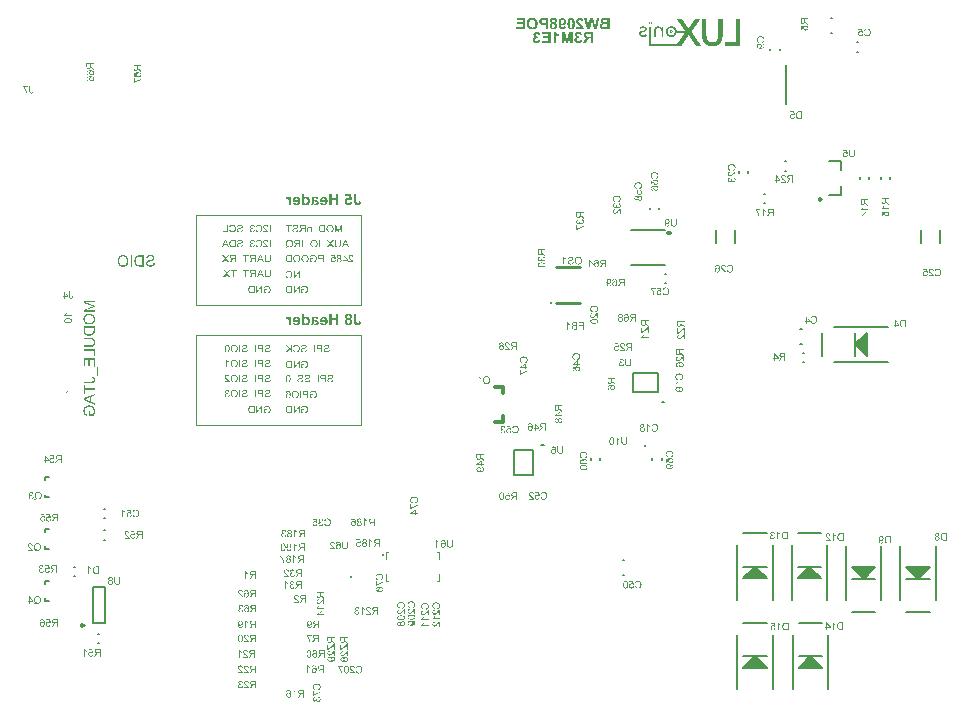
<source format=gbo>
G04*
G04 #@! TF.GenerationSoftware,Altium Limited,Altium Designer,21.2.2 (38)*
G04*
G04 Layer_Color=32896*
%FSLAX44Y44*%
%MOMM*%
G71*
G04*
G04 #@! TF.SameCoordinates,38E27065-25AF-4F18-8705-9FF7BF2F0A58*
G04*
G04*
G04 #@! TF.FilePolarity,Positive*
G04*
G01*
G75*
%ADD10C,0.2540*%
%ADD12C,0.2500*%
%ADD13C,0.2000*%
%ADD14C,0.1000*%
%ADD19C,0.2540*%
%ADD133C,0.3048*%
%ADD234C,0.3500*%
%ADD235C,0.1000*%
G36*
X727000Y299000D02*
X717000Y309000D01*
X727000Y319000D01*
Y299000D01*
D02*
G37*
G36*
X688133Y111000D02*
X668133D01*
X678133Y121000D01*
X688133Y111000D01*
D02*
G37*
G36*
X642200D02*
X622200D01*
X632200Y121000D01*
X642200Y111000D01*
D02*
G37*
G36*
X770000Y110680D02*
X760000Y120680D01*
X780000D01*
X770000Y110680D01*
D02*
G37*
G36*
X724000D02*
X714000Y120680D01*
X734000D01*
X724000Y110680D01*
D02*
G37*
G36*
X689000Y35000D02*
X669000D01*
X679000Y45000D01*
X689000Y35000D01*
D02*
G37*
G36*
X642000D02*
X622000D01*
X632000Y45000D01*
X642000Y35000D01*
D02*
G37*
G36*
X543376Y582448D02*
X543614D01*
Y582418D01*
X543703D01*
Y582388D01*
X543793D01*
Y582358D01*
X543882D01*
Y582329D01*
X543942D01*
Y582299D01*
X543972D01*
Y582269D01*
X544031D01*
Y582239D01*
X544061D01*
Y582210D01*
X544121D01*
Y582180D01*
X544150D01*
Y582150D01*
X544180D01*
Y582120D01*
X544210D01*
Y582090D01*
X544240D01*
Y582061D01*
X544270D01*
Y582031D01*
X544299D01*
Y582001D01*
Y581971D01*
X544329D01*
Y581941D01*
X544359D01*
Y581912D01*
Y581882D01*
X544389D01*
Y581852D01*
Y581822D01*
X544418D01*
Y581792D01*
Y581763D01*
X544448D01*
Y581733D01*
Y581703D01*
X544478D01*
Y581673D01*
Y581643D01*
Y581614D01*
X544508D01*
Y581584D01*
Y581554D01*
Y581524D01*
Y581494D01*
Y581465D01*
X544538D01*
Y581435D01*
Y581405D01*
Y581375D01*
Y581345D01*
Y581316D01*
Y581286D01*
Y581256D01*
Y581226D01*
Y581197D01*
Y581167D01*
Y581137D01*
Y581107D01*
Y581077D01*
Y581048D01*
Y581018D01*
X544508D01*
Y580988D01*
Y580958D01*
Y580928D01*
Y580899D01*
Y580869D01*
X544478D01*
Y580839D01*
Y580809D01*
Y580779D01*
X544448D01*
Y580750D01*
Y580720D01*
X544418D01*
Y580690D01*
Y580660D01*
X544389D01*
Y580631D01*
Y580601D01*
X544359D01*
Y580571D01*
Y580541D01*
X544329D01*
Y580511D01*
X544299D01*
Y580482D01*
Y580452D01*
X544270D01*
Y580422D01*
X544240D01*
Y580392D01*
X544210D01*
Y580363D01*
X544180D01*
Y580333D01*
X544150D01*
Y580303D01*
X544121D01*
Y580273D01*
X544061D01*
Y580243D01*
X544031D01*
Y580214D01*
X543972D01*
Y580184D01*
X543942D01*
Y580154D01*
X543882D01*
Y580124D01*
X543793D01*
Y580094D01*
X543733D01*
Y580065D01*
X543614D01*
Y580035D01*
X543406D01*
Y580005D01*
X543197D01*
Y580035D01*
X542989D01*
Y580065D01*
X542869D01*
Y580094D01*
X542780D01*
Y580124D01*
X542720D01*
Y580154D01*
X542661D01*
Y580184D01*
X542601D01*
Y580214D01*
X542571D01*
Y580243D01*
X542512D01*
Y580273D01*
X542482D01*
Y580303D01*
X542452D01*
Y580333D01*
X542422D01*
Y580363D01*
X542393D01*
Y580392D01*
X542363D01*
Y580422D01*
X542333D01*
Y580452D01*
X542303D01*
Y580482D01*
X542274D01*
Y580511D01*
Y580541D01*
X542244D01*
Y580571D01*
X542214D01*
Y580601D01*
Y580631D01*
X542184D01*
Y580660D01*
Y580690D01*
X542154D01*
Y580720D01*
Y580750D01*
X542125D01*
Y580779D01*
Y580809D01*
Y580839D01*
X542095D01*
Y580869D01*
Y580899D01*
Y580928D01*
Y580958D01*
X542065D01*
Y580988D01*
Y581018D01*
Y581048D01*
Y581077D01*
Y581107D01*
Y581137D01*
Y581167D01*
Y581197D01*
Y581226D01*
Y581256D01*
Y581286D01*
Y581316D01*
Y581345D01*
Y581375D01*
Y581405D01*
Y581435D01*
Y581465D01*
Y581494D01*
Y581524D01*
X542095D01*
Y581554D01*
Y581584D01*
Y581614D01*
Y581643D01*
X542125D01*
Y581673D01*
Y581703D01*
Y581733D01*
X542154D01*
Y581763D01*
Y581792D01*
X542184D01*
Y581822D01*
Y581852D01*
X542214D01*
Y581882D01*
Y581912D01*
X542244D01*
Y581941D01*
X542274D01*
Y581971D01*
Y582001D01*
X542303D01*
Y582031D01*
X542333D01*
Y582061D01*
X542363D01*
Y582090D01*
X542393D01*
Y582120D01*
X542422D01*
Y582150D01*
X542452D01*
Y582180D01*
X542482D01*
Y582210D01*
X542512D01*
Y582239D01*
X542571D01*
Y582269D01*
X542601D01*
Y582299D01*
X542661D01*
Y582329D01*
X542720D01*
Y582358D01*
X542780D01*
Y582388D01*
X542869D01*
Y582418D01*
X542989D01*
Y582448D01*
X543227D01*
Y582478D01*
X543376D01*
Y582448D01*
D02*
G37*
G36*
X585797Y584474D02*
Y584444D01*
X585768D01*
Y584414D01*
X585738D01*
Y584384D01*
X585708D01*
Y584354D01*
Y584325D01*
X585678D01*
Y584295D01*
X585648D01*
Y584265D01*
Y584235D01*
X585619D01*
Y584206D01*
X585589D01*
Y584176D01*
Y584146D01*
X585559D01*
Y584116D01*
X585529D01*
Y584086D01*
X585499D01*
Y584057D01*
Y584027D01*
X585470D01*
Y583997D01*
X585440D01*
Y583967D01*
Y583937D01*
X585410D01*
Y583908D01*
X585380D01*
Y583878D01*
X585350D01*
Y583848D01*
Y583818D01*
X585321D01*
Y583788D01*
X585291D01*
Y583759D01*
Y583729D01*
X585261D01*
Y583699D01*
X585231D01*
Y583669D01*
X585202D01*
Y583639D01*
Y583610D01*
X585172D01*
Y583580D01*
X585142D01*
Y583550D01*
Y583520D01*
X585112D01*
Y583490D01*
X585082D01*
Y583461D01*
X585053D01*
Y583431D01*
Y583401D01*
X585023D01*
Y583371D01*
X584993D01*
Y583341D01*
Y583312D01*
X584963D01*
Y583282D01*
X584934D01*
Y583252D01*
X584904D01*
Y583222D01*
Y583192D01*
X584874D01*
Y583163D01*
X584844D01*
Y583133D01*
Y583103D01*
X584814D01*
Y583073D01*
X584785D01*
Y583044D01*
Y583014D01*
X584755D01*
Y582984D01*
X584725D01*
Y582954D01*
X584695D01*
Y582924D01*
Y582895D01*
X584665D01*
Y582865D01*
X584636D01*
Y582835D01*
Y582805D01*
X584606D01*
Y582775D01*
X584576D01*
Y582746D01*
X584546D01*
Y582716D01*
Y582686D01*
X584516D01*
Y582656D01*
X584487D01*
Y582626D01*
Y582597D01*
X584457D01*
Y582567D01*
X584427D01*
Y582537D01*
X584397D01*
Y582507D01*
Y582478D01*
X584367D01*
Y582448D01*
X584338D01*
Y582418D01*
Y582388D01*
X584308D01*
Y582358D01*
X584278D01*
Y582329D01*
X584248D01*
Y582299D01*
Y582269D01*
X584218D01*
Y582239D01*
X584189D01*
Y582210D01*
Y582180D01*
X584159D01*
Y582150D01*
X584129D01*
Y582120D01*
X584099D01*
Y582090D01*
Y582061D01*
X584070D01*
Y582031D01*
X584040D01*
Y582001D01*
Y581971D01*
X584010D01*
Y581941D01*
X583980D01*
Y581912D01*
Y581882D01*
X583950D01*
Y581852D01*
X583921D01*
Y581822D01*
X583891D01*
Y581792D01*
Y581763D01*
X583861D01*
Y581733D01*
X583831D01*
Y581703D01*
Y581673D01*
X583801D01*
Y581643D01*
X583772D01*
Y581614D01*
X583742D01*
Y581584D01*
Y581554D01*
X583712D01*
Y581524D01*
X583682D01*
Y581494D01*
Y581465D01*
X583652D01*
Y581435D01*
X583623D01*
Y581405D01*
X583593D01*
Y581375D01*
Y581345D01*
X583563D01*
Y581316D01*
X583533D01*
Y581286D01*
Y581256D01*
X583503D01*
Y581226D01*
X583474D01*
Y581197D01*
X583444D01*
Y581167D01*
Y581137D01*
X583414D01*
Y581107D01*
X583384D01*
Y581077D01*
Y581048D01*
X583355D01*
Y581018D01*
X583325D01*
Y580988D01*
X583295D01*
Y580958D01*
Y580928D01*
X583265D01*
Y580899D01*
X583235D01*
Y580869D01*
Y580839D01*
X583206D01*
Y580809D01*
X583176D01*
Y580779D01*
Y580750D01*
X583146D01*
Y580720D01*
X583116D01*
Y580690D01*
X583086D01*
Y580660D01*
Y580631D01*
X583057D01*
Y580601D01*
X583027D01*
Y580571D01*
Y580541D01*
X582997D01*
Y580511D01*
X582967D01*
Y580482D01*
X582938D01*
Y580452D01*
Y580422D01*
X582908D01*
Y580392D01*
X582878D01*
Y580363D01*
Y580333D01*
X582848D01*
Y580303D01*
X582818D01*
Y580273D01*
X582789D01*
Y580243D01*
Y580214D01*
X582759D01*
Y580184D01*
X582729D01*
Y580154D01*
Y580124D01*
X582699D01*
Y580094D01*
X582669D01*
Y580065D01*
X582640D01*
Y580035D01*
Y580005D01*
X582610D01*
Y579975D01*
X582580D01*
Y579945D01*
Y579916D01*
X582550D01*
Y579886D01*
X582520D01*
Y579856D01*
X582491D01*
Y579826D01*
Y579796D01*
X582461D01*
Y579767D01*
X582431D01*
Y579737D01*
Y579707D01*
X582401D01*
Y579677D01*
X582371D01*
Y579647D01*
X582342D01*
Y579618D01*
Y579588D01*
X582312D01*
Y579558D01*
X582282D01*
Y579528D01*
Y579498D01*
X582252D01*
Y579469D01*
X582223D01*
Y579439D01*
Y579409D01*
X582193D01*
Y579379D01*
X582163D01*
Y579350D01*
X582133D01*
Y579320D01*
Y579290D01*
X582103D01*
Y579260D01*
X582074D01*
Y579230D01*
Y579201D01*
X582044D01*
Y579171D01*
X582014D01*
Y579141D01*
X581984D01*
Y579111D01*
Y579081D01*
X581954D01*
Y579052D01*
X581925D01*
Y579022D01*
Y578992D01*
X581895D01*
Y578962D01*
X581865D01*
Y578932D01*
X581835D01*
Y578903D01*
Y578873D01*
X581805D01*
Y578843D01*
X581776D01*
Y578813D01*
Y578784D01*
X581746D01*
Y578754D01*
X581716D01*
Y578724D01*
X581686D01*
Y578694D01*
Y578664D01*
X581656D01*
Y578635D01*
X581627D01*
Y578605D01*
Y578575D01*
X581597D01*
Y578545D01*
X581567D01*
Y578516D01*
X581537D01*
Y578486D01*
Y578456D01*
X581508D01*
Y578426D01*
X581478D01*
Y578396D01*
Y578367D01*
X581448D01*
Y578337D01*
X581418D01*
Y578307D01*
Y578277D01*
X581388D01*
Y578247D01*
X581359D01*
Y578218D01*
X581329D01*
Y578188D01*
Y578158D01*
X581299D01*
Y578128D01*
X581269D01*
Y578098D01*
Y578069D01*
X581240D01*
Y578039D01*
X581210D01*
Y578009D01*
X581180D01*
Y577979D01*
Y577949D01*
X581150D01*
Y577920D01*
X581120D01*
Y577890D01*
Y577860D01*
X581091D01*
Y577830D01*
X581061D01*
Y577800D01*
X581031D01*
Y577771D01*
Y577741D01*
X581001D01*
Y577711D01*
X580971D01*
Y577681D01*
Y577651D01*
X580942D01*
Y577622D01*
X580912D01*
Y577592D01*
X580882D01*
Y577562D01*
Y577532D01*
X580852D01*
Y577503D01*
X580822D01*
Y577473D01*
Y577443D01*
X580793D01*
Y577413D01*
X580763D01*
Y577383D01*
X580733D01*
Y577354D01*
Y577324D01*
X580703D01*
Y577294D01*
X580673D01*
Y577264D01*
Y577234D01*
X580644D01*
Y577205D01*
X580614D01*
Y577175D01*
Y577145D01*
X580584D01*
Y577115D01*
X580554D01*
Y577085D01*
X580524D01*
Y577056D01*
Y577026D01*
X580495D01*
Y576996D01*
X580465D01*
Y576966D01*
Y576937D01*
X580435D01*
Y576907D01*
X580405D01*
Y576877D01*
X580376D01*
Y576847D01*
Y576817D01*
X580346D01*
Y576788D01*
X580316D01*
Y576758D01*
Y576728D01*
X580286D01*
Y576698D01*
X580256D01*
Y576669D01*
X580227D01*
Y576639D01*
Y576609D01*
X580197D01*
Y576579D01*
X580167D01*
Y576549D01*
Y576520D01*
X580137D01*
Y576490D01*
X580107D01*
Y576460D01*
X580078D01*
Y576430D01*
Y576400D01*
X580048D01*
Y576371D01*
X580018D01*
Y576341D01*
Y576311D01*
X579988D01*
Y576281D01*
X579958D01*
Y576251D01*
X579929D01*
Y576222D01*
Y576192D01*
X579899D01*
Y576162D01*
X579869D01*
Y576132D01*
Y576102D01*
X579839D01*
Y576073D01*
X579809D01*
Y576043D01*
Y576013D01*
X579780D01*
Y575983D01*
X579750D01*
Y575953D01*
X579720D01*
Y575924D01*
Y575894D01*
X579690D01*
Y575864D01*
X579660D01*
Y575834D01*
Y575805D01*
X579631D01*
Y575775D01*
X579601D01*
Y575745D01*
X579571D01*
Y575715D01*
Y575685D01*
X579541D01*
Y575656D01*
X579512D01*
Y575626D01*
Y575596D01*
X579482D01*
Y575566D01*
X579452D01*
Y575536D01*
X579422D01*
Y575507D01*
Y575477D01*
X579392D01*
Y575447D01*
X579363D01*
Y575417D01*
Y575387D01*
X579333D01*
Y575358D01*
X579303D01*
Y575328D01*
X579273D01*
Y575298D01*
Y575268D01*
X579244D01*
Y575238D01*
X579214D01*
Y575209D01*
Y575179D01*
X579184D01*
Y575149D01*
X579154D01*
Y575119D01*
X579124D01*
Y575090D01*
Y575060D01*
X579095D01*
Y575030D01*
X579065D01*
Y575000D01*
Y574970D01*
X579035D01*
Y574941D01*
X579005D01*
Y574911D01*
X578975D01*
Y574881D01*
Y574851D01*
X578946D01*
Y574821D01*
X578916D01*
Y574792D01*
Y574762D01*
X578886D01*
Y574732D01*
X578856D01*
Y574702D01*
Y574673D01*
X578826D01*
Y574643D01*
X578797D01*
Y574613D01*
X578767D01*
Y574583D01*
Y574553D01*
X578737D01*
Y574524D01*
X578707D01*
Y574494D01*
Y574464D01*
X578677D01*
Y574434D01*
X578648D01*
Y574404D01*
X578618D01*
Y574375D01*
Y574345D01*
X578588D01*
Y574315D01*
X578558D01*
Y574285D01*
Y574255D01*
X578529D01*
Y574226D01*
X578499D01*
Y574196D01*
X578469D01*
Y574166D01*
Y574136D01*
X578439D01*
Y574106D01*
X578409D01*
Y574077D01*
Y574047D01*
X578380D01*
Y574017D01*
X578350D01*
Y573987D01*
X578320D01*
Y573957D01*
Y573928D01*
X578290D01*
Y573898D01*
X578260D01*
Y573868D01*
Y573838D01*
X578231D01*
Y573809D01*
X578201D01*
Y573779D01*
Y573749D01*
X578231D01*
Y573719D01*
X578260D01*
Y573689D01*
Y573660D01*
X578290D01*
Y573630D01*
X578320D01*
Y573600D01*
Y573570D01*
X578350D01*
Y573540D01*
X578380D01*
Y573511D01*
Y573481D01*
X578409D01*
Y573451D01*
X578439D01*
Y573421D01*
Y573391D01*
X578469D01*
Y573362D01*
X578499D01*
Y573332D01*
Y573302D01*
X578529D01*
Y573272D01*
X578558D01*
Y573243D01*
X578588D01*
Y573213D01*
Y573183D01*
X578618D01*
Y573153D01*
X578648D01*
Y573123D01*
Y573094D01*
X578677D01*
Y573064D01*
X578707D01*
Y573034D01*
Y573004D01*
X578737D01*
Y572975D01*
X578767D01*
Y572945D01*
Y572915D01*
X578797D01*
Y572885D01*
X578826D01*
Y572855D01*
X578856D01*
Y572826D01*
Y572796D01*
X578886D01*
Y572766D01*
X578916D01*
Y572736D01*
Y572706D01*
X578946D01*
Y572677D01*
X578975D01*
Y572647D01*
Y572617D01*
X579005D01*
Y572587D01*
X579035D01*
Y572557D01*
Y572528D01*
X579065D01*
Y572498D01*
X579095D01*
Y572468D01*
X579124D01*
Y572438D01*
Y572408D01*
X579154D01*
Y572379D01*
X579184D01*
Y572349D01*
Y572319D01*
X579214D01*
Y572289D01*
X579244D01*
Y572259D01*
Y572230D01*
X579273D01*
Y572200D01*
X579303D01*
Y572170D01*
Y572140D01*
X579333D01*
Y572110D01*
X579363D01*
Y572081D01*
X579392D01*
Y572051D01*
Y572021D01*
X579422D01*
Y571991D01*
X579452D01*
Y571962D01*
Y571932D01*
X579482D01*
Y571902D01*
X579512D01*
Y571872D01*
Y571842D01*
X579541D01*
Y571813D01*
X579571D01*
Y571783D01*
Y571753D01*
X579601D01*
Y571723D01*
X579631D01*
Y571693D01*
X579660D01*
Y571664D01*
Y571634D01*
X579690D01*
Y571604D01*
X579720D01*
Y571574D01*
Y571544D01*
X579750D01*
Y571515D01*
X579780D01*
Y571485D01*
Y571455D01*
X579809D01*
Y571425D01*
X579839D01*
Y571395D01*
Y571366D01*
X579869D01*
Y571336D01*
X579899D01*
Y571306D01*
X579929D01*
Y571276D01*
Y571247D01*
X579958D01*
Y571217D01*
X579988D01*
Y571187D01*
Y571157D01*
X580018D01*
Y571127D01*
X580048D01*
Y571098D01*
Y571068D01*
X580078D01*
Y571038D01*
X580107D01*
Y571008D01*
Y570979D01*
X580137D01*
Y570949D01*
X580167D01*
Y570919D01*
X580197D01*
Y570889D01*
Y570859D01*
X580227D01*
Y570830D01*
X580256D01*
Y570800D01*
Y570770D01*
X580286D01*
Y570740D01*
X580316D01*
Y570710D01*
Y570681D01*
X580346D01*
Y570651D01*
X580376D01*
Y570621D01*
Y570591D01*
X580405D01*
Y570561D01*
X580435D01*
Y570532D01*
X580465D01*
Y570502D01*
Y570472D01*
X580495D01*
Y570442D01*
X580524D01*
Y570412D01*
Y570383D01*
X580554D01*
Y570353D01*
X580584D01*
Y570323D01*
Y570293D01*
X580614D01*
Y570263D01*
X580644D01*
Y570234D01*
Y570204D01*
X580673D01*
Y570174D01*
X580703D01*
Y570144D01*
X580733D01*
Y570115D01*
Y570085D01*
X580763D01*
Y570055D01*
X580793D01*
Y570025D01*
Y569995D01*
X580822D01*
Y569966D01*
X580852D01*
Y569936D01*
Y569906D01*
X580882D01*
Y569876D01*
X580912D01*
Y569846D01*
Y569817D01*
X580942D01*
Y569787D01*
X580971D01*
Y569757D01*
Y569727D01*
X581001D01*
Y569697D01*
X581031D01*
Y569668D01*
X581061D01*
Y569638D01*
Y569608D01*
X581091D01*
Y569578D01*
X581120D01*
Y569548D01*
Y569519D01*
X581150D01*
Y569489D01*
X581180D01*
Y569459D01*
Y569429D01*
X581210D01*
Y569399D01*
X581240D01*
Y569370D01*
Y569340D01*
X581269D01*
Y569310D01*
X581299D01*
Y569281D01*
X581329D01*
Y569251D01*
Y569221D01*
X581359D01*
Y569191D01*
X581388D01*
Y569161D01*
Y569132D01*
X581418D01*
Y569102D01*
X581448D01*
Y569072D01*
Y569042D01*
X581478D01*
Y569012D01*
X581508D01*
Y568983D01*
Y568953D01*
X581537D01*
Y568923D01*
X581567D01*
Y568893D01*
X581597D01*
Y568863D01*
Y568834D01*
X581627D01*
Y568804D01*
X581656D01*
Y568774D01*
Y568744D01*
X581686D01*
Y568714D01*
X581716D01*
Y568685D01*
Y568655D01*
X581746D01*
Y568625D01*
X581776D01*
Y568595D01*
Y568565D01*
X581805D01*
Y568536D01*
X581835D01*
Y568506D01*
X581865D01*
Y568476D01*
Y568446D01*
X581895D01*
Y568416D01*
X581925D01*
Y568387D01*
Y568357D01*
X581954D01*
Y568327D01*
X581984D01*
Y568297D01*
Y568268D01*
X582014D01*
Y568238D01*
X582044D01*
Y568208D01*
Y568178D01*
X582074D01*
Y568148D01*
X582103D01*
Y568119D01*
X582133D01*
Y568089D01*
Y568059D01*
X582163D01*
Y568029D01*
X582193D01*
Y567999D01*
Y567970D01*
X582223D01*
Y567940D01*
X582252D01*
Y567910D01*
Y567880D01*
X582282D01*
Y567850D01*
X582312D01*
Y567821D01*
Y567791D01*
X582342D01*
Y567761D01*
X582371D01*
Y567731D01*
X582401D01*
Y567701D01*
Y567672D01*
X582431D01*
Y567642D01*
X582461D01*
Y567612D01*
Y567582D01*
X582491D01*
Y567553D01*
X582520D01*
Y567523D01*
Y567493D01*
X582550D01*
Y567463D01*
X582580D01*
Y567433D01*
Y567404D01*
X582610D01*
Y567374D01*
X582640D01*
Y567344D01*
X582669D01*
Y567314D01*
Y567285D01*
X582699D01*
Y567255D01*
X582729D01*
Y567225D01*
Y567195D01*
X582759D01*
Y567165D01*
X582789D01*
Y567136D01*
Y567106D01*
X582818D01*
Y567076D01*
X582848D01*
Y567046D01*
Y567016D01*
X582878D01*
Y566987D01*
X582908D01*
Y566957D01*
X582938D01*
Y566927D01*
Y566897D01*
X582967D01*
Y566867D01*
X582997D01*
Y566838D01*
Y566808D01*
X583027D01*
Y566778D01*
X583057D01*
Y566748D01*
Y566718D01*
X583086D01*
Y566689D01*
X583116D01*
Y566659D01*
Y566629D01*
X583146D01*
Y566599D01*
X583176D01*
Y566570D01*
Y566540D01*
X583206D01*
Y566510D01*
X583235D01*
Y566480D01*
X583265D01*
Y566450D01*
Y566421D01*
X583295D01*
Y566391D01*
X583325D01*
Y566361D01*
Y566331D01*
X583355D01*
Y566301D01*
X583384D01*
Y566272D01*
Y566242D01*
X583414D01*
Y566212D01*
X583444D01*
Y566182D01*
Y566152D01*
X583474D01*
Y566123D01*
X583503D01*
Y566093D01*
X583533D01*
Y566063D01*
Y566033D01*
X583563D01*
Y566003D01*
X583593D01*
Y565974D01*
Y565944D01*
X583623D01*
Y565914D01*
X583652D01*
Y565884D01*
Y565854D01*
X583682D01*
Y565825D01*
X583712D01*
Y565795D01*
Y565765D01*
X583742D01*
Y565735D01*
X583772D01*
Y565706D01*
X583801D01*
Y565676D01*
Y565646D01*
X583831D01*
Y565616D01*
X583861D01*
Y565586D01*
Y565557D01*
X583891D01*
Y565527D01*
X583921D01*
Y565497D01*
Y565467D01*
X583950D01*
Y565438D01*
X583980D01*
Y565408D01*
Y565378D01*
X584010D01*
Y565348D01*
X584040D01*
Y565318D01*
X584070D01*
Y565289D01*
Y565259D01*
X584099D01*
Y565229D01*
X584129D01*
Y565199D01*
Y565169D01*
X584159D01*
Y565140D01*
X584189D01*
Y565110D01*
Y565080D01*
X584218D01*
Y565050D01*
X584248D01*
Y565020D01*
Y564991D01*
X584278D01*
Y564961D01*
X584308D01*
Y564931D01*
X584338D01*
Y564901D01*
Y564871D01*
X584367D01*
Y564842D01*
X584397D01*
Y564812D01*
Y564782D01*
X584427D01*
Y564752D01*
X584457D01*
Y564723D01*
Y564693D01*
X584487D01*
Y564663D01*
X584516D01*
Y564633D01*
Y564603D01*
X584546D01*
Y564574D01*
X584576D01*
Y564544D01*
X584606D01*
Y564514D01*
Y564484D01*
X584636D01*
Y564454D01*
X584665D01*
Y564425D01*
Y564395D01*
X584695D01*
Y564365D01*
X584725D01*
Y564335D01*
Y564305D01*
X584755D01*
Y564276D01*
X584785D01*
Y564246D01*
Y564216D01*
X584814D01*
Y564186D01*
X584844D01*
Y564156D01*
X584874D01*
Y564127D01*
Y564097D01*
X584904D01*
Y564067D01*
X584934D01*
Y564037D01*
Y564007D01*
X584963D01*
Y563978D01*
X584993D01*
Y563948D01*
Y563918D01*
X585023D01*
Y563888D01*
X585053D01*
Y563859D01*
Y563829D01*
X585082D01*
Y563799D01*
X585112D01*
Y563769D01*
X585142D01*
Y563739D01*
Y563710D01*
X585172D01*
Y563680D01*
X585202D01*
Y563650D01*
Y563620D01*
X585231D01*
Y563591D01*
X585261D01*
Y563561D01*
Y563531D01*
X585291D01*
Y563501D01*
X585321D01*
Y563471D01*
Y563442D01*
X585350D01*
Y563412D01*
X585380D01*
Y563382D01*
X585410D01*
Y563352D01*
Y563322D01*
X585440D01*
Y563293D01*
X585470D01*
Y563263D01*
Y563233D01*
X585499D01*
Y563203D01*
X585529D01*
Y563173D01*
Y563144D01*
X585559D01*
Y563114D01*
X585589D01*
Y563084D01*
Y563054D01*
X585619D01*
Y563024D01*
X585648D01*
Y562995D01*
Y562965D01*
X585678D01*
Y562935D01*
X585708D01*
Y562905D01*
X585738D01*
Y562876D01*
Y562846D01*
X585768D01*
Y562816D01*
X585797D01*
Y562786D01*
Y562756D01*
X585827D01*
Y562727D01*
X585857D01*
Y562697D01*
Y562667D01*
X585887D01*
Y562637D01*
X585917D01*
Y562607D01*
Y562578D01*
X585946D01*
Y562548D01*
X585976D01*
Y562518D01*
X586006D01*
Y562488D01*
Y562458D01*
X586036D01*
Y562429D01*
X586065D01*
Y562399D01*
Y562369D01*
X586095D01*
Y562339D01*
X586125D01*
Y562309D01*
Y562280D01*
X586155D01*
Y562250D01*
X586185D01*
Y562220D01*
Y562190D01*
X586214D01*
Y562160D01*
X586244D01*
Y562131D01*
X586274D01*
Y562101D01*
Y562071D01*
X586304D01*
Y562041D01*
X586334D01*
Y562012D01*
Y561982D01*
X586363D01*
Y561952D01*
X586393D01*
Y561922D01*
X581925D01*
Y561952D01*
X581895D01*
Y561982D01*
X581865D01*
Y562012D01*
Y562041D01*
X581835D01*
Y562071D01*
X581805D01*
Y562101D01*
Y562131D01*
X581776D01*
Y562160D01*
X581746D01*
Y562190D01*
Y562220D01*
X581716D01*
Y562250D01*
X581686D01*
Y562280D01*
Y562309D01*
X581656D01*
Y562339D01*
X581627D01*
Y562369D01*
Y562399D01*
X581597D01*
Y562429D01*
X581567D01*
Y562458D01*
Y562488D01*
X581537D01*
Y562518D01*
X581508D01*
Y562548D01*
Y562578D01*
X581478D01*
Y562607D01*
X581448D01*
Y562637D01*
Y562667D01*
X581418D01*
Y562697D01*
X581388D01*
Y562727D01*
Y562756D01*
X581359D01*
Y562786D01*
X581329D01*
Y562816D01*
Y562846D01*
X581299D01*
Y562876D01*
X581269D01*
Y562905D01*
Y562935D01*
X581240D01*
Y562965D01*
X581210D01*
Y562995D01*
Y563024D01*
X581180D01*
Y563054D01*
X581150D01*
Y563084D01*
Y563114D01*
X581120D01*
Y563144D01*
X581091D01*
Y563173D01*
Y563203D01*
X581061D01*
Y563233D01*
X581031D01*
Y563263D01*
Y563293D01*
X581001D01*
Y563322D01*
X580971D01*
Y563352D01*
Y563382D01*
X580942D01*
Y563412D01*
X580912D01*
Y563442D01*
Y563471D01*
X580882D01*
Y563501D01*
X580852D01*
Y563531D01*
Y563561D01*
X580822D01*
Y563591D01*
X580793D01*
Y563620D01*
Y563650D01*
X580763D01*
Y563680D01*
X580733D01*
Y563710D01*
X580703D01*
Y563739D01*
Y563769D01*
X580673D01*
Y563799D01*
X580644D01*
Y563829D01*
Y563859D01*
X580614D01*
Y563888D01*
X580584D01*
Y563918D01*
Y563948D01*
X580554D01*
Y563978D01*
X580524D01*
Y564007D01*
Y564037D01*
X580495D01*
Y564067D01*
X580465D01*
Y564097D01*
Y564127D01*
X580435D01*
Y564156D01*
X580405D01*
Y564186D01*
Y564216D01*
X580376D01*
Y564246D01*
X580346D01*
Y564276D01*
Y564305D01*
X580316D01*
Y564335D01*
X580286D01*
Y564365D01*
Y564395D01*
X580256D01*
Y564425D01*
X580227D01*
Y564454D01*
Y564484D01*
X580197D01*
Y564514D01*
X580167D01*
Y564544D01*
Y564574D01*
X580137D01*
Y564603D01*
X580107D01*
Y564633D01*
Y564663D01*
X580078D01*
Y564693D01*
X580048D01*
Y564723D01*
Y564752D01*
X580018D01*
Y564782D01*
X579988D01*
Y564812D01*
Y564842D01*
X579958D01*
Y564871D01*
X579929D01*
Y564901D01*
Y564931D01*
X579899D01*
Y564961D01*
X579869D01*
Y564991D01*
Y565020D01*
X579839D01*
Y565050D01*
X579809D01*
Y565080D01*
Y565110D01*
X579780D01*
Y565140D01*
X579750D01*
Y565169D01*
Y565199D01*
X579720D01*
Y565229D01*
X579690D01*
Y565259D01*
Y565289D01*
X579660D01*
Y565318D01*
X579631D01*
Y565348D01*
Y565378D01*
X579601D01*
Y565408D01*
X579571D01*
Y565438D01*
Y565467D01*
X579541D01*
Y565497D01*
X579512D01*
Y565527D01*
Y565557D01*
X579482D01*
Y565586D01*
X579452D01*
Y565616D01*
Y565646D01*
X579422D01*
Y565676D01*
X579392D01*
Y565706D01*
X579363D01*
Y565735D01*
Y565765D01*
X579333D01*
Y565795D01*
X579303D01*
Y565825D01*
Y565854D01*
X579273D01*
Y565884D01*
X579244D01*
Y565914D01*
Y565944D01*
X579214D01*
Y565974D01*
X579184D01*
Y566003D01*
Y566033D01*
X579154D01*
Y566063D01*
X579124D01*
Y566093D01*
Y566123D01*
X579095D01*
Y566152D01*
X579065D01*
Y566182D01*
Y566212D01*
X579035D01*
Y566242D01*
X579005D01*
Y566272D01*
Y566301D01*
X578975D01*
Y566331D01*
X578946D01*
Y566361D01*
Y566391D01*
X578916D01*
Y566421D01*
X578886D01*
Y566450D01*
Y566480D01*
X578856D01*
Y566510D01*
X578826D01*
Y566540D01*
Y566570D01*
X578797D01*
Y566599D01*
X578767D01*
Y566629D01*
Y566659D01*
X578737D01*
Y566689D01*
X578707D01*
Y566718D01*
Y566748D01*
X578677D01*
Y566778D01*
X578648D01*
Y566808D01*
Y566838D01*
X578618D01*
Y566867D01*
X578588D01*
Y566897D01*
Y566927D01*
X578558D01*
Y566957D01*
X578529D01*
Y566987D01*
Y567016D01*
X578499D01*
Y567046D01*
X578469D01*
Y567076D01*
Y567106D01*
X578439D01*
Y567136D01*
X578409D01*
Y567165D01*
Y567195D01*
X578380D01*
Y567225D01*
X578350D01*
Y567255D01*
Y567285D01*
X578320D01*
Y567314D01*
X578290D01*
Y567344D01*
Y567374D01*
X578260D01*
Y567404D01*
X578231D01*
Y567433D01*
Y567463D01*
X578201D01*
Y567493D01*
X578171D01*
Y567523D01*
Y567553D01*
X578141D01*
Y567582D01*
X578111D01*
Y567612D01*
X578082D01*
Y567642D01*
Y567672D01*
X578052D01*
Y567701D01*
X578022D01*
Y567731D01*
Y567761D01*
X577992D01*
Y567791D01*
X577962D01*
Y567821D01*
Y567850D01*
X577933D01*
Y567880D01*
X577903D01*
Y567910D01*
Y567940D01*
X577873D01*
Y567970D01*
X577843D01*
Y567999D01*
Y568029D01*
X577814D01*
Y568059D01*
X577784D01*
Y568089D01*
Y568119D01*
X577754D01*
Y568148D01*
X577724D01*
Y568178D01*
Y568208D01*
X577694D01*
Y568238D01*
X577665D01*
Y568268D01*
Y568297D01*
X577635D01*
Y568327D01*
X577605D01*
Y568357D01*
Y568387D01*
X577575D01*
Y568416D01*
X577546D01*
Y568446D01*
Y568476D01*
X577516D01*
Y568506D01*
X577486D01*
Y568536D01*
Y568565D01*
X577456D01*
Y568595D01*
X577426D01*
Y568625D01*
Y568655D01*
X577397D01*
Y568685D01*
X577367D01*
Y568714D01*
Y568744D01*
X577337D01*
Y568774D01*
X577307D01*
Y568804D01*
Y568834D01*
X577277D01*
Y568863D01*
X577248D01*
Y568893D01*
Y568923D01*
X577218D01*
Y568953D01*
X577188D01*
Y568983D01*
Y569012D01*
X577158D01*
Y569042D01*
X577128D01*
Y569072D01*
Y569102D01*
X577099D01*
Y569132D01*
X577069D01*
Y569161D01*
Y569191D01*
X577039D01*
Y569221D01*
X577009D01*
Y569251D01*
Y569281D01*
X576979D01*
Y569310D01*
X576950D01*
Y569340D01*
Y569370D01*
X576920D01*
Y569399D01*
X576890D01*
Y569429D01*
Y569459D01*
X576860D01*
Y569489D01*
X576830D01*
Y569519D01*
X576801D01*
Y569548D01*
Y569578D01*
X576771D01*
Y569608D01*
X576741D01*
Y569638D01*
Y569668D01*
X576711D01*
Y569697D01*
X576682D01*
Y569727D01*
Y569757D01*
X576652D01*
Y569787D01*
X576622D01*
Y569817D01*
Y569846D01*
X576592D01*
Y569876D01*
X576562D01*
Y569906D01*
Y569936D01*
X576533D01*
Y569966D01*
X576503D01*
Y569995D01*
Y570025D01*
X576473D01*
Y570055D01*
X576443D01*
Y570085D01*
Y570115D01*
X576413D01*
Y570144D01*
X576384D01*
Y570174D01*
Y570204D01*
X576354D01*
Y570234D01*
X576324D01*
Y570263D01*
Y570293D01*
X576294D01*
Y570323D01*
X576264D01*
Y570353D01*
Y570383D01*
X576235D01*
Y570412D01*
X576205D01*
Y570442D01*
Y570472D01*
X576175D01*
Y570502D01*
X576145D01*
Y570532D01*
Y570561D01*
X576115D01*
Y570591D01*
X576086D01*
Y570621D01*
Y570651D01*
X576056D01*
Y570681D01*
X576026D01*
Y570710D01*
Y570740D01*
X575996D01*
Y570770D01*
X575966D01*
Y570800D01*
Y570830D01*
X575937D01*
Y570859D01*
X575907D01*
Y570889D01*
Y570919D01*
X575877D01*
Y570949D01*
X575847D01*
Y570979D01*
Y571008D01*
X575788D01*
Y570979D01*
Y570949D01*
X575758D01*
Y570919D01*
X575728D01*
Y570889D01*
X575698D01*
Y570859D01*
Y570830D01*
X575669D01*
Y570800D01*
X575639D01*
Y570770D01*
Y570740D01*
X575609D01*
Y570710D01*
X575579D01*
Y570681D01*
Y570651D01*
X575550D01*
Y570621D01*
X575520D01*
Y570591D01*
Y570561D01*
X575490D01*
Y570532D01*
X575460D01*
Y570502D01*
Y570472D01*
X575430D01*
Y570442D01*
X575401D01*
Y570412D01*
Y570383D01*
X575371D01*
Y570353D01*
X575341D01*
Y570323D01*
Y570293D01*
X575311D01*
Y570263D01*
X575281D01*
Y570234D01*
Y570204D01*
X575252D01*
Y570174D01*
X575222D01*
Y570144D01*
Y570115D01*
X575192D01*
Y570085D01*
X575162D01*
Y570055D01*
Y570025D01*
X575132D01*
Y569995D01*
X575103D01*
Y569966D01*
Y569936D01*
X575073D01*
Y569906D01*
X575043D01*
Y569876D01*
Y569846D01*
X575013D01*
Y569817D01*
X574983D01*
Y569787D01*
Y569757D01*
X574954D01*
Y569727D01*
X574924D01*
Y569697D01*
Y569668D01*
X574894D01*
Y569638D01*
X574864D01*
Y569608D01*
Y569578D01*
X574835D01*
Y569548D01*
X574805D01*
Y569519D01*
Y569489D01*
X574775D01*
Y569459D01*
X574745D01*
Y569429D01*
Y569399D01*
X574715D01*
Y569370D01*
X574686D01*
Y569340D01*
Y569310D01*
X574656D01*
Y569281D01*
X574626D01*
Y569251D01*
Y569221D01*
X574596D01*
Y569191D01*
X574566D01*
Y569161D01*
Y569132D01*
X574537D01*
Y569102D01*
X574507D01*
Y569072D01*
Y569042D01*
X574477D01*
Y569012D01*
X574447D01*
Y568983D01*
Y568953D01*
X574417D01*
Y568923D01*
X574388D01*
Y568893D01*
Y568863D01*
X574358D01*
Y568834D01*
X574328D01*
Y568804D01*
Y568774D01*
X574298D01*
Y568744D01*
X574268D01*
Y568714D01*
Y568685D01*
X574239D01*
Y568655D01*
X574209D01*
Y568625D01*
Y568595D01*
X574179D01*
Y568565D01*
X574149D01*
Y568536D01*
Y568506D01*
X574120D01*
Y568476D01*
X574090D01*
Y568446D01*
Y568416D01*
X574060D01*
Y568387D01*
X574030D01*
Y568357D01*
Y568327D01*
X574000D01*
Y568297D01*
X573971D01*
Y568268D01*
Y568238D01*
X573941D01*
Y568208D01*
X573911D01*
Y568178D01*
Y568148D01*
X573881D01*
Y568119D01*
X573851D01*
Y568089D01*
Y568059D01*
X573822D01*
Y568029D01*
X573792D01*
Y567999D01*
Y567970D01*
X573762D01*
Y567940D01*
X573732D01*
Y567910D01*
Y567880D01*
X573703D01*
Y567850D01*
X573673D01*
Y567821D01*
Y567791D01*
X573643D01*
Y567761D01*
X573613D01*
Y567731D01*
Y567701D01*
X573583D01*
Y567672D01*
X573554D01*
Y567642D01*
Y567612D01*
X573524D01*
Y567582D01*
X573494D01*
Y567553D01*
Y567523D01*
X573464D01*
Y567493D01*
X573434D01*
Y567463D01*
Y567433D01*
X573405D01*
Y567404D01*
X573375D01*
Y567374D01*
Y567344D01*
X573345D01*
Y567314D01*
X573315D01*
Y567285D01*
Y567255D01*
X573285D01*
Y567225D01*
X573256D01*
Y567195D01*
Y567165D01*
X573226D01*
Y567136D01*
X573196D01*
Y567106D01*
Y567076D01*
X573166D01*
Y567046D01*
X573136D01*
Y567016D01*
Y566987D01*
X573107D01*
Y566957D01*
X573077D01*
Y566927D01*
Y566897D01*
X573047D01*
Y566867D01*
X573017D01*
Y566838D01*
Y566808D01*
X572988D01*
Y566778D01*
X572958D01*
Y566748D01*
Y566718D01*
X572928D01*
Y566689D01*
X572898D01*
Y566659D01*
Y566629D01*
X572868D01*
Y566599D01*
X572839D01*
Y566570D01*
Y566540D01*
X572809D01*
Y566510D01*
X572779D01*
Y566480D01*
Y566450D01*
X572749D01*
Y566421D01*
X572719D01*
Y566391D01*
Y566361D01*
X572690D01*
Y566331D01*
X572660D01*
Y566301D01*
Y566272D01*
X572630D01*
Y566242D01*
X572600D01*
Y566212D01*
Y566182D01*
X572570D01*
Y566152D01*
X572541D01*
Y566123D01*
Y566093D01*
X572511D01*
Y566063D01*
X572481D01*
Y566033D01*
Y566003D01*
X572451D01*
Y565974D01*
X572421D01*
Y565944D01*
Y565914D01*
X572392D01*
Y565884D01*
X572362D01*
Y565854D01*
Y565825D01*
X572332D01*
Y565795D01*
X572302D01*
Y565765D01*
X572272D01*
Y565735D01*
Y565706D01*
X572243D01*
Y565676D01*
X572213D01*
Y565646D01*
Y565616D01*
X572183D01*
Y565586D01*
X572153D01*
Y565557D01*
Y565527D01*
X572124D01*
Y565497D01*
X572094D01*
Y565467D01*
Y565438D01*
X572064D01*
Y565408D01*
X572034D01*
Y565378D01*
Y565348D01*
X572004D01*
Y565318D01*
X571975D01*
Y565289D01*
Y565259D01*
X571945D01*
Y565229D01*
X571915D01*
Y565199D01*
Y565169D01*
X571885D01*
Y565140D01*
X571856D01*
Y565110D01*
Y565080D01*
X571826D01*
Y565050D01*
X571796D01*
Y565020D01*
Y564991D01*
X571766D01*
Y564961D01*
X571736D01*
Y564931D01*
Y564901D01*
X571707D01*
Y564871D01*
X571677D01*
Y564842D01*
Y564812D01*
X571647D01*
Y564782D01*
X571617D01*
Y564752D01*
Y564723D01*
X571587D01*
Y564693D01*
X571558D01*
Y564663D01*
Y564633D01*
X571528D01*
Y564603D01*
X571498D01*
Y564574D01*
Y564544D01*
X571468D01*
Y564514D01*
X571438D01*
Y564484D01*
Y564454D01*
X571409D01*
Y564425D01*
X571379D01*
Y564395D01*
Y564365D01*
X571349D01*
Y564335D01*
X571319D01*
Y564305D01*
Y564276D01*
X571289D01*
Y564246D01*
X571260D01*
Y564216D01*
Y564186D01*
X571230D01*
Y564156D01*
X571200D01*
Y564127D01*
Y564097D01*
X571170D01*
Y564067D01*
X571141D01*
Y564037D01*
Y564007D01*
X571111D01*
Y563978D01*
X571081D01*
Y563948D01*
Y563918D01*
X571051D01*
Y563888D01*
X571021D01*
Y563859D01*
Y563829D01*
X570992D01*
Y563799D01*
X570962D01*
Y563769D01*
Y563739D01*
X570932D01*
Y563710D01*
X570902D01*
Y563680D01*
Y563650D01*
X570872D01*
Y563620D01*
X570843D01*
Y563591D01*
Y563561D01*
X570813D01*
Y563531D01*
X570783D01*
Y563501D01*
Y563471D01*
X570753D01*
Y563442D01*
X570723D01*
Y563412D01*
Y563382D01*
X570694D01*
Y563352D01*
X570664D01*
Y563322D01*
Y563293D01*
X570634D01*
Y563263D01*
X570604D01*
Y563233D01*
Y563203D01*
X570574D01*
Y563173D01*
X570545D01*
Y563144D01*
Y563114D01*
X570515D01*
Y563084D01*
X570485D01*
Y563054D01*
Y563024D01*
X570455D01*
Y562995D01*
X570425D01*
Y562965D01*
Y562935D01*
X570396D01*
Y562905D01*
X570366D01*
Y562876D01*
Y562846D01*
X570336D01*
Y562816D01*
X570306D01*
Y562786D01*
Y562756D01*
X570277D01*
Y562727D01*
X570247D01*
Y562697D01*
Y562667D01*
X570217D01*
Y562637D01*
X570187D01*
Y562607D01*
Y562578D01*
X570157D01*
Y562548D01*
X570128D01*
Y562518D01*
Y562488D01*
X570098D01*
Y562458D01*
X570068D01*
Y562429D01*
Y562399D01*
X570038D01*
Y562369D01*
X570009D01*
Y562339D01*
Y562309D01*
X569979D01*
Y562280D01*
X569949D01*
Y562250D01*
Y562220D01*
X569919D01*
Y562190D01*
X569889D01*
Y562160D01*
Y562131D01*
X569860D01*
Y562101D01*
X569830D01*
Y562071D01*
Y562041D01*
X569800D01*
Y562012D01*
X569770D01*
Y561982D01*
Y561952D01*
X569740D01*
Y561922D01*
X542601D01*
Y561952D01*
Y561982D01*
Y562012D01*
Y562041D01*
Y562071D01*
Y562101D01*
Y562131D01*
Y562160D01*
Y562190D01*
Y562220D01*
Y562250D01*
Y562280D01*
Y562309D01*
Y562339D01*
Y562369D01*
Y562399D01*
Y562429D01*
Y562458D01*
Y562488D01*
Y562518D01*
Y562548D01*
Y562578D01*
Y562607D01*
Y562637D01*
Y562667D01*
Y562697D01*
Y562727D01*
Y562756D01*
Y562786D01*
Y562816D01*
Y562846D01*
Y562876D01*
Y562905D01*
Y562935D01*
Y562965D01*
Y562995D01*
Y563024D01*
Y563054D01*
Y563084D01*
Y563114D01*
Y563144D01*
Y563173D01*
Y563203D01*
Y563233D01*
Y563263D01*
Y563293D01*
Y563322D01*
Y563352D01*
Y563382D01*
Y563412D01*
Y563442D01*
Y563471D01*
Y563501D01*
Y563531D01*
Y563561D01*
Y563591D01*
Y563620D01*
Y563650D01*
Y563680D01*
Y563710D01*
Y563739D01*
Y563769D01*
Y563799D01*
Y563829D01*
Y563859D01*
Y563888D01*
Y563918D01*
Y563948D01*
Y563978D01*
Y564007D01*
Y564037D01*
Y564067D01*
Y564097D01*
Y564127D01*
Y564156D01*
Y564186D01*
Y564216D01*
Y564246D01*
Y564276D01*
Y564305D01*
Y564335D01*
Y564365D01*
Y564395D01*
Y564425D01*
Y564454D01*
Y564484D01*
Y564514D01*
Y564544D01*
Y564574D01*
Y564603D01*
Y564633D01*
Y564663D01*
Y564693D01*
Y564723D01*
Y564752D01*
Y564782D01*
Y564812D01*
Y564842D01*
Y564871D01*
Y564901D01*
Y564931D01*
Y564961D01*
Y564991D01*
Y565020D01*
Y565050D01*
Y565080D01*
Y565110D01*
Y565140D01*
Y565169D01*
Y565199D01*
Y565229D01*
Y565259D01*
Y565289D01*
Y565318D01*
Y565348D01*
Y565378D01*
Y565408D01*
Y565438D01*
Y565467D01*
Y565497D01*
Y565527D01*
Y565557D01*
Y565586D01*
Y565616D01*
Y565646D01*
Y565676D01*
Y565706D01*
Y565735D01*
Y565765D01*
Y565795D01*
Y565825D01*
Y565854D01*
Y565884D01*
Y565914D01*
Y565944D01*
Y565974D01*
Y566003D01*
Y566033D01*
Y566063D01*
Y566093D01*
Y566123D01*
Y566152D01*
Y566182D01*
Y566212D01*
Y566242D01*
Y566272D01*
Y566301D01*
Y566331D01*
Y566361D01*
Y566391D01*
Y566421D01*
Y566450D01*
Y566480D01*
Y566510D01*
Y566540D01*
Y566570D01*
Y566599D01*
Y566629D01*
Y566659D01*
Y566689D01*
Y566718D01*
Y566748D01*
Y566778D01*
Y566808D01*
Y566838D01*
Y566867D01*
Y566897D01*
Y566927D01*
Y566957D01*
Y566987D01*
Y567016D01*
Y567046D01*
Y567076D01*
Y567106D01*
Y567136D01*
Y567165D01*
Y567195D01*
Y567225D01*
Y567255D01*
Y567285D01*
Y567314D01*
Y567344D01*
Y567374D01*
Y567404D01*
Y567433D01*
Y567463D01*
Y567493D01*
Y567523D01*
Y567553D01*
Y567582D01*
Y567612D01*
Y567642D01*
Y567672D01*
Y567701D01*
Y567731D01*
Y567761D01*
Y567791D01*
Y567821D01*
Y567850D01*
Y567880D01*
Y567910D01*
Y567940D01*
Y567970D01*
Y567999D01*
Y568029D01*
Y568059D01*
Y568089D01*
Y568119D01*
Y568148D01*
Y568178D01*
Y568208D01*
Y568238D01*
Y568268D01*
Y568297D01*
Y568327D01*
Y568357D01*
Y568387D01*
Y568416D01*
Y568446D01*
Y568476D01*
Y568506D01*
Y568536D01*
Y568565D01*
Y568595D01*
Y568625D01*
Y568655D01*
Y568685D01*
Y568714D01*
Y568744D01*
Y568774D01*
Y568804D01*
Y568834D01*
Y568863D01*
Y568893D01*
Y568923D01*
Y568953D01*
Y568983D01*
Y569012D01*
Y569042D01*
Y569072D01*
Y569102D01*
Y569132D01*
Y569161D01*
Y569191D01*
Y569221D01*
Y569251D01*
Y569281D01*
Y569310D01*
Y569340D01*
Y569370D01*
Y569399D01*
Y569429D01*
Y569459D01*
Y569489D01*
Y569519D01*
Y569548D01*
Y569578D01*
Y569608D01*
Y569638D01*
Y569668D01*
Y569697D01*
Y569727D01*
Y569757D01*
Y569787D01*
Y569817D01*
Y569846D01*
Y569876D01*
Y569906D01*
Y569936D01*
Y569966D01*
Y569995D01*
Y570025D01*
Y570055D01*
Y570085D01*
Y570115D01*
Y570144D01*
Y570174D01*
Y570204D01*
Y570234D01*
Y570263D01*
Y570293D01*
Y570323D01*
Y570353D01*
Y570383D01*
Y570412D01*
Y570442D01*
Y570472D01*
Y570502D01*
Y570532D01*
Y570561D01*
Y570591D01*
Y570621D01*
Y570651D01*
Y570681D01*
Y570710D01*
Y570740D01*
Y570770D01*
Y570800D01*
Y570830D01*
Y570859D01*
Y570889D01*
Y570919D01*
Y570949D01*
Y570979D01*
Y571008D01*
Y571038D01*
Y571068D01*
Y571098D01*
Y571127D01*
Y571157D01*
Y571187D01*
Y571217D01*
Y571247D01*
Y571276D01*
Y571306D01*
Y571336D01*
Y571366D01*
Y571395D01*
Y571425D01*
Y571455D01*
Y571485D01*
Y571515D01*
Y571544D01*
Y571574D01*
Y571604D01*
Y571634D01*
Y571664D01*
Y571693D01*
Y571723D01*
Y571753D01*
Y571783D01*
Y571813D01*
Y571842D01*
Y571872D01*
Y571902D01*
Y571932D01*
Y571962D01*
Y571991D01*
Y572021D01*
Y572051D01*
Y572081D01*
Y572110D01*
Y572140D01*
Y572170D01*
Y572200D01*
Y572230D01*
Y572259D01*
Y572289D01*
Y572319D01*
Y572349D01*
Y572379D01*
Y572408D01*
Y572438D01*
Y572468D01*
Y572498D01*
Y572528D01*
Y572557D01*
Y572587D01*
Y572617D01*
Y572647D01*
Y572677D01*
Y572706D01*
Y572736D01*
Y572766D01*
Y572796D01*
Y572826D01*
Y572855D01*
Y572885D01*
Y572915D01*
Y572945D01*
Y572975D01*
Y573004D01*
Y573034D01*
Y573064D01*
Y573094D01*
Y573123D01*
Y573153D01*
Y573183D01*
Y573213D01*
Y573243D01*
Y573272D01*
Y573302D01*
Y573332D01*
Y573362D01*
Y573391D01*
Y573421D01*
Y573451D01*
Y573481D01*
Y573511D01*
Y573540D01*
Y573570D01*
Y573600D01*
Y573630D01*
Y573660D01*
Y573689D01*
Y573719D01*
Y573749D01*
Y573779D01*
Y573809D01*
Y573838D01*
Y573868D01*
Y573898D01*
Y573928D01*
Y573957D01*
Y573987D01*
Y574017D01*
Y574047D01*
Y574077D01*
Y574106D01*
Y574136D01*
Y574166D01*
Y574196D01*
Y574226D01*
Y574255D01*
Y574285D01*
Y574315D01*
Y574345D01*
Y574375D01*
Y574404D01*
Y574434D01*
Y574464D01*
Y574494D01*
Y574524D01*
Y574553D01*
Y574583D01*
Y574613D01*
Y574643D01*
Y574673D01*
Y574702D01*
Y574732D01*
Y574762D01*
Y574792D01*
Y574821D01*
Y574851D01*
Y574881D01*
Y574911D01*
Y574941D01*
Y574970D01*
Y575000D01*
Y575030D01*
Y575060D01*
Y575090D01*
Y575119D01*
Y575149D01*
Y575179D01*
Y575209D01*
Y575238D01*
Y575268D01*
Y575298D01*
Y575328D01*
Y575358D01*
Y575387D01*
Y575417D01*
Y575447D01*
Y575477D01*
Y575507D01*
Y575536D01*
Y575566D01*
Y575596D01*
Y575626D01*
Y575656D01*
Y575685D01*
Y575715D01*
Y575745D01*
Y575775D01*
Y575805D01*
Y575834D01*
Y575864D01*
Y575894D01*
Y575924D01*
Y575953D01*
Y575983D01*
Y576013D01*
Y576043D01*
Y576073D01*
Y576102D01*
Y576132D01*
Y576162D01*
Y576192D01*
Y576222D01*
Y576251D01*
Y576281D01*
Y576311D01*
Y576341D01*
Y576371D01*
Y576400D01*
Y576430D01*
Y576460D01*
Y576490D01*
Y576520D01*
Y576549D01*
Y576579D01*
Y576609D01*
Y576639D01*
Y576669D01*
Y576698D01*
Y576728D01*
Y576758D01*
Y576788D01*
Y576817D01*
Y576847D01*
Y576877D01*
Y576907D01*
Y576937D01*
Y576966D01*
Y576996D01*
Y577026D01*
Y577056D01*
Y577085D01*
Y577115D01*
Y577145D01*
Y577175D01*
Y577205D01*
Y577234D01*
Y577264D01*
Y577294D01*
Y577324D01*
Y577354D01*
Y577383D01*
Y577413D01*
Y577443D01*
Y577473D01*
Y577503D01*
Y577532D01*
Y577562D01*
Y577592D01*
Y577622D01*
Y577651D01*
Y577681D01*
Y577711D01*
Y577741D01*
Y577771D01*
Y577800D01*
Y577830D01*
Y577860D01*
Y577890D01*
Y577920D01*
Y577949D01*
Y577979D01*
Y578009D01*
Y578039D01*
Y578069D01*
Y578098D01*
X544002D01*
Y578069D01*
Y578039D01*
Y578009D01*
Y577979D01*
Y577949D01*
Y577920D01*
Y577890D01*
Y577860D01*
Y577830D01*
Y577800D01*
Y577771D01*
Y577741D01*
Y577711D01*
Y577681D01*
Y577651D01*
Y577622D01*
Y577592D01*
Y577562D01*
Y577532D01*
Y577503D01*
Y577473D01*
Y577443D01*
Y577413D01*
Y577383D01*
Y577354D01*
Y577324D01*
Y577294D01*
Y577264D01*
Y577234D01*
Y577205D01*
Y577175D01*
Y577145D01*
Y577115D01*
Y577085D01*
Y577056D01*
Y577026D01*
Y576996D01*
Y576966D01*
Y576937D01*
Y576907D01*
Y576877D01*
Y576847D01*
Y576817D01*
Y576788D01*
Y576758D01*
Y576728D01*
Y576698D01*
Y576669D01*
Y576639D01*
Y576609D01*
Y576579D01*
Y576549D01*
Y576520D01*
Y576490D01*
Y576460D01*
Y576430D01*
Y576400D01*
Y576371D01*
Y576341D01*
Y576311D01*
Y576281D01*
Y576251D01*
Y576222D01*
Y576192D01*
Y576162D01*
Y576132D01*
Y576102D01*
Y576073D01*
Y576043D01*
Y576013D01*
Y575983D01*
Y575953D01*
Y575924D01*
Y575894D01*
Y575864D01*
Y575834D01*
Y575805D01*
Y575775D01*
Y575745D01*
Y575715D01*
Y575685D01*
Y575656D01*
Y575626D01*
Y575596D01*
Y575566D01*
Y575536D01*
Y575507D01*
Y575477D01*
Y575447D01*
Y575417D01*
Y575387D01*
Y575358D01*
Y575328D01*
Y575298D01*
Y575268D01*
Y575238D01*
Y575209D01*
Y575179D01*
Y575149D01*
Y575119D01*
Y575090D01*
Y575060D01*
Y575030D01*
Y575000D01*
Y574970D01*
Y574941D01*
Y574911D01*
Y574881D01*
Y574851D01*
Y574821D01*
Y574792D01*
Y574762D01*
Y574732D01*
Y574702D01*
Y574673D01*
Y574643D01*
Y574613D01*
Y574583D01*
Y574553D01*
Y574524D01*
Y574494D01*
Y574464D01*
Y574434D01*
Y574404D01*
Y574375D01*
Y574345D01*
Y574315D01*
Y574285D01*
Y574255D01*
Y574226D01*
Y574196D01*
Y574166D01*
Y574136D01*
Y574106D01*
Y574077D01*
Y574047D01*
Y574017D01*
Y573987D01*
Y573957D01*
Y573928D01*
Y573898D01*
Y573868D01*
Y573838D01*
Y573809D01*
Y573779D01*
Y573749D01*
Y573719D01*
Y573689D01*
Y573660D01*
Y573630D01*
Y573600D01*
Y573570D01*
Y573540D01*
Y573511D01*
Y573481D01*
Y573451D01*
Y573421D01*
Y573391D01*
Y573362D01*
Y573332D01*
Y573302D01*
Y573272D01*
Y573243D01*
Y573213D01*
Y573183D01*
Y573153D01*
Y573123D01*
Y573094D01*
Y573064D01*
Y573034D01*
Y573004D01*
Y572975D01*
Y572945D01*
Y572915D01*
Y572885D01*
Y572855D01*
Y572826D01*
Y572796D01*
Y572766D01*
Y572736D01*
Y572706D01*
Y572677D01*
Y572647D01*
Y572617D01*
Y572587D01*
Y572557D01*
Y572528D01*
Y572498D01*
Y572468D01*
Y572438D01*
Y572408D01*
Y572379D01*
Y572349D01*
Y572319D01*
Y572289D01*
Y572259D01*
Y572230D01*
Y572200D01*
Y572170D01*
Y572140D01*
Y572110D01*
Y572081D01*
Y572051D01*
Y572021D01*
Y571991D01*
Y571962D01*
Y571932D01*
Y571902D01*
Y571872D01*
Y571842D01*
Y571813D01*
Y571783D01*
Y571753D01*
Y571723D01*
Y571693D01*
Y571664D01*
Y571634D01*
Y571604D01*
Y571574D01*
Y571544D01*
Y571515D01*
Y571485D01*
Y571455D01*
Y571425D01*
Y571395D01*
Y571366D01*
Y571336D01*
Y571306D01*
Y571276D01*
Y571247D01*
Y571217D01*
Y571187D01*
Y571157D01*
Y571127D01*
Y571098D01*
Y571068D01*
Y571038D01*
Y571008D01*
Y570979D01*
Y570949D01*
Y570919D01*
Y570889D01*
Y570859D01*
Y570830D01*
Y570800D01*
Y570770D01*
Y570740D01*
Y570710D01*
Y570681D01*
Y570651D01*
Y570621D01*
Y570591D01*
Y570561D01*
Y570532D01*
Y570502D01*
Y570472D01*
Y570442D01*
Y570412D01*
Y570383D01*
Y570353D01*
Y570323D01*
Y570293D01*
Y570263D01*
Y570234D01*
Y570204D01*
Y570174D01*
Y570144D01*
Y570115D01*
Y570085D01*
Y570055D01*
Y570025D01*
Y569995D01*
Y569966D01*
Y569936D01*
Y569906D01*
Y569876D01*
Y569846D01*
Y569817D01*
Y569787D01*
Y569757D01*
Y569727D01*
Y569697D01*
Y569668D01*
Y569638D01*
Y569608D01*
Y569578D01*
Y569548D01*
Y569519D01*
Y569489D01*
Y569459D01*
Y569429D01*
Y569399D01*
Y569370D01*
Y569340D01*
Y569310D01*
Y569281D01*
Y569251D01*
Y569221D01*
Y569191D01*
Y569161D01*
Y569132D01*
Y569102D01*
Y569072D01*
Y569042D01*
Y569012D01*
Y568983D01*
Y568953D01*
Y568923D01*
Y568893D01*
Y568863D01*
Y568834D01*
Y568804D01*
Y568774D01*
Y568744D01*
Y568714D01*
Y568685D01*
Y568655D01*
Y568625D01*
Y568595D01*
Y568565D01*
Y568536D01*
Y568506D01*
Y568476D01*
Y568446D01*
Y568416D01*
Y568387D01*
Y568357D01*
Y568327D01*
Y568297D01*
Y568268D01*
Y568238D01*
Y568208D01*
Y568178D01*
Y568148D01*
Y568119D01*
Y568089D01*
Y568059D01*
Y568029D01*
Y567999D01*
Y567970D01*
Y567940D01*
Y567910D01*
Y567880D01*
Y567850D01*
Y567821D01*
Y567791D01*
Y567761D01*
Y567731D01*
Y567701D01*
Y567672D01*
Y567642D01*
Y567612D01*
Y567582D01*
Y567553D01*
Y567523D01*
Y567493D01*
Y567463D01*
Y567433D01*
Y567404D01*
Y567374D01*
Y567344D01*
Y567314D01*
Y567285D01*
Y567255D01*
Y567225D01*
Y567195D01*
Y567165D01*
Y567136D01*
Y567106D01*
Y567076D01*
Y567046D01*
Y567016D01*
Y566987D01*
Y566957D01*
Y566927D01*
Y566897D01*
Y566867D01*
Y566838D01*
Y566808D01*
Y566778D01*
Y566748D01*
Y566718D01*
Y566689D01*
Y566659D01*
Y566629D01*
Y566599D01*
Y566570D01*
Y566540D01*
Y566510D01*
Y566480D01*
Y566450D01*
Y566421D01*
Y566391D01*
Y566361D01*
Y566331D01*
Y566301D01*
Y566272D01*
Y566242D01*
Y566212D01*
Y566182D01*
Y566152D01*
Y566123D01*
Y566093D01*
Y566063D01*
Y566033D01*
Y566003D01*
Y565974D01*
Y565944D01*
Y565914D01*
Y565884D01*
Y565854D01*
Y565825D01*
Y565795D01*
Y565765D01*
Y565735D01*
Y565706D01*
Y565676D01*
Y565646D01*
Y565616D01*
Y565586D01*
Y565557D01*
Y565527D01*
Y565497D01*
Y565467D01*
Y565438D01*
Y565408D01*
Y565378D01*
Y565348D01*
Y565318D01*
Y565289D01*
Y565259D01*
Y565229D01*
Y565199D01*
Y565169D01*
Y565140D01*
Y565110D01*
Y565080D01*
Y565050D01*
Y565020D01*
Y564991D01*
Y564961D01*
Y564931D01*
Y564901D01*
Y564871D01*
Y564842D01*
Y564812D01*
Y564782D01*
Y564752D01*
Y564723D01*
Y564693D01*
Y564663D01*
Y564633D01*
Y564603D01*
Y564574D01*
Y564544D01*
Y564514D01*
Y564484D01*
Y564454D01*
Y564425D01*
Y564395D01*
Y564365D01*
Y564335D01*
Y564305D01*
Y564276D01*
Y564246D01*
Y564216D01*
Y564186D01*
Y564156D01*
Y564127D01*
Y564097D01*
Y564067D01*
Y564037D01*
Y564007D01*
Y563978D01*
Y563948D01*
Y563918D01*
Y563888D01*
Y563859D01*
Y563829D01*
Y563799D01*
Y563769D01*
Y563739D01*
Y563710D01*
Y563680D01*
Y563650D01*
Y563620D01*
Y563591D01*
Y563561D01*
Y563531D01*
Y563501D01*
Y563471D01*
Y563442D01*
Y563412D01*
Y563382D01*
Y563352D01*
Y563322D01*
X566017D01*
Y563352D01*
X566046D01*
Y563382D01*
X566076D01*
Y563412D01*
Y563442D01*
X566106D01*
Y563471D01*
X566136D01*
Y563501D01*
X566166D01*
Y563531D01*
Y563561D01*
X566195D01*
Y563591D01*
X566225D01*
Y563620D01*
Y563650D01*
X566255D01*
Y563680D01*
X566285D01*
Y563710D01*
Y563739D01*
X566314D01*
Y563769D01*
X566344D01*
Y563799D01*
X566374D01*
Y563829D01*
Y563859D01*
X566404D01*
Y563888D01*
X566434D01*
Y563918D01*
Y563948D01*
X566463D01*
Y563978D01*
X566493D01*
Y564007D01*
Y564037D01*
X566523D01*
Y564067D01*
X566553D01*
Y564097D01*
X566582D01*
Y564127D01*
Y564156D01*
X566612D01*
Y564186D01*
X566642D01*
Y564216D01*
Y564246D01*
X566672D01*
Y564276D01*
X566702D01*
Y564305D01*
Y564335D01*
X566731D01*
Y564365D01*
X566761D01*
Y564395D01*
Y564425D01*
X566791D01*
Y564454D01*
X566821D01*
Y564484D01*
X566851D01*
Y564514D01*
Y564544D01*
X566880D01*
Y564574D01*
X566910D01*
Y564603D01*
Y564633D01*
X566940D01*
Y564663D01*
X566970D01*
Y564693D01*
Y564723D01*
X567000D01*
Y564752D01*
X567029D01*
Y564782D01*
X567059D01*
Y564812D01*
Y564842D01*
X567089D01*
Y564871D01*
X567119D01*
Y564901D01*
Y564931D01*
X567149D01*
Y564961D01*
X567178D01*
Y564991D01*
Y565020D01*
X567208D01*
Y565050D01*
X567238D01*
Y565080D01*
X567268D01*
Y565110D01*
Y565140D01*
X567298D01*
Y565169D01*
X567327D01*
Y565199D01*
Y565229D01*
X567357D01*
Y565259D01*
X567387D01*
Y565289D01*
Y565318D01*
X567417D01*
Y565348D01*
X567447D01*
Y565378D01*
X567476D01*
Y565408D01*
Y565438D01*
X567506D01*
Y565467D01*
X567536D01*
Y565497D01*
Y565527D01*
X567566D01*
Y565557D01*
X567595D01*
Y565586D01*
Y565616D01*
X567625D01*
Y565646D01*
X567655D01*
Y565676D01*
X567685D01*
Y565706D01*
Y565735D01*
X567715D01*
Y565765D01*
X567744D01*
Y565795D01*
Y565825D01*
X567774D01*
Y565854D01*
X567804D01*
Y565884D01*
Y565914D01*
X567834D01*
Y565944D01*
X567864D01*
Y565974D01*
X567893D01*
Y566003D01*
Y566033D01*
X567923D01*
Y566063D01*
X567953D01*
Y566093D01*
Y566123D01*
X567983D01*
Y566152D01*
X568013D01*
Y566182D01*
Y566212D01*
X568042D01*
Y566242D01*
X568072D01*
Y566272D01*
X568102D01*
Y566301D01*
Y566331D01*
X568132D01*
Y566361D01*
X568161D01*
Y566391D01*
Y566421D01*
X568191D01*
Y566450D01*
X568221D01*
Y566480D01*
Y566510D01*
X568251D01*
Y566540D01*
X568281D01*
Y566570D01*
X568310D01*
Y566599D01*
Y566629D01*
X568340D01*
Y566659D01*
X568370D01*
Y566689D01*
Y566718D01*
X568400D01*
Y566748D01*
X568430D01*
Y566778D01*
Y566808D01*
X568459D01*
Y566838D01*
X568489D01*
Y566867D01*
X568519D01*
Y566897D01*
Y566927D01*
X568549D01*
Y566957D01*
X568578D01*
Y566987D01*
Y567016D01*
X568608D01*
Y567046D01*
X568638D01*
Y567076D01*
Y567106D01*
X568668D01*
Y567136D01*
X568698D01*
Y567165D01*
X568727D01*
Y567195D01*
Y567225D01*
X568757D01*
Y567255D01*
X568787D01*
Y567285D01*
Y567314D01*
X568817D01*
Y567344D01*
X568847D01*
Y567374D01*
Y567404D01*
X568876D01*
Y567433D01*
X568906D01*
Y567463D01*
X568936D01*
Y567493D01*
Y567523D01*
X568966D01*
Y567553D01*
X568996D01*
Y567582D01*
Y567612D01*
X569025D01*
Y567642D01*
X569055D01*
Y567672D01*
Y567701D01*
X569085D01*
Y567731D01*
X569115D01*
Y567761D01*
X569145D01*
Y567791D01*
Y567821D01*
X569174D01*
Y567850D01*
X569204D01*
Y567880D01*
Y567910D01*
X569234D01*
Y567940D01*
X569264D01*
Y567970D01*
Y567999D01*
X569294D01*
Y568029D01*
X569323D01*
Y568059D01*
X569353D01*
Y568089D01*
Y568119D01*
X569383D01*
Y568148D01*
X569413D01*
Y568178D01*
Y568208D01*
X569442D01*
Y568238D01*
X569472D01*
Y568268D01*
Y568297D01*
X569502D01*
Y568327D01*
X569532D01*
Y568357D01*
X569562D01*
Y568387D01*
Y568416D01*
X569591D01*
Y568446D01*
X569621D01*
Y568476D01*
Y568506D01*
X569651D01*
Y568536D01*
X569681D01*
Y568565D01*
Y568595D01*
X569711D01*
Y568625D01*
X569740D01*
Y568655D01*
X569770D01*
Y568685D01*
Y568714D01*
X569800D01*
Y568744D01*
X569830D01*
Y568774D01*
Y568804D01*
X569860D01*
Y568834D01*
X569889D01*
Y568863D01*
Y568893D01*
X569919D01*
Y568923D01*
X569949D01*
Y568953D01*
X569979D01*
Y568983D01*
Y569012D01*
X570009D01*
Y569042D01*
X570038D01*
Y569072D01*
Y569102D01*
X570068D01*
Y569132D01*
X570098D01*
Y569161D01*
Y569191D01*
X570128D01*
Y569221D01*
X570157D01*
Y569251D01*
X570187D01*
Y569281D01*
Y569310D01*
X570217D01*
Y569340D01*
X570247D01*
Y569370D01*
Y569399D01*
X570277D01*
Y569429D01*
X570306D01*
Y569459D01*
Y569489D01*
X570336D01*
Y569519D01*
X570366D01*
Y569548D01*
X570396D01*
Y569578D01*
Y569608D01*
X570425D01*
Y569638D01*
X570455D01*
Y569668D01*
Y569697D01*
X570485D01*
Y569727D01*
X570515D01*
Y569757D01*
Y569787D01*
X570545D01*
Y569817D01*
X570574D01*
Y569846D01*
X570604D01*
Y569876D01*
Y569906D01*
X570634D01*
Y569936D01*
X570664D01*
Y569966D01*
Y569995D01*
X570694D01*
Y570025D01*
X570723D01*
Y570055D01*
Y570085D01*
X570753D01*
Y570115D01*
X570783D01*
Y570144D01*
X570813D01*
Y570174D01*
Y570204D01*
X570843D01*
Y570234D01*
X570872D01*
Y570263D01*
Y570293D01*
X570902D01*
Y570323D01*
X570932D01*
Y570353D01*
Y570383D01*
X570962D01*
Y570412D01*
X570992D01*
Y570442D01*
X571021D01*
Y570472D01*
Y570502D01*
X571051D01*
Y570532D01*
X571081D01*
Y570561D01*
Y570591D01*
X571111D01*
Y570621D01*
X571141D01*
Y570651D01*
Y570681D01*
X571170D01*
Y570710D01*
X571200D01*
Y570740D01*
X571230D01*
Y570770D01*
Y570800D01*
X571260D01*
Y570830D01*
X571289D01*
Y570859D01*
Y570889D01*
X571319D01*
Y570919D01*
X571349D01*
Y570949D01*
Y570979D01*
X571379D01*
Y571008D01*
X571409D01*
Y571038D01*
X571438D01*
Y571068D01*
Y571098D01*
X571468D01*
Y571127D01*
X571498D01*
Y571157D01*
Y571187D01*
X571528D01*
Y571217D01*
X571558D01*
Y571247D01*
Y571276D01*
X571587D01*
Y571306D01*
X571617D01*
Y571336D01*
X571647D01*
Y571366D01*
Y571395D01*
X571677D01*
Y571425D01*
X571707D01*
Y571455D01*
Y571485D01*
X571736D01*
Y571515D01*
X571766D01*
Y571544D01*
Y571574D01*
X571796D01*
Y571604D01*
X571826D01*
Y571634D01*
X571856D01*
Y571664D01*
Y571693D01*
X571885D01*
Y571723D01*
X571915D01*
Y571753D01*
Y571783D01*
X571945D01*
Y571813D01*
X571975D01*
Y571842D01*
Y571872D01*
X572004D01*
Y571902D01*
X572034D01*
Y571932D01*
X572064D01*
Y571962D01*
Y571991D01*
X572094D01*
Y572021D01*
X572124D01*
Y572051D01*
Y572081D01*
X572153D01*
Y572110D01*
X572183D01*
Y572140D01*
Y572170D01*
X572213D01*
Y572200D01*
X572243D01*
Y572230D01*
X572272D01*
Y572259D01*
Y572289D01*
X572302D01*
Y572319D01*
X572332D01*
Y572349D01*
Y572379D01*
X572362D01*
Y572408D01*
X572392D01*
Y572438D01*
Y572468D01*
X572421D01*
Y572498D01*
X572451D01*
Y572528D01*
X572481D01*
Y572557D01*
Y572587D01*
X572511D01*
Y572617D01*
X572541D01*
Y572647D01*
Y572677D01*
X572570D01*
Y572706D01*
X572600D01*
Y572736D01*
Y572766D01*
X572630D01*
Y572796D01*
X572660D01*
Y572826D01*
X572690D01*
Y572855D01*
Y572885D01*
X572719D01*
Y572915D01*
X572749D01*
Y572945D01*
Y572975D01*
X572779D01*
Y573004D01*
X572809D01*
Y573034D01*
Y573064D01*
X572839D01*
Y573094D01*
Y573123D01*
X565689D01*
Y573094D01*
Y573064D01*
Y573034D01*
Y573004D01*
X565659D01*
Y572975D01*
Y572945D01*
Y572915D01*
Y572885D01*
Y572855D01*
Y572826D01*
X565629D01*
Y572796D01*
Y572766D01*
Y572736D01*
Y572706D01*
Y572677D01*
X565600D01*
Y572647D01*
Y572617D01*
Y572587D01*
Y572557D01*
X565570D01*
Y572528D01*
Y572498D01*
Y572468D01*
Y572438D01*
X565540D01*
Y572408D01*
Y572379D01*
Y572349D01*
X565510D01*
Y572319D01*
Y572289D01*
Y572259D01*
X565480D01*
Y572230D01*
Y572200D01*
Y572170D01*
X565451D01*
Y572140D01*
Y572110D01*
Y572081D01*
X565421D01*
Y572051D01*
Y572021D01*
X565391D01*
Y571991D01*
Y571962D01*
Y571932D01*
X565361D01*
Y571902D01*
Y571872D01*
X565331D01*
Y571842D01*
Y571813D01*
X565302D01*
Y571783D01*
Y571753D01*
X565272D01*
Y571723D01*
Y571693D01*
X565242D01*
Y571664D01*
Y571634D01*
X565212D01*
Y571604D01*
Y571574D01*
X565182D01*
Y571544D01*
Y571515D01*
X565153D01*
Y571485D01*
X565123D01*
Y571455D01*
Y571425D01*
X565093D01*
Y571395D01*
Y571366D01*
X565063D01*
Y571336D01*
X565033D01*
Y571306D01*
Y571276D01*
X565004D01*
Y571247D01*
X564974D01*
Y571217D01*
Y571187D01*
X564944D01*
Y571157D01*
X564914D01*
Y571127D01*
Y571098D01*
X564885D01*
Y571068D01*
X564855D01*
Y571038D01*
Y571008D01*
X564825D01*
Y570979D01*
X564795D01*
Y570949D01*
X564765D01*
Y570919D01*
X564736D01*
Y570889D01*
X564706D01*
Y570859D01*
Y570830D01*
X564676D01*
Y570800D01*
X564646D01*
Y570770D01*
X564616D01*
Y570740D01*
X564587D01*
Y570710D01*
X564557D01*
Y570681D01*
X564527D01*
Y570651D01*
X564497D01*
Y570621D01*
X564468D01*
Y570591D01*
Y570561D01*
X564408D01*
Y570532D01*
X564378D01*
Y570502D01*
X564348D01*
Y570472D01*
X564319D01*
Y570442D01*
X564289D01*
Y570412D01*
X564259D01*
Y570383D01*
X564229D01*
Y570353D01*
X564199D01*
Y570323D01*
X564140D01*
Y570293D01*
X564110D01*
Y570263D01*
X564080D01*
Y570234D01*
X564050D01*
Y570204D01*
X563991D01*
Y570174D01*
X563961D01*
Y570144D01*
X563931D01*
Y570115D01*
X563872D01*
Y570085D01*
X563812D01*
Y570055D01*
X563782D01*
Y570025D01*
X563723D01*
Y569995D01*
X563693D01*
Y569966D01*
X563633D01*
Y569936D01*
X563604D01*
Y569906D01*
X563544D01*
Y569876D01*
X563484D01*
Y569846D01*
X563425D01*
Y569817D01*
X563365D01*
Y569787D01*
X563306D01*
Y569757D01*
X563246D01*
Y569727D01*
X563186D01*
Y569697D01*
X563097D01*
Y569668D01*
X563037D01*
Y569638D01*
X562948D01*
Y569608D01*
X562859D01*
Y569578D01*
X562769D01*
Y569548D01*
X562680D01*
Y569519D01*
X562591D01*
Y569489D01*
X562472D01*
Y569459D01*
X562382D01*
Y569429D01*
X562233D01*
Y569399D01*
X562054D01*
Y569370D01*
X561906D01*
Y569340D01*
X561548D01*
Y569310D01*
X560744D01*
Y569340D01*
X560416D01*
Y569370D01*
X560267D01*
Y569399D01*
X560088D01*
Y569429D01*
X559939D01*
Y569459D01*
X559820D01*
Y569489D01*
X559731D01*
Y569519D01*
X559612D01*
Y569548D01*
X559522D01*
Y569578D01*
X559433D01*
Y569608D01*
X559373D01*
Y569638D01*
X559284D01*
Y569668D01*
X559224D01*
Y569697D01*
X559135D01*
Y569727D01*
X559075D01*
Y569757D01*
X559016D01*
Y569787D01*
X558956D01*
Y569817D01*
X558897D01*
Y569846D01*
X558837D01*
Y569876D01*
X558778D01*
Y569906D01*
X558718D01*
Y569936D01*
X558688D01*
Y569966D01*
X558629D01*
Y569995D01*
X558569D01*
Y570025D01*
X558539D01*
Y570055D01*
X558480D01*
Y570085D01*
X558450D01*
Y570115D01*
X558390D01*
Y570144D01*
X558360D01*
Y570174D01*
X558301D01*
Y570204D01*
X558271D01*
Y570234D01*
X558241D01*
Y570263D01*
X558212D01*
Y570293D01*
X558152D01*
Y570323D01*
X558122D01*
Y570353D01*
X558092D01*
Y570383D01*
X558063D01*
Y570412D01*
X558003D01*
Y570442D01*
X557973D01*
Y570472D01*
X557943D01*
Y570502D01*
X557914D01*
Y570532D01*
X557884D01*
Y570561D01*
X557854D01*
Y570591D01*
X557824D01*
Y570621D01*
X557794D01*
Y570651D01*
X557765D01*
Y570681D01*
X557735D01*
Y570710D01*
X557705D01*
Y570740D01*
Y570770D01*
X557675D01*
Y570800D01*
X557645D01*
Y570830D01*
X557616D01*
Y570859D01*
X557586D01*
Y570889D01*
X557556D01*
Y570919D01*
Y570949D01*
X557526D01*
Y570979D01*
X557496D01*
Y571008D01*
X557467D01*
Y571038D01*
X557437D01*
Y571068D01*
Y571098D01*
X557407D01*
Y571127D01*
X557377D01*
Y571157D01*
Y571187D01*
X557348D01*
Y571217D01*
X557318D01*
Y571247D01*
Y571276D01*
X557288D01*
Y571306D01*
X557258D01*
Y571336D01*
Y571366D01*
X557228D01*
Y571395D01*
X557199D01*
Y571425D01*
Y571455D01*
X557169D01*
Y571485D01*
Y571515D01*
X557139D01*
Y571544D01*
Y571574D01*
X557109D01*
Y571604D01*
Y571634D01*
X557080D01*
Y571664D01*
Y571693D01*
X557050D01*
Y571723D01*
X557020D01*
Y571753D01*
Y571783D01*
X556990D01*
Y571813D01*
Y571842D01*
Y571872D01*
X556960D01*
Y571902D01*
Y571932D01*
X556931D01*
Y571962D01*
Y571991D01*
X556901D01*
Y572021D01*
Y572051D01*
Y572081D01*
X556871D01*
Y572110D01*
Y572140D01*
X556841D01*
Y572170D01*
Y572200D01*
Y572230D01*
X556811D01*
Y572259D01*
Y572289D01*
Y572319D01*
X556782D01*
Y572349D01*
Y572379D01*
Y572408D01*
X556752D01*
Y572438D01*
Y572468D01*
Y572498D01*
Y572528D01*
X556722D01*
Y572557D01*
Y572587D01*
Y572617D01*
Y572647D01*
X556692D01*
Y572677D01*
Y572706D01*
Y572736D01*
Y572766D01*
X556662D01*
Y572796D01*
Y572826D01*
Y572855D01*
Y572885D01*
Y572915D01*
Y572945D01*
X556632D01*
Y572975D01*
Y573004D01*
Y573034D01*
Y573064D01*
Y573094D01*
Y573123D01*
X556603D01*
Y573153D01*
Y573183D01*
Y573213D01*
Y573243D01*
Y573272D01*
Y573302D01*
Y573332D01*
Y573362D01*
Y573391D01*
Y573421D01*
Y573451D01*
X556573D01*
Y573481D01*
Y573511D01*
Y573540D01*
Y573570D01*
Y573600D01*
Y573630D01*
Y573660D01*
Y573689D01*
Y573719D01*
Y573749D01*
Y573779D01*
Y573809D01*
Y573838D01*
Y573868D01*
Y573898D01*
Y573928D01*
Y573957D01*
Y573987D01*
Y574017D01*
Y574047D01*
Y574077D01*
Y574106D01*
Y574136D01*
Y574166D01*
Y574196D01*
X556603D01*
Y574226D01*
Y574255D01*
Y574285D01*
Y574315D01*
Y574345D01*
Y574375D01*
Y574404D01*
Y574434D01*
Y574464D01*
Y574494D01*
X556632D01*
Y574524D01*
Y574553D01*
Y574583D01*
Y574613D01*
Y574643D01*
Y574673D01*
Y574702D01*
X556662D01*
Y574732D01*
Y574762D01*
Y574792D01*
Y574821D01*
Y574851D01*
X556692D01*
Y574881D01*
Y574911D01*
Y574941D01*
Y574970D01*
Y575000D01*
X556722D01*
Y575030D01*
Y575060D01*
Y575090D01*
Y575119D01*
X556752D01*
Y575149D01*
Y575179D01*
Y575209D01*
X556782D01*
Y575238D01*
Y575268D01*
Y575298D01*
Y575328D01*
X556811D01*
Y575358D01*
Y575387D01*
Y575417D01*
X556841D01*
Y575447D01*
Y575477D01*
X556871D01*
Y575507D01*
Y575536D01*
Y575566D01*
X556901D01*
Y575596D01*
Y575626D01*
X556931D01*
Y575656D01*
Y575685D01*
Y575715D01*
X556960D01*
Y575745D01*
Y575775D01*
X556990D01*
Y575805D01*
Y575834D01*
X557020D01*
Y575864D01*
Y575894D01*
X557050D01*
Y575924D01*
Y575953D01*
X557080D01*
Y575983D01*
Y576013D01*
X557109D01*
Y576043D01*
Y576073D01*
X557139D01*
Y576102D01*
Y576132D01*
X557169D01*
Y576162D01*
Y576192D01*
X557199D01*
Y576222D01*
X557228D01*
Y576251D01*
Y576281D01*
X557258D01*
Y576311D01*
X557288D01*
Y576341D01*
Y576371D01*
X557318D01*
Y576400D01*
X557348D01*
Y576430D01*
Y576460D01*
X557377D01*
Y576490D01*
X557407D01*
Y576520D01*
Y576549D01*
X557437D01*
Y576579D01*
X557467D01*
Y576609D01*
Y576639D01*
X557496D01*
Y576669D01*
X557526D01*
Y576698D01*
X557556D01*
Y576728D01*
X557586D01*
Y576758D01*
X557616D01*
Y576788D01*
Y576817D01*
X557645D01*
Y576847D01*
X557675D01*
Y576877D01*
X557705D01*
Y576907D01*
X557735D01*
Y576937D01*
X557765D01*
Y576966D01*
X557794D01*
Y576996D01*
X557824D01*
Y577026D01*
X557854D01*
Y577056D01*
X557884D01*
Y577085D01*
X557914D01*
Y577115D01*
X557943D01*
Y577145D01*
X557973D01*
Y577175D01*
X558003D01*
Y577205D01*
X558033D01*
Y577234D01*
X558063D01*
Y577264D01*
X558092D01*
Y577294D01*
X558152D01*
Y577324D01*
X558182D01*
Y577354D01*
X558212D01*
Y577383D01*
X558241D01*
Y577413D01*
X558301D01*
Y577443D01*
X558331D01*
Y577473D01*
X558360D01*
Y577503D01*
X558420D01*
Y577532D01*
X558450D01*
Y577562D01*
X558509D01*
Y577592D01*
X558539D01*
Y577622D01*
X558599D01*
Y577651D01*
X558658D01*
Y577681D01*
X558688D01*
Y577711D01*
X558748D01*
Y577741D01*
X558807D01*
Y577771D01*
X558867D01*
Y577800D01*
X558926D01*
Y577830D01*
X558986D01*
Y577860D01*
X559046D01*
Y577890D01*
X559105D01*
Y577920D01*
X559165D01*
Y577949D01*
X559224D01*
Y577979D01*
X559314D01*
Y578009D01*
X559403D01*
Y578039D01*
X559463D01*
Y578069D01*
X559552D01*
Y578098D01*
X559641D01*
Y578128D01*
X559761D01*
Y578158D01*
X559880D01*
Y578188D01*
X559969D01*
Y578218D01*
X560148D01*
Y578247D01*
X560327D01*
Y578277D01*
X560535D01*
Y578307D01*
X560863D01*
Y578337D01*
X561429D01*
Y578307D01*
X561786D01*
Y578277D01*
X561995D01*
Y578247D01*
X562174D01*
Y578218D01*
X562323D01*
Y578188D01*
X562442D01*
Y578158D01*
X562561D01*
Y578128D01*
X562650D01*
Y578098D01*
X562740D01*
Y578069D01*
X562829D01*
Y578039D01*
X562918D01*
Y578009D01*
X563008D01*
Y577979D01*
X563067D01*
Y577949D01*
X563157D01*
Y577920D01*
X563216D01*
Y577890D01*
X563276D01*
Y577860D01*
X563335D01*
Y577830D01*
X563395D01*
Y577800D01*
X563455D01*
Y577771D01*
X563514D01*
Y577741D01*
X563574D01*
Y577711D01*
X563633D01*
Y577681D01*
X563663D01*
Y577651D01*
X563723D01*
Y577622D01*
X563753D01*
Y577592D01*
X563812D01*
Y577562D01*
X563842D01*
Y577532D01*
X563901D01*
Y577503D01*
X563961D01*
Y577473D01*
X563991D01*
Y577443D01*
X564021D01*
Y577413D01*
X564050D01*
Y577383D01*
X564110D01*
Y577354D01*
X564140D01*
Y577324D01*
X564170D01*
Y577294D01*
X564199D01*
Y577264D01*
X564259D01*
Y577234D01*
X564289D01*
Y577205D01*
X564319D01*
Y577175D01*
X564348D01*
Y577145D01*
X564378D01*
Y577115D01*
X564408D01*
Y577085D01*
X564438D01*
Y577056D01*
X564468D01*
Y577026D01*
X564497D01*
Y576996D01*
X564527D01*
Y576966D01*
X564557D01*
Y576937D01*
X564587D01*
Y576907D01*
X564616D01*
Y576877D01*
X564646D01*
Y576847D01*
X564676D01*
Y576817D01*
Y576788D01*
X564706D01*
Y576758D01*
X564736D01*
Y576728D01*
X564765D01*
Y576698D01*
X564795D01*
Y576669D01*
X564825D01*
Y576639D01*
Y576609D01*
X564855D01*
Y576579D01*
X564885D01*
Y576549D01*
X564914D01*
Y576520D01*
Y576490D01*
X564944D01*
Y576460D01*
X564974D01*
Y576430D01*
Y576400D01*
X565004D01*
Y576371D01*
X565033D01*
Y576341D01*
Y576311D01*
X565063D01*
Y576281D01*
X565093D01*
Y576251D01*
Y576222D01*
X565123D01*
Y576192D01*
Y576162D01*
X565153D01*
Y576132D01*
Y576102D01*
X565182D01*
Y576073D01*
Y576043D01*
X565212D01*
Y576013D01*
X565242D01*
Y575983D01*
Y575953D01*
X565272D01*
Y575924D01*
Y575894D01*
X565302D01*
Y575864D01*
Y575834D01*
X565331D01*
Y575805D01*
Y575775D01*
Y575745D01*
X565361D01*
Y575715D01*
Y575685D01*
X565391D01*
Y575656D01*
Y575626D01*
X565421D01*
Y575596D01*
Y575566D01*
Y575536D01*
X565451D01*
Y575507D01*
Y575477D01*
X565480D01*
Y575447D01*
Y575417D01*
Y575387D01*
X565510D01*
Y575358D01*
Y575328D01*
Y575298D01*
X565540D01*
Y575268D01*
Y575238D01*
Y575209D01*
Y575179D01*
X565570D01*
Y575149D01*
Y575119D01*
Y575090D01*
Y575060D01*
X565600D01*
Y575030D01*
Y575000D01*
Y574970D01*
Y574941D01*
X565629D01*
Y574911D01*
Y574881D01*
Y574851D01*
Y574821D01*
Y574792D01*
X565659D01*
Y574762D01*
Y574732D01*
Y574702D01*
Y574673D01*
Y574643D01*
X565689D01*
Y574613D01*
Y574583D01*
Y574553D01*
Y574524D01*
X572779D01*
Y574553D01*
Y574583D01*
X572749D01*
Y574613D01*
X572719D01*
Y574643D01*
Y574673D01*
X572690D01*
Y574702D01*
X572660D01*
Y574732D01*
X572630D01*
Y574762D01*
Y574792D01*
X572600D01*
Y574821D01*
X572570D01*
Y574851D01*
Y574881D01*
X572541D01*
Y574911D01*
X572511D01*
Y574941D01*
X572481D01*
Y574970D01*
Y575000D01*
X572451D01*
Y575030D01*
X572421D01*
Y575060D01*
Y575090D01*
X572392D01*
Y575119D01*
X572362D01*
Y575149D01*
Y575179D01*
X572332D01*
Y575209D01*
X572302D01*
Y575238D01*
X572272D01*
Y575268D01*
Y575298D01*
X572243D01*
Y575328D01*
X572213D01*
Y575358D01*
Y575387D01*
X572183D01*
Y575417D01*
X572153D01*
Y575447D01*
X572124D01*
Y575477D01*
Y575507D01*
X572094D01*
Y575536D01*
X572064D01*
Y575566D01*
Y575596D01*
X572034D01*
Y575626D01*
X572004D01*
Y575656D01*
X571975D01*
Y575685D01*
Y575715D01*
X571945D01*
Y575745D01*
X571915D01*
Y575775D01*
Y575805D01*
X571885D01*
Y575834D01*
X571856D01*
Y575864D01*
X571826D01*
Y575894D01*
Y575924D01*
X571796D01*
Y575953D01*
X571766D01*
Y575983D01*
Y576013D01*
X571736D01*
Y576043D01*
X571707D01*
Y576073D01*
Y576102D01*
X571677D01*
Y576132D01*
X571647D01*
Y576162D01*
X571617D01*
Y576192D01*
Y576222D01*
X571587D01*
Y576251D01*
X571558D01*
Y576281D01*
Y576311D01*
X571528D01*
Y576341D01*
X571498D01*
Y576371D01*
X571468D01*
Y576400D01*
Y576430D01*
X571438D01*
Y576460D01*
X571409D01*
Y576490D01*
Y576520D01*
X571379D01*
Y576549D01*
X571349D01*
Y576579D01*
X571319D01*
Y576609D01*
Y576639D01*
X571289D01*
Y576669D01*
X571260D01*
Y576698D01*
Y576728D01*
X571230D01*
Y576758D01*
X571200D01*
Y576788D01*
X571170D01*
Y576817D01*
Y576847D01*
X571141D01*
Y576877D01*
X571111D01*
Y576907D01*
Y576937D01*
X571081D01*
Y576966D01*
X571051D01*
Y576996D01*
X571021D01*
Y577026D01*
Y577056D01*
X570992D01*
Y577085D01*
X570962D01*
Y577115D01*
Y577145D01*
X570932D01*
Y577175D01*
X570902D01*
Y577205D01*
Y577234D01*
X570872D01*
Y577264D01*
X570843D01*
Y577294D01*
X570813D01*
Y577324D01*
Y577354D01*
X570783D01*
Y577383D01*
X570753D01*
Y577413D01*
Y577443D01*
X570723D01*
Y577473D01*
X570694D01*
Y577503D01*
X570664D01*
Y577532D01*
Y577562D01*
X570634D01*
Y577592D01*
X570604D01*
Y577622D01*
Y577651D01*
X570574D01*
Y577681D01*
X570545D01*
Y577711D01*
X570515D01*
Y577741D01*
Y577771D01*
X570485D01*
Y577800D01*
X570455D01*
Y577830D01*
Y577860D01*
X570425D01*
Y577890D01*
X570396D01*
Y577920D01*
X570366D01*
Y577949D01*
Y577979D01*
X570336D01*
Y578009D01*
X570306D01*
Y578039D01*
Y578069D01*
X570277D01*
Y578098D01*
X570247D01*
Y578128D01*
X570217D01*
Y578158D01*
Y578188D01*
X570187D01*
Y578218D01*
X570157D01*
Y578247D01*
Y578277D01*
X570128D01*
Y578307D01*
X570098D01*
Y578337D01*
Y578367D01*
X570068D01*
Y578396D01*
X570038D01*
Y578426D01*
X570009D01*
Y578456D01*
Y578486D01*
X569979D01*
Y578516D01*
X569949D01*
Y578545D01*
Y578575D01*
X569919D01*
Y578605D01*
X569889D01*
Y578635D01*
X569860D01*
Y578664D01*
Y578694D01*
X569830D01*
Y578724D01*
X569800D01*
Y578754D01*
Y578784D01*
X569770D01*
Y578813D01*
X569740D01*
Y578843D01*
X569711D01*
Y578873D01*
Y578903D01*
X569681D01*
Y578932D01*
X569651D01*
Y578962D01*
Y578992D01*
X569621D01*
Y579022D01*
X569591D01*
Y579052D01*
X569562D01*
Y579081D01*
Y579111D01*
X569532D01*
Y579141D01*
X569502D01*
Y579171D01*
Y579201D01*
X569472D01*
Y579230D01*
X569442D01*
Y579260D01*
Y579290D01*
X569413D01*
Y579320D01*
X569383D01*
Y579350D01*
X569353D01*
Y579379D01*
Y579409D01*
X569323D01*
Y579439D01*
X569294D01*
Y579469D01*
Y579498D01*
X569264D01*
Y579528D01*
X569234D01*
Y579558D01*
X569204D01*
Y579588D01*
Y579618D01*
X569174D01*
Y579647D01*
X569145D01*
Y579677D01*
Y579707D01*
X569115D01*
Y579737D01*
X569085D01*
Y579767D01*
X569055D01*
Y579796D01*
Y579826D01*
X569025D01*
Y579856D01*
X568996D01*
Y579886D01*
Y579916D01*
X568966D01*
Y579945D01*
X568936D01*
Y579975D01*
X568906D01*
Y580005D01*
Y580035D01*
X568876D01*
Y580065D01*
X568847D01*
Y580094D01*
Y580124D01*
X568817D01*
Y580154D01*
X568787D01*
Y580184D01*
X568757D01*
Y580214D01*
Y580243D01*
X568727D01*
Y580273D01*
X568698D01*
Y580303D01*
Y580333D01*
X568668D01*
Y580363D01*
X568638D01*
Y580392D01*
Y580422D01*
X568608D01*
Y580452D01*
X568578D01*
Y580482D01*
X568549D01*
Y580511D01*
Y580541D01*
X568519D01*
Y580571D01*
X568489D01*
Y580601D01*
Y580631D01*
X568459D01*
Y580660D01*
X568430D01*
Y580690D01*
X568400D01*
Y580720D01*
Y580750D01*
X568370D01*
Y580779D01*
X568340D01*
Y580809D01*
Y580839D01*
X568310D01*
Y580869D01*
X568281D01*
Y580899D01*
X568251D01*
Y580928D01*
Y580958D01*
X568221D01*
Y580988D01*
X568191D01*
Y581018D01*
Y581048D01*
X568161D01*
Y581077D01*
X568132D01*
Y581107D01*
X568102D01*
Y581137D01*
Y581167D01*
X568072D01*
Y581197D01*
X568042D01*
Y581226D01*
Y581256D01*
X568013D01*
Y581286D01*
X567983D01*
Y581316D01*
X567953D01*
Y581345D01*
Y581375D01*
X567923D01*
Y581405D01*
X567893D01*
Y581435D01*
Y581465D01*
X567864D01*
Y581494D01*
X567834D01*
Y581524D01*
Y581554D01*
X567804D01*
Y581584D01*
X567774D01*
Y581614D01*
X567744D01*
Y581643D01*
Y581673D01*
X567715D01*
Y581703D01*
X567685D01*
Y581733D01*
Y581763D01*
X567655D01*
Y581792D01*
X567625D01*
Y581822D01*
X567595D01*
Y581852D01*
Y581882D01*
X567566D01*
Y581912D01*
X567536D01*
Y581941D01*
Y581971D01*
X567506D01*
Y582001D01*
X567476D01*
Y582031D01*
X567447D01*
Y582061D01*
Y582090D01*
X567417D01*
Y582120D01*
X567387D01*
Y582150D01*
Y582180D01*
X567357D01*
Y582210D01*
X567327D01*
Y582239D01*
X567298D01*
Y582269D01*
Y582299D01*
X567268D01*
Y582329D01*
X567238D01*
Y582358D01*
Y582388D01*
X567208D01*
Y582418D01*
X567178D01*
Y582448D01*
X567149D01*
Y582478D01*
Y582507D01*
X567119D01*
Y582537D01*
X567089D01*
Y582567D01*
Y582597D01*
X567059D01*
Y582626D01*
X567029D01*
Y582656D01*
Y582686D01*
X567000D01*
Y582716D01*
X566970D01*
Y582746D01*
X566940D01*
Y582775D01*
Y582805D01*
X566910D01*
Y582835D01*
X566880D01*
Y582865D01*
Y582895D01*
X566851D01*
Y582924D01*
X566821D01*
Y582954D01*
X566791D01*
Y582984D01*
Y583014D01*
X566761D01*
Y583044D01*
X566731D01*
Y583073D01*
Y583103D01*
X566702D01*
Y583133D01*
X566672D01*
Y583163D01*
X566642D01*
Y583192D01*
Y583222D01*
X566612D01*
Y583252D01*
X566582D01*
Y583282D01*
Y583312D01*
X566553D01*
Y583341D01*
X566523D01*
Y583371D01*
X566493D01*
Y583401D01*
Y583431D01*
X566463D01*
Y583461D01*
X566434D01*
Y583490D01*
Y583520D01*
X566404D01*
Y583550D01*
X566374D01*
Y583580D01*
Y583610D01*
X566344D01*
Y583639D01*
X566314D01*
Y583669D01*
X566285D01*
Y583699D01*
Y583729D01*
X566255D01*
Y583759D01*
X566225D01*
Y583788D01*
Y583818D01*
X566195D01*
Y583848D01*
X566166D01*
Y583878D01*
X566136D01*
Y583908D01*
Y583937D01*
X566106D01*
Y583967D01*
X566076D01*
Y583997D01*
Y584027D01*
X566046D01*
Y584057D01*
X566017D01*
Y584086D01*
X565987D01*
Y584116D01*
Y584146D01*
X565957D01*
Y584176D01*
X565927D01*
Y584206D01*
Y584235D01*
X565897D01*
Y584265D01*
X565868D01*
Y584295D01*
X565838D01*
Y584325D01*
Y584354D01*
X565808D01*
Y584384D01*
X565778D01*
Y584414D01*
Y584444D01*
X565748D01*
Y584474D01*
X565719D01*
Y584503D01*
X570247D01*
Y584474D01*
Y584444D01*
X570277D01*
Y584414D01*
X570306D01*
Y584384D01*
Y584354D01*
X570336D01*
Y584325D01*
X570366D01*
Y584295D01*
Y584265D01*
X570396D01*
Y584235D01*
X570425D01*
Y584206D01*
X570455D01*
Y584176D01*
Y584146D01*
X570485D01*
Y584116D01*
X570515D01*
Y584086D01*
Y584057D01*
X570545D01*
Y584027D01*
X570574D01*
Y583997D01*
Y583967D01*
X570604D01*
Y583937D01*
X570634D01*
Y583908D01*
Y583878D01*
X570664D01*
Y583848D01*
X570694D01*
Y583818D01*
Y583788D01*
X570723D01*
Y583759D01*
X570753D01*
Y583729D01*
Y583699D01*
X570783D01*
Y583669D01*
X570813D01*
Y583639D01*
Y583610D01*
X570843D01*
Y583580D01*
X570872D01*
Y583550D01*
X570902D01*
Y583520D01*
Y583490D01*
X570932D01*
Y583461D01*
X570962D01*
Y583431D01*
Y583401D01*
X570992D01*
Y583371D01*
X571021D01*
Y583341D01*
Y583312D01*
X571051D01*
Y583282D01*
X571081D01*
Y583252D01*
Y583222D01*
X571111D01*
Y583192D01*
X571141D01*
Y583163D01*
Y583133D01*
X571170D01*
Y583103D01*
X571200D01*
Y583073D01*
Y583044D01*
X571230D01*
Y583014D01*
X571260D01*
Y582984D01*
Y582954D01*
X571289D01*
Y582924D01*
X571319D01*
Y582895D01*
X571349D01*
Y582865D01*
Y582835D01*
X571379D01*
Y582805D01*
X571409D01*
Y582775D01*
Y582746D01*
X571438D01*
Y582716D01*
X571468D01*
Y582686D01*
Y582656D01*
X571498D01*
Y582626D01*
X571528D01*
Y582597D01*
Y582567D01*
X571558D01*
Y582537D01*
X571587D01*
Y582507D01*
Y582478D01*
X571617D01*
Y582448D01*
X571647D01*
Y582418D01*
Y582388D01*
X571677D01*
Y582358D01*
X571707D01*
Y582329D01*
Y582299D01*
X571736D01*
Y582269D01*
X571766D01*
Y582239D01*
X571796D01*
Y582210D01*
Y582180D01*
X571826D01*
Y582150D01*
X571856D01*
Y582120D01*
Y582090D01*
X571885D01*
Y582061D01*
X571915D01*
Y582031D01*
Y582001D01*
X571945D01*
Y581971D01*
X571975D01*
Y581941D01*
Y581912D01*
X572004D01*
Y581882D01*
X572034D01*
Y581852D01*
Y581822D01*
X572064D01*
Y581792D01*
X572094D01*
Y581763D01*
Y581733D01*
X572124D01*
Y581703D01*
X572153D01*
Y581673D01*
Y581643D01*
X572183D01*
Y581614D01*
X572213D01*
Y581584D01*
X572243D01*
Y581554D01*
Y581524D01*
X572272D01*
Y581494D01*
X572302D01*
Y581465D01*
Y581435D01*
X572332D01*
Y581405D01*
X572362D01*
Y581375D01*
Y581345D01*
X572392D01*
Y581316D01*
X572421D01*
Y581286D01*
Y581256D01*
X572451D01*
Y581226D01*
X572481D01*
Y581197D01*
Y581167D01*
X572511D01*
Y581137D01*
X572541D01*
Y581107D01*
Y581077D01*
X572570D01*
Y581048D01*
X572600D01*
Y581018D01*
Y580988D01*
X572630D01*
Y580958D01*
X572660D01*
Y580928D01*
X572690D01*
Y580899D01*
Y580869D01*
X572719D01*
Y580839D01*
X572749D01*
Y580809D01*
Y580779D01*
X572779D01*
Y580750D01*
X572809D01*
Y580720D01*
Y580690D01*
X572839D01*
Y580660D01*
X572868D01*
Y580631D01*
Y580601D01*
X572898D01*
Y580571D01*
X572928D01*
Y580541D01*
Y580511D01*
X572958D01*
Y580482D01*
X572988D01*
Y580452D01*
Y580422D01*
X573017D01*
Y580392D01*
X573047D01*
Y580363D01*
Y580333D01*
X573077D01*
Y580303D01*
X573107D01*
Y580273D01*
X573136D01*
Y580243D01*
Y580214D01*
X573166D01*
Y580184D01*
X573196D01*
Y580154D01*
Y580124D01*
X573226D01*
Y580094D01*
X573256D01*
Y580065D01*
Y580035D01*
X573285D01*
Y580005D01*
X573315D01*
Y579975D01*
Y579945D01*
X573345D01*
Y579916D01*
X573375D01*
Y579886D01*
Y579856D01*
X573405D01*
Y579826D01*
X573434D01*
Y579796D01*
Y579767D01*
X573464D01*
Y579737D01*
X573494D01*
Y579707D01*
Y579677D01*
X573524D01*
Y579647D01*
X573554D01*
Y579618D01*
X573583D01*
Y579588D01*
Y579558D01*
X573613D01*
Y579528D01*
X573643D01*
Y579498D01*
Y579469D01*
X573673D01*
Y579439D01*
X573703D01*
Y579409D01*
Y579379D01*
X573732D01*
Y579350D01*
X573762D01*
Y579320D01*
Y579290D01*
X573792D01*
Y579260D01*
X573822D01*
Y579230D01*
Y579201D01*
X573851D01*
Y579171D01*
X573881D01*
Y579141D01*
Y579111D01*
X573911D01*
Y579081D01*
X573941D01*
Y579052D01*
Y579022D01*
X573971D01*
Y578992D01*
X574000D01*
Y578962D01*
X574030D01*
Y578932D01*
Y578903D01*
X574060D01*
Y578873D01*
X574090D01*
Y578843D01*
Y578813D01*
X574120D01*
Y578784D01*
X574149D01*
Y578754D01*
Y578724D01*
X574179D01*
Y578694D01*
X574209D01*
Y578664D01*
Y578635D01*
X574239D01*
Y578605D01*
X574268D01*
Y578575D01*
Y578545D01*
X574298D01*
Y578516D01*
X574328D01*
Y578486D01*
Y578456D01*
X574358D01*
Y578426D01*
X574388D01*
Y578396D01*
Y578367D01*
X574417D01*
Y578337D01*
X574447D01*
Y578307D01*
X574477D01*
Y578277D01*
Y578247D01*
X574507D01*
Y578218D01*
X574537D01*
Y578188D01*
Y578158D01*
X574566D01*
Y578128D01*
X574596D01*
Y578098D01*
Y578069D01*
X574626D01*
Y578039D01*
X574656D01*
Y578009D01*
Y577979D01*
X574686D01*
Y577949D01*
X574715D01*
Y577920D01*
Y577890D01*
X574745D01*
Y577860D01*
X574775D01*
Y577830D01*
Y577800D01*
X574805D01*
Y577771D01*
X574835D01*
Y577741D01*
Y577711D01*
X574864D01*
Y577681D01*
X574894D01*
Y577651D01*
X574924D01*
Y577622D01*
Y577592D01*
X574954D01*
Y577562D01*
X574983D01*
Y577532D01*
Y577503D01*
X575013D01*
Y577473D01*
X575043D01*
Y577443D01*
Y577413D01*
X575073D01*
Y577383D01*
X575103D01*
Y577354D01*
Y577324D01*
X575132D01*
Y577294D01*
X575162D01*
Y577264D01*
Y577234D01*
X575192D01*
Y577205D01*
X575222D01*
Y577175D01*
Y577145D01*
X575252D01*
Y577115D01*
X575281D01*
Y577085D01*
Y577056D01*
X575311D01*
Y577026D01*
X575341D01*
Y576996D01*
X575371D01*
Y576966D01*
Y576937D01*
X575401D01*
Y576907D01*
X575430D01*
Y576877D01*
Y576847D01*
X575460D01*
Y576817D01*
X575490D01*
Y576788D01*
Y576758D01*
X575520D01*
Y576728D01*
X575550D01*
Y576698D01*
Y576669D01*
X575579D01*
Y576639D01*
X575609D01*
Y576609D01*
Y576579D01*
X575639D01*
Y576549D01*
X575669D01*
Y576520D01*
Y576490D01*
X575698D01*
Y576520D01*
X575728D01*
Y576549D01*
X575758D01*
Y576579D01*
Y576609D01*
X575788D01*
Y576639D01*
X575818D01*
Y576669D01*
Y576698D01*
X575847D01*
Y576728D01*
X575877D01*
Y576758D01*
Y576788D01*
X575907D01*
Y576817D01*
X575937D01*
Y576847D01*
X575966D01*
Y576877D01*
Y576907D01*
X575996D01*
Y576937D01*
X576026D01*
Y576966D01*
Y576996D01*
X576056D01*
Y577026D01*
X576086D01*
Y577056D01*
Y577085D01*
X576115D01*
Y577115D01*
X576145D01*
Y577145D01*
Y577175D01*
X576175D01*
Y577205D01*
X576205D01*
Y577234D01*
Y577264D01*
X576235D01*
Y577294D01*
X576264D01*
Y577324D01*
X576294D01*
Y577354D01*
Y577383D01*
X576324D01*
Y577413D01*
X576354D01*
Y577443D01*
Y577473D01*
X576384D01*
Y577503D01*
X576413D01*
Y577532D01*
Y577562D01*
X576443D01*
Y577592D01*
X576473D01*
Y577622D01*
Y577651D01*
X576503D01*
Y577681D01*
X576533D01*
Y577711D01*
X576562D01*
Y577741D01*
Y577771D01*
X576592D01*
Y577800D01*
X576622D01*
Y577830D01*
Y577860D01*
X576652D01*
Y577890D01*
X576682D01*
Y577920D01*
Y577949D01*
X576711D01*
Y577979D01*
X576741D01*
Y578009D01*
Y578039D01*
X576771D01*
Y578069D01*
X576801D01*
Y578098D01*
Y578128D01*
X576830D01*
Y578158D01*
X576860D01*
Y578188D01*
X576890D01*
Y578218D01*
Y578247D01*
X576920D01*
Y578277D01*
X576950D01*
Y578307D01*
Y578337D01*
X576979D01*
Y578367D01*
X577009D01*
Y578396D01*
Y578426D01*
X577039D01*
Y578456D01*
X577069D01*
Y578486D01*
Y578516D01*
X577099D01*
Y578545D01*
X577128D01*
Y578575D01*
Y578605D01*
X577158D01*
Y578635D01*
X577188D01*
Y578664D01*
X577218D01*
Y578694D01*
Y578724D01*
X577248D01*
Y578754D01*
X577277D01*
Y578784D01*
Y578813D01*
X577307D01*
Y578843D01*
X577337D01*
Y578873D01*
Y578903D01*
X577367D01*
Y578932D01*
X577397D01*
Y578962D01*
Y578992D01*
X577426D01*
Y579022D01*
X577456D01*
Y579052D01*
X577486D01*
Y579081D01*
Y579111D01*
X577516D01*
Y579141D01*
X577546D01*
Y579171D01*
Y579201D01*
X577575D01*
Y579230D01*
X577605D01*
Y579260D01*
Y579290D01*
X577635D01*
Y579320D01*
X577665D01*
Y579350D01*
Y579379D01*
X577694D01*
Y579409D01*
X577724D01*
Y579439D01*
Y579469D01*
X577754D01*
Y579498D01*
X577784D01*
Y579528D01*
X577814D01*
Y579558D01*
Y579588D01*
X577843D01*
Y579618D01*
X577873D01*
Y579647D01*
Y579677D01*
X577903D01*
Y579707D01*
X577933D01*
Y579737D01*
Y579767D01*
X577962D01*
Y579796D01*
X577992D01*
Y579826D01*
Y579856D01*
X578022D01*
Y579886D01*
X578052D01*
Y579916D01*
X578082D01*
Y579945D01*
Y579975D01*
X578111D01*
Y580005D01*
X578141D01*
Y580035D01*
Y580065D01*
X578171D01*
Y580094D01*
X578201D01*
Y580124D01*
Y580154D01*
X578231D01*
Y580184D01*
X578260D01*
Y580214D01*
Y580243D01*
X578290D01*
Y580273D01*
X578320D01*
Y580303D01*
Y580333D01*
X578350D01*
Y580363D01*
X578380D01*
Y580392D01*
X578409D01*
Y580422D01*
Y580452D01*
X578439D01*
Y580482D01*
X578469D01*
Y580511D01*
Y580541D01*
X578499D01*
Y580571D01*
X578529D01*
Y580601D01*
Y580631D01*
X578558D01*
Y580660D01*
X578588D01*
Y580690D01*
Y580720D01*
X578618D01*
Y580750D01*
X578648D01*
Y580779D01*
Y580809D01*
X578677D01*
Y580839D01*
X578707D01*
Y580869D01*
X578737D01*
Y580899D01*
Y580928D01*
X578767D01*
Y580958D01*
X578797D01*
Y580988D01*
Y581018D01*
X578826D01*
Y581048D01*
X578856D01*
Y581077D01*
Y581107D01*
X578886D01*
Y581137D01*
X578916D01*
Y581167D01*
Y581197D01*
X578946D01*
Y581226D01*
X578975D01*
Y581256D01*
X579005D01*
Y581286D01*
Y581316D01*
X579035D01*
Y581345D01*
X579065D01*
Y581375D01*
Y581405D01*
X579095D01*
Y581435D01*
X579124D01*
Y581465D01*
Y581494D01*
X579154D01*
Y581524D01*
X579184D01*
Y581554D01*
Y581584D01*
X579214D01*
Y581614D01*
X579244D01*
Y581643D01*
Y581673D01*
X579273D01*
Y581703D01*
X579303D01*
Y581733D01*
X579333D01*
Y581763D01*
Y581792D01*
X579363D01*
Y581822D01*
X579392D01*
Y581852D01*
Y581882D01*
X579422D01*
Y581912D01*
X579452D01*
Y581941D01*
Y581971D01*
X579482D01*
Y582001D01*
X579512D01*
Y582031D01*
Y582061D01*
X579541D01*
Y582090D01*
X579571D01*
Y582120D01*
X579601D01*
Y582150D01*
Y582180D01*
X579631D01*
Y582210D01*
X579660D01*
Y582239D01*
Y582269D01*
X579690D01*
Y582299D01*
X579720D01*
Y582329D01*
Y582358D01*
X579750D01*
Y582388D01*
X579780D01*
Y582418D01*
Y582448D01*
X579809D01*
Y582478D01*
X579839D01*
Y582507D01*
Y582537D01*
X579869D01*
Y582567D01*
X579899D01*
Y582597D01*
X579929D01*
Y582626D01*
Y582656D01*
X579958D01*
Y582686D01*
X579988D01*
Y582716D01*
Y582746D01*
X580018D01*
Y582775D01*
X580048D01*
Y582805D01*
Y582835D01*
X580078D01*
Y582865D01*
X580107D01*
Y582895D01*
Y582924D01*
X580137D01*
Y582954D01*
X580167D01*
Y582984D01*
Y583014D01*
X580197D01*
Y583044D01*
X580227D01*
Y583073D01*
X580256D01*
Y583103D01*
Y583133D01*
X580286D01*
Y583163D01*
X580316D01*
Y583192D01*
Y583222D01*
X580346D01*
Y583252D01*
X580376D01*
Y583282D01*
Y583312D01*
X580405D01*
Y583341D01*
X580435D01*
Y583371D01*
Y583401D01*
X580465D01*
Y583431D01*
X580495D01*
Y583461D01*
X580524D01*
Y583490D01*
Y583520D01*
X580554D01*
Y583550D01*
X580584D01*
Y583580D01*
Y583610D01*
X580614D01*
Y583639D01*
X580644D01*
Y583669D01*
Y583699D01*
X580673D01*
Y583729D01*
X580703D01*
Y583759D01*
Y583788D01*
X580733D01*
Y583818D01*
X580763D01*
Y583848D01*
Y583878D01*
X580793D01*
Y583908D01*
X580822D01*
Y583937D01*
X580852D01*
Y583967D01*
Y583997D01*
X580882D01*
Y584027D01*
X580912D01*
Y584057D01*
Y584086D01*
X580942D01*
Y584116D01*
X580971D01*
Y584146D01*
Y584176D01*
X581001D01*
Y584206D01*
X581031D01*
Y584235D01*
Y584265D01*
X581061D01*
Y584295D01*
X581091D01*
Y584325D01*
X581120D01*
Y584354D01*
Y584384D01*
X581150D01*
Y584414D01*
X581180D01*
Y584444D01*
Y584474D01*
X581210D01*
Y584503D01*
X585797D01*
Y584474D01*
D02*
G37*
G36*
X550347Y578307D02*
X550645D01*
Y578277D01*
X550823D01*
Y578247D01*
X550972D01*
Y578218D01*
X551062D01*
Y578188D01*
X551181D01*
Y578158D01*
X551270D01*
Y578128D01*
X551360D01*
Y578098D01*
X551419D01*
Y578069D01*
X551509D01*
Y578039D01*
X551568D01*
Y578009D01*
X551628D01*
Y577979D01*
X551687D01*
Y577949D01*
X551747D01*
Y577920D01*
X551806D01*
Y577890D01*
X551866D01*
Y577860D01*
X551896D01*
Y577830D01*
X551955D01*
Y577800D01*
X552015D01*
Y577771D01*
X552045D01*
Y577741D01*
X552075D01*
Y577711D01*
X552134D01*
Y577681D01*
X552164D01*
Y577651D01*
X552224D01*
Y577622D01*
X552253D01*
Y577592D01*
X552283D01*
Y577562D01*
X552313D01*
Y577532D01*
X552343D01*
Y577503D01*
X552402D01*
Y577473D01*
X552432D01*
Y577443D01*
X552462D01*
Y577413D01*
X552492D01*
Y577383D01*
X552522D01*
Y577354D01*
X552551D01*
Y577324D01*
X552581D01*
Y577294D01*
Y577264D01*
X552611D01*
Y577234D01*
X552641D01*
Y577205D01*
X552670D01*
Y577175D01*
X552700D01*
Y577145D01*
X552730D01*
Y577115D01*
Y577085D01*
X552760D01*
Y577056D01*
X552790D01*
Y577026D01*
Y576996D01*
X552819D01*
Y576966D01*
X552849D01*
Y576937D01*
Y576907D01*
X552879D01*
Y576877D01*
X552909D01*
Y576847D01*
Y576817D01*
X552939D01*
Y576788D01*
Y576758D01*
X552968D01*
Y576728D01*
Y576698D01*
X553028D01*
Y576728D01*
Y576758D01*
Y576788D01*
Y576817D01*
Y576847D01*
Y576877D01*
Y576907D01*
Y576937D01*
Y576966D01*
Y576996D01*
Y577026D01*
Y577056D01*
Y577085D01*
Y577115D01*
Y577145D01*
Y577175D01*
Y577205D01*
Y577234D01*
Y577264D01*
X553058D01*
Y577294D01*
Y577324D01*
Y577354D01*
Y577383D01*
Y577413D01*
Y577443D01*
Y577473D01*
Y577503D01*
Y577532D01*
Y577562D01*
Y577592D01*
Y577622D01*
Y577651D01*
Y577681D01*
Y577711D01*
Y577741D01*
Y577771D01*
Y577800D01*
Y577830D01*
Y577860D01*
Y577890D01*
Y577920D01*
Y577949D01*
Y577979D01*
Y578009D01*
Y578039D01*
Y578069D01*
Y578098D01*
X554428D01*
Y578069D01*
Y578039D01*
Y578009D01*
Y577979D01*
Y577949D01*
Y577920D01*
Y577890D01*
X554398D01*
Y577860D01*
Y577830D01*
Y577800D01*
Y577771D01*
Y577741D01*
Y577711D01*
Y577681D01*
Y577651D01*
Y577622D01*
Y577592D01*
Y577562D01*
Y577532D01*
Y577503D01*
Y577473D01*
Y577443D01*
Y577413D01*
Y577383D01*
Y577354D01*
Y577324D01*
Y577294D01*
Y577264D01*
X554369D01*
Y577234D01*
Y577205D01*
Y577175D01*
Y577145D01*
Y577115D01*
Y577085D01*
Y577056D01*
Y577026D01*
Y576996D01*
Y576966D01*
Y576937D01*
Y576907D01*
Y576877D01*
Y576847D01*
Y576817D01*
Y576788D01*
Y576758D01*
Y576728D01*
Y576698D01*
Y576669D01*
X554339D01*
Y576639D01*
Y576609D01*
Y576579D01*
Y576549D01*
Y576520D01*
Y576490D01*
Y576460D01*
Y576430D01*
Y576400D01*
Y576371D01*
Y576341D01*
Y576311D01*
Y576281D01*
Y576251D01*
Y576222D01*
Y576192D01*
Y576162D01*
Y576132D01*
Y576102D01*
Y576073D01*
Y576043D01*
Y576013D01*
Y575983D01*
Y575953D01*
Y575924D01*
Y575894D01*
Y575864D01*
Y575834D01*
Y575805D01*
Y575775D01*
Y575745D01*
Y575715D01*
Y575685D01*
Y575656D01*
Y575626D01*
Y575596D01*
Y575566D01*
Y575536D01*
Y575507D01*
Y575477D01*
Y575447D01*
Y575417D01*
Y575387D01*
Y575358D01*
Y575328D01*
Y575298D01*
Y575268D01*
Y575238D01*
Y575209D01*
Y575179D01*
Y575149D01*
Y575119D01*
Y575090D01*
Y575060D01*
Y575030D01*
Y575000D01*
Y574970D01*
Y574941D01*
Y574911D01*
Y574881D01*
Y574851D01*
Y574821D01*
Y574792D01*
Y574762D01*
Y574732D01*
Y574702D01*
Y574673D01*
Y574643D01*
Y574613D01*
Y574583D01*
Y574553D01*
Y574524D01*
Y574494D01*
Y574464D01*
Y574434D01*
Y574404D01*
Y574375D01*
Y574345D01*
Y574315D01*
Y574285D01*
Y574255D01*
Y574226D01*
Y574196D01*
Y574166D01*
Y574136D01*
Y574106D01*
Y574077D01*
Y574047D01*
Y574017D01*
Y573987D01*
Y573957D01*
Y573928D01*
Y573898D01*
Y573868D01*
Y573838D01*
Y573809D01*
Y573779D01*
Y573749D01*
Y573719D01*
Y573689D01*
Y573660D01*
Y573630D01*
Y573600D01*
Y573570D01*
Y573540D01*
Y573511D01*
Y573481D01*
Y573451D01*
Y573421D01*
Y573391D01*
Y573362D01*
Y573332D01*
Y573302D01*
Y573272D01*
Y573243D01*
Y573213D01*
Y573183D01*
Y573153D01*
Y573123D01*
Y573094D01*
Y573064D01*
Y573034D01*
Y573004D01*
Y572975D01*
Y572945D01*
Y572915D01*
Y572885D01*
Y572855D01*
Y572826D01*
Y572796D01*
Y572766D01*
Y572736D01*
Y572706D01*
Y572677D01*
Y572647D01*
Y572617D01*
Y572587D01*
Y572557D01*
Y572528D01*
Y572498D01*
Y572468D01*
Y572438D01*
Y572408D01*
Y572379D01*
Y572349D01*
Y572319D01*
Y572289D01*
Y572259D01*
Y572230D01*
Y572200D01*
Y572170D01*
Y572140D01*
Y572110D01*
Y572081D01*
Y572051D01*
Y572021D01*
Y571991D01*
Y571962D01*
Y571932D01*
Y571902D01*
Y571872D01*
Y571842D01*
Y571813D01*
Y571783D01*
Y571753D01*
Y571723D01*
Y571693D01*
Y571664D01*
Y571634D01*
Y571604D01*
Y571574D01*
Y571544D01*
Y571515D01*
Y571485D01*
Y571455D01*
Y571425D01*
Y571395D01*
Y571366D01*
Y571336D01*
Y571306D01*
Y571276D01*
Y571247D01*
Y571217D01*
Y571187D01*
Y571157D01*
Y571127D01*
Y571098D01*
Y571068D01*
Y571038D01*
Y571008D01*
Y570979D01*
Y570949D01*
Y570919D01*
Y570889D01*
Y570859D01*
Y570830D01*
Y570800D01*
Y570770D01*
Y570740D01*
Y570710D01*
Y570681D01*
Y570651D01*
Y570621D01*
Y570591D01*
Y570561D01*
Y570532D01*
Y570502D01*
Y570472D01*
Y570442D01*
Y570412D01*
Y570383D01*
Y570353D01*
Y570323D01*
Y570293D01*
Y570263D01*
Y570234D01*
Y570204D01*
Y570174D01*
Y570144D01*
Y570115D01*
Y570085D01*
Y570055D01*
Y570025D01*
Y569995D01*
Y569966D01*
Y569936D01*
Y569906D01*
Y569876D01*
Y569846D01*
Y569817D01*
Y569787D01*
Y569757D01*
Y569727D01*
Y569697D01*
Y569668D01*
Y569638D01*
Y569608D01*
Y569578D01*
Y569548D01*
Y569519D01*
X552909D01*
Y569548D01*
Y569578D01*
Y569608D01*
Y569638D01*
Y569668D01*
Y569697D01*
Y569727D01*
Y569757D01*
Y569787D01*
Y569817D01*
Y569846D01*
Y569876D01*
Y569906D01*
Y569936D01*
Y569966D01*
Y569995D01*
Y570025D01*
Y570055D01*
Y570085D01*
Y570115D01*
Y570144D01*
Y570174D01*
Y570204D01*
Y570234D01*
Y570263D01*
Y570293D01*
Y570323D01*
Y570353D01*
Y570383D01*
Y570412D01*
Y570442D01*
Y570472D01*
Y570502D01*
Y570532D01*
Y570561D01*
Y570591D01*
Y570621D01*
Y570651D01*
Y570681D01*
Y570710D01*
Y570740D01*
Y570770D01*
Y570800D01*
Y570830D01*
Y570859D01*
Y570889D01*
Y570919D01*
Y570949D01*
Y570979D01*
Y571008D01*
Y571038D01*
Y571068D01*
Y571098D01*
Y571127D01*
Y571157D01*
Y571187D01*
Y571217D01*
Y571247D01*
Y571276D01*
Y571306D01*
Y571336D01*
Y571366D01*
Y571395D01*
Y571425D01*
Y571455D01*
Y571485D01*
Y571515D01*
Y571544D01*
Y571574D01*
Y571604D01*
Y571634D01*
Y571664D01*
Y571693D01*
Y571723D01*
Y571753D01*
Y571783D01*
Y571813D01*
Y571842D01*
Y571872D01*
Y571902D01*
Y571932D01*
Y571962D01*
Y571991D01*
Y572021D01*
Y572051D01*
Y572081D01*
Y572110D01*
Y572140D01*
Y572170D01*
Y572200D01*
Y572230D01*
Y572259D01*
Y572289D01*
Y572319D01*
Y572349D01*
Y572379D01*
Y572408D01*
Y572438D01*
Y572468D01*
Y572498D01*
Y572528D01*
Y572557D01*
Y572587D01*
Y572617D01*
Y572647D01*
Y572677D01*
Y572706D01*
Y572736D01*
Y572766D01*
Y572796D01*
Y572826D01*
Y572855D01*
Y572885D01*
Y572915D01*
Y572945D01*
Y572975D01*
Y573004D01*
Y573034D01*
Y573064D01*
Y573094D01*
Y573123D01*
Y573153D01*
Y573183D01*
Y573213D01*
Y573243D01*
Y573272D01*
Y573302D01*
Y573332D01*
Y573362D01*
Y573391D01*
Y573421D01*
Y573451D01*
Y573481D01*
Y573511D01*
Y573540D01*
Y573570D01*
Y573600D01*
Y573630D01*
Y573660D01*
Y573689D01*
Y573719D01*
Y573749D01*
Y573779D01*
Y573809D01*
Y573838D01*
Y573868D01*
Y573898D01*
Y573928D01*
Y573957D01*
Y573987D01*
Y574017D01*
Y574047D01*
Y574077D01*
Y574106D01*
Y574136D01*
Y574166D01*
Y574196D01*
Y574226D01*
Y574255D01*
Y574285D01*
X552879D01*
Y574315D01*
Y574345D01*
Y574375D01*
Y574404D01*
Y574434D01*
Y574464D01*
Y574494D01*
Y574524D01*
Y574553D01*
X552849D01*
Y574583D01*
Y574613D01*
Y574643D01*
Y574673D01*
Y574702D01*
Y574732D01*
X552819D01*
Y574762D01*
Y574792D01*
Y574821D01*
Y574851D01*
Y574881D01*
X552790D01*
Y574911D01*
Y574941D01*
Y574970D01*
Y575000D01*
X552760D01*
Y575030D01*
Y575060D01*
Y575090D01*
Y575119D01*
X552730D01*
Y575149D01*
Y575179D01*
Y575209D01*
Y575238D01*
X552700D01*
Y575268D01*
Y575298D01*
X552670D01*
Y575328D01*
Y575358D01*
Y575387D01*
X552641D01*
Y575417D01*
Y575447D01*
Y575477D01*
X552611D01*
Y575507D01*
Y575536D01*
X552581D01*
Y575566D01*
Y575596D01*
Y575626D01*
X552551D01*
Y575656D01*
Y575685D01*
X552522D01*
Y575715D01*
Y575745D01*
X552492D01*
Y575775D01*
Y575805D01*
X552462D01*
Y575834D01*
X552432D01*
Y575864D01*
Y575894D01*
X552402D01*
Y575924D01*
Y575953D01*
X552373D01*
Y575983D01*
X552343D01*
Y576013D01*
Y576043D01*
X552313D01*
Y576073D01*
X552283D01*
Y576102D01*
Y576132D01*
X552253D01*
Y576162D01*
X552224D01*
Y576192D01*
X552194D01*
Y576222D01*
X552164D01*
Y576251D01*
X552134D01*
Y576281D01*
X552104D01*
Y576311D01*
Y576341D01*
X552075D01*
Y576371D01*
X552045D01*
Y576400D01*
X552015D01*
Y576430D01*
X551955D01*
Y576460D01*
X551926D01*
Y576490D01*
X551896D01*
Y576520D01*
X551866D01*
Y576549D01*
X551806D01*
Y576579D01*
X551777D01*
Y576609D01*
X551717D01*
Y576639D01*
X551687D01*
Y576669D01*
X551628D01*
Y576698D01*
X551598D01*
Y576728D01*
X551538D01*
Y576758D01*
X551479D01*
Y576788D01*
X551389D01*
Y576817D01*
X551330D01*
Y576847D01*
X551241D01*
Y576877D01*
X551151D01*
Y576907D01*
X551062D01*
Y576937D01*
X550913D01*
Y576966D01*
X550764D01*
Y576996D01*
X550466D01*
Y577026D01*
X550079D01*
Y576996D01*
X549811D01*
Y576966D01*
X549662D01*
Y576937D01*
X549543D01*
Y576907D01*
X549453D01*
Y576877D01*
X549394D01*
Y576847D01*
X549304D01*
Y576817D01*
X549245D01*
Y576788D01*
X549215D01*
Y576758D01*
X549155D01*
Y576728D01*
X549096D01*
Y576698D01*
X549066D01*
Y576669D01*
X549036D01*
Y576639D01*
X548976D01*
Y576609D01*
X548947D01*
Y576579D01*
X548917D01*
Y576549D01*
X548887D01*
Y576520D01*
X548857D01*
Y576490D01*
X548828D01*
Y576460D01*
X548798D01*
Y576430D01*
X548768D01*
Y576400D01*
Y576371D01*
X548738D01*
Y576341D01*
X548708D01*
Y576311D01*
Y576281D01*
X548679D01*
Y576251D01*
X548649D01*
Y576222D01*
Y576192D01*
X548619D01*
Y576162D01*
X548589D01*
Y576132D01*
Y576102D01*
X548559D01*
Y576073D01*
Y576043D01*
Y576013D01*
X548530D01*
Y575983D01*
Y575953D01*
X548500D01*
Y575924D01*
Y575894D01*
X548470D01*
Y575864D01*
Y575834D01*
Y575805D01*
X548440D01*
Y575775D01*
Y575745D01*
Y575715D01*
X548410D01*
Y575685D01*
Y575656D01*
Y575626D01*
X548381D01*
Y575596D01*
Y575566D01*
Y575536D01*
Y575507D01*
X548351D01*
Y575477D01*
Y575447D01*
Y575417D01*
Y575387D01*
Y575358D01*
Y575328D01*
X548321D01*
Y575298D01*
Y575268D01*
Y575238D01*
Y575209D01*
Y575179D01*
Y575149D01*
Y575119D01*
X548291D01*
Y575090D01*
Y575060D01*
Y575030D01*
Y575000D01*
Y574970D01*
Y574941D01*
Y574911D01*
Y574881D01*
Y574851D01*
Y574821D01*
Y574792D01*
Y574762D01*
Y574732D01*
Y574702D01*
Y574673D01*
Y574643D01*
Y574613D01*
Y574583D01*
Y574553D01*
Y574524D01*
Y574494D01*
Y574464D01*
Y574434D01*
Y574404D01*
Y574375D01*
Y574345D01*
Y574315D01*
Y574285D01*
Y574255D01*
Y574226D01*
Y574196D01*
Y574166D01*
Y574136D01*
Y574106D01*
Y574077D01*
Y574047D01*
Y574017D01*
Y573987D01*
Y573957D01*
Y573928D01*
Y573898D01*
Y573868D01*
Y573838D01*
Y573809D01*
Y573779D01*
Y573749D01*
Y573719D01*
Y573689D01*
Y573660D01*
Y573630D01*
Y573600D01*
Y573570D01*
Y573540D01*
Y573511D01*
Y573481D01*
Y573451D01*
Y573421D01*
Y573391D01*
Y573362D01*
Y573332D01*
Y573302D01*
Y573272D01*
Y573243D01*
Y573213D01*
Y573183D01*
Y573153D01*
Y573123D01*
Y573094D01*
Y573064D01*
Y573034D01*
Y573004D01*
Y572975D01*
Y572945D01*
Y572915D01*
Y572885D01*
Y572855D01*
Y572826D01*
Y572796D01*
Y572766D01*
Y572736D01*
Y572706D01*
Y572677D01*
Y572647D01*
Y572617D01*
Y572587D01*
Y572557D01*
Y572528D01*
Y572498D01*
Y572468D01*
Y572438D01*
Y572408D01*
Y572379D01*
Y572349D01*
Y572319D01*
Y572289D01*
Y572259D01*
Y572230D01*
Y572200D01*
Y572170D01*
Y572140D01*
Y572110D01*
Y572081D01*
Y572051D01*
Y572021D01*
Y571991D01*
Y571962D01*
Y571932D01*
Y571902D01*
Y571872D01*
Y571842D01*
Y571813D01*
Y571783D01*
Y571753D01*
Y571723D01*
Y571693D01*
Y571664D01*
Y571634D01*
Y571604D01*
Y571574D01*
Y571544D01*
Y571515D01*
Y571485D01*
Y571455D01*
Y571425D01*
Y571395D01*
Y571366D01*
Y571336D01*
Y571306D01*
Y571276D01*
Y571247D01*
Y571217D01*
Y571187D01*
Y571157D01*
Y571127D01*
Y571098D01*
Y571068D01*
Y571038D01*
Y571008D01*
Y570979D01*
Y570949D01*
Y570919D01*
Y570889D01*
Y570859D01*
Y570830D01*
Y570800D01*
Y570770D01*
Y570740D01*
Y570710D01*
Y570681D01*
Y570651D01*
Y570621D01*
Y570591D01*
Y570561D01*
Y570532D01*
Y570502D01*
Y570472D01*
Y570442D01*
Y570412D01*
Y570383D01*
Y570353D01*
Y570323D01*
Y570293D01*
Y570263D01*
Y570234D01*
Y570204D01*
Y570174D01*
Y570144D01*
Y570115D01*
Y570085D01*
Y570055D01*
Y570025D01*
Y569995D01*
Y569966D01*
Y569936D01*
Y569906D01*
Y569876D01*
Y569846D01*
Y569817D01*
Y569787D01*
Y569757D01*
Y569727D01*
Y569697D01*
Y569668D01*
Y569638D01*
Y569608D01*
Y569578D01*
Y569548D01*
Y569519D01*
X546861D01*
Y569548D01*
Y569578D01*
Y569608D01*
Y569638D01*
Y569668D01*
Y569697D01*
Y569727D01*
Y569757D01*
Y569787D01*
Y569817D01*
Y569846D01*
Y569876D01*
Y569906D01*
Y569936D01*
Y569966D01*
Y569995D01*
Y570025D01*
Y570055D01*
Y570085D01*
Y570115D01*
Y570144D01*
Y570174D01*
Y570204D01*
Y570234D01*
Y570263D01*
Y570293D01*
Y570323D01*
Y570353D01*
Y570383D01*
Y570412D01*
Y570442D01*
Y570472D01*
Y570502D01*
Y570532D01*
Y570561D01*
Y570591D01*
Y570621D01*
Y570651D01*
Y570681D01*
Y570710D01*
Y570740D01*
Y570770D01*
Y570800D01*
Y570830D01*
Y570859D01*
Y570889D01*
Y570919D01*
Y570949D01*
Y570979D01*
Y571008D01*
Y571038D01*
Y571068D01*
Y571098D01*
Y571127D01*
Y571157D01*
Y571187D01*
Y571217D01*
Y571247D01*
Y571276D01*
Y571306D01*
Y571336D01*
Y571366D01*
Y571395D01*
Y571425D01*
Y571455D01*
Y571485D01*
Y571515D01*
Y571544D01*
Y571574D01*
Y571604D01*
Y571634D01*
Y571664D01*
Y571693D01*
Y571723D01*
Y571753D01*
Y571783D01*
Y571813D01*
Y571842D01*
Y571872D01*
Y571902D01*
Y571932D01*
Y571962D01*
Y571991D01*
Y572021D01*
Y572051D01*
Y572081D01*
Y572110D01*
Y572140D01*
Y572170D01*
Y572200D01*
Y572230D01*
Y572259D01*
Y572289D01*
Y572319D01*
Y572349D01*
Y572379D01*
Y572408D01*
Y572438D01*
Y572468D01*
Y572498D01*
Y572528D01*
Y572557D01*
Y572587D01*
Y572617D01*
Y572647D01*
Y572677D01*
Y572706D01*
Y572736D01*
Y572766D01*
Y572796D01*
Y572826D01*
Y572855D01*
Y572885D01*
Y572915D01*
Y572945D01*
Y572975D01*
Y573004D01*
Y573034D01*
Y573064D01*
Y573094D01*
Y573123D01*
Y573153D01*
Y573183D01*
Y573213D01*
Y573243D01*
Y573272D01*
Y573302D01*
Y573332D01*
Y573362D01*
Y573391D01*
Y573421D01*
Y573451D01*
Y573481D01*
Y573511D01*
Y573540D01*
Y573570D01*
Y573600D01*
Y573630D01*
Y573660D01*
Y573689D01*
Y573719D01*
Y573749D01*
Y573779D01*
Y573809D01*
Y573838D01*
Y573868D01*
Y573898D01*
Y573928D01*
Y573957D01*
Y573987D01*
Y574017D01*
Y574047D01*
Y574077D01*
Y574106D01*
Y574136D01*
Y574166D01*
Y574196D01*
Y574226D01*
Y574255D01*
Y574285D01*
Y574315D01*
Y574345D01*
Y574375D01*
Y574404D01*
Y574434D01*
Y574464D01*
Y574494D01*
Y574524D01*
Y574553D01*
Y574583D01*
Y574613D01*
Y574643D01*
Y574673D01*
Y574702D01*
Y574732D01*
Y574762D01*
Y574792D01*
Y574821D01*
Y574851D01*
Y574881D01*
Y574911D01*
Y574941D01*
Y574970D01*
Y575000D01*
Y575030D01*
Y575060D01*
Y575090D01*
Y575119D01*
Y575149D01*
Y575179D01*
X546891D01*
Y575209D01*
Y575238D01*
Y575268D01*
Y575298D01*
Y575328D01*
Y575358D01*
Y575387D01*
Y575417D01*
Y575447D01*
Y575477D01*
Y575507D01*
X546921D01*
Y575536D01*
Y575566D01*
Y575596D01*
Y575626D01*
Y575656D01*
Y575685D01*
Y575715D01*
Y575745D01*
X546951D01*
Y575775D01*
Y575805D01*
Y575834D01*
Y575864D01*
X546981D01*
Y575894D01*
Y575924D01*
Y575953D01*
Y575983D01*
Y576013D01*
X547010D01*
Y576043D01*
Y576073D01*
Y576102D01*
Y576132D01*
X547040D01*
Y576162D01*
Y576192D01*
Y576222D01*
Y576251D01*
X547070D01*
Y576281D01*
Y576311D01*
Y576341D01*
X547100D01*
Y576371D01*
Y576400D01*
Y576430D01*
X547130D01*
Y576460D01*
Y576490D01*
Y576520D01*
X547159D01*
Y576549D01*
Y576579D01*
X547189D01*
Y576609D01*
Y576639D01*
X547219D01*
Y576669D01*
Y576698D01*
Y576728D01*
X547249D01*
Y576758D01*
Y576788D01*
X547278D01*
Y576817D01*
Y576847D01*
X547308D01*
Y576877D01*
X547338D01*
Y576907D01*
Y576937D01*
X547368D01*
Y576966D01*
Y576996D01*
X547398D01*
Y577026D01*
X547427D01*
Y577056D01*
Y577085D01*
X547457D01*
Y577115D01*
X547487D01*
Y577145D01*
Y577175D01*
X547517D01*
Y577205D01*
X547547D01*
Y577234D01*
Y577264D01*
X547576D01*
Y577294D01*
X547606D01*
Y577324D01*
X547636D01*
Y577354D01*
X547666D01*
Y577383D01*
X547696D01*
Y577413D01*
X547725D01*
Y577443D01*
X547755D01*
Y577473D01*
X547785D01*
Y577503D01*
X547815D01*
Y577532D01*
X547844D01*
Y577562D01*
X547874D01*
Y577592D01*
X547904D01*
Y577622D01*
X547934D01*
Y577651D01*
X547964D01*
Y577681D01*
X548023D01*
Y577711D01*
X548053D01*
Y577741D01*
X548083D01*
Y577771D01*
X548142D01*
Y577800D01*
X548172D01*
Y577830D01*
X548232D01*
Y577860D01*
X548261D01*
Y577890D01*
X548321D01*
Y577920D01*
X548381D01*
Y577949D01*
X548440D01*
Y577979D01*
X548500D01*
Y578009D01*
X548559D01*
Y578039D01*
X548619D01*
Y578069D01*
X548679D01*
Y578098D01*
X548768D01*
Y578128D01*
X548857D01*
Y578158D01*
X548947D01*
Y578188D01*
X549066D01*
Y578218D01*
X549185D01*
Y578247D01*
X549334D01*
Y578277D01*
X549513D01*
Y578307D01*
X549870D01*
Y578337D01*
X550347D01*
Y578307D01*
D02*
G37*
G36*
X537328D02*
X537656D01*
Y578277D01*
X537865D01*
Y578247D01*
X538014D01*
Y578218D01*
X538133D01*
Y578188D01*
X538252D01*
Y578158D01*
X538341D01*
Y578128D01*
X538460D01*
Y578098D01*
X538520D01*
Y578069D01*
X538609D01*
Y578039D01*
X538699D01*
Y578009D01*
X538758D01*
Y577979D01*
X538818D01*
Y577949D01*
X538877D01*
Y577920D01*
X538937D01*
Y577890D01*
X538997D01*
Y577860D01*
X539056D01*
Y577830D01*
X539116D01*
Y577800D01*
X539146D01*
Y577771D01*
X539205D01*
Y577741D01*
X539265D01*
Y577711D01*
X539295D01*
Y577681D01*
X539354D01*
Y577651D01*
X539384D01*
Y577622D01*
X539414D01*
Y577592D01*
X539473D01*
Y577562D01*
X539503D01*
Y577532D01*
X539533D01*
Y577503D01*
X539563D01*
Y577473D01*
X539593D01*
Y577443D01*
X539622D01*
Y577413D01*
X539652D01*
Y577383D01*
X539682D01*
Y577354D01*
X539712D01*
Y577324D01*
X539741D01*
Y577294D01*
X539771D01*
Y577264D01*
X539801D01*
Y577234D01*
X539831D01*
Y577205D01*
X539860D01*
Y577175D01*
Y577145D01*
X539890D01*
Y577115D01*
X539920D01*
Y577085D01*
Y577056D01*
X539950D01*
Y577026D01*
X539980D01*
Y576996D01*
X540009D01*
Y576966D01*
Y576937D01*
X540039D01*
Y576907D01*
Y576877D01*
X540069D01*
Y576847D01*
Y576817D01*
X540099D01*
Y576788D01*
Y576758D01*
X540129D01*
Y576728D01*
Y576698D01*
X540159D01*
Y576669D01*
Y576639D01*
Y576609D01*
X540188D01*
Y576579D01*
Y576549D01*
X540218D01*
Y576520D01*
Y576490D01*
Y576460D01*
Y576430D01*
X540248D01*
Y576400D01*
Y576371D01*
Y576341D01*
Y576311D01*
X540278D01*
Y576281D01*
Y576251D01*
Y576222D01*
Y576192D01*
Y576162D01*
X540308D01*
Y576132D01*
Y576102D01*
Y576073D01*
Y576043D01*
Y576013D01*
Y575983D01*
Y575953D01*
Y575924D01*
Y575894D01*
Y575864D01*
Y575834D01*
Y575805D01*
Y575775D01*
Y575745D01*
Y575715D01*
Y575685D01*
Y575656D01*
Y575626D01*
Y575596D01*
Y575566D01*
Y575536D01*
Y575507D01*
Y575477D01*
Y575447D01*
Y575417D01*
X540278D01*
Y575387D01*
Y575358D01*
Y575328D01*
Y575298D01*
Y575268D01*
Y575238D01*
X540248D01*
Y575209D01*
Y575179D01*
Y575149D01*
Y575119D01*
X540218D01*
Y575090D01*
Y575060D01*
Y575030D01*
X540188D01*
Y575000D01*
Y574970D01*
Y574941D01*
X540159D01*
Y574911D01*
Y574881D01*
Y574851D01*
X540129D01*
Y574821D01*
Y574792D01*
X540099D01*
Y574762D01*
Y574732D01*
X540069D01*
Y574702D01*
X540039D01*
Y574673D01*
Y574643D01*
X540009D01*
Y574613D01*
X539980D01*
Y574583D01*
Y574553D01*
X539950D01*
Y574524D01*
X539920D01*
Y574494D01*
X539890D01*
Y574464D01*
Y574434D01*
X539860D01*
Y574404D01*
X539831D01*
Y574375D01*
X539801D01*
Y574345D01*
X539771D01*
Y574315D01*
X539741D01*
Y574285D01*
X539712D01*
Y574255D01*
X539682D01*
Y574226D01*
X539652D01*
Y574196D01*
X539622D01*
Y574166D01*
X539563D01*
Y574136D01*
X539533D01*
Y574106D01*
X539503D01*
Y574077D01*
X539444D01*
Y574047D01*
X539414D01*
Y574017D01*
X539354D01*
Y573987D01*
X539324D01*
Y573957D01*
X539265D01*
Y573928D01*
X539205D01*
Y573898D01*
X539146D01*
Y573868D01*
X539086D01*
Y573838D01*
X539026D01*
Y573809D01*
X538967D01*
Y573779D01*
X538907D01*
Y573749D01*
X538818D01*
Y573719D01*
X538758D01*
Y573689D01*
X538669D01*
Y573660D01*
X538580D01*
Y573630D01*
X538490D01*
Y573600D01*
X538401D01*
Y573570D01*
X538282D01*
Y573540D01*
X538192D01*
Y573511D01*
X538073D01*
Y573481D01*
X537954D01*
Y573451D01*
X537835D01*
Y573421D01*
X537716D01*
Y573391D01*
X537597D01*
Y573362D01*
X537477D01*
Y573332D01*
X537328D01*
Y573302D01*
X537179D01*
Y573272D01*
X537060D01*
Y573243D01*
X536941D01*
Y573213D01*
X536822D01*
Y573183D01*
X536703D01*
Y573153D01*
X536584D01*
Y573123D01*
X536494D01*
Y573094D01*
X536405D01*
Y573064D01*
X536345D01*
Y573034D01*
X536256D01*
Y573004D01*
X536196D01*
Y572975D01*
X536137D01*
Y572945D01*
X536077D01*
Y572915D01*
X536047D01*
Y572885D01*
X535988D01*
Y572855D01*
X535928D01*
Y572826D01*
X535898D01*
Y572796D01*
X535869D01*
Y572766D01*
X535839D01*
Y572736D01*
X535779D01*
Y572706D01*
X535750D01*
Y572677D01*
X535720D01*
Y572647D01*
X535690D01*
Y572617D01*
Y572587D01*
X535660D01*
Y572557D01*
X535630D01*
Y572528D01*
X535601D01*
Y572498D01*
Y572468D01*
X535571D01*
Y572438D01*
X535541D01*
Y572408D01*
Y572379D01*
Y572349D01*
X535511D01*
Y572319D01*
Y572289D01*
Y572259D01*
X535481D01*
Y572230D01*
Y572200D01*
Y572170D01*
Y572140D01*
Y572110D01*
X535452D01*
Y572081D01*
Y572051D01*
Y572021D01*
Y571991D01*
Y571962D01*
Y571932D01*
Y571902D01*
Y571872D01*
Y571842D01*
Y571813D01*
Y571783D01*
X535481D01*
Y571753D01*
Y571723D01*
Y571693D01*
Y571664D01*
Y571634D01*
X535511D01*
Y571604D01*
Y571574D01*
Y571544D01*
X535541D01*
Y571515D01*
Y571485D01*
Y571455D01*
X535571D01*
Y571425D01*
Y571395D01*
X535601D01*
Y571366D01*
X535630D01*
Y571336D01*
Y571306D01*
X535660D01*
Y571276D01*
X535690D01*
Y571247D01*
X535720D01*
Y571217D01*
X535750D01*
Y571187D01*
Y571157D01*
X535779D01*
Y571127D01*
X535809D01*
Y571098D01*
X535869D01*
Y571068D01*
X535898D01*
Y571038D01*
X535928D01*
Y571008D01*
X535958D01*
Y570979D01*
X536018D01*
Y570949D01*
X536047D01*
Y570919D01*
X536107D01*
Y570889D01*
X536166D01*
Y570859D01*
X536226D01*
Y570830D01*
X536286D01*
Y570800D01*
X536375D01*
Y570770D01*
X536465D01*
Y570740D01*
X536554D01*
Y570710D01*
X536673D01*
Y570681D01*
X536822D01*
Y570651D01*
X537060D01*
Y570621D01*
X537656D01*
Y570651D01*
X537894D01*
Y570681D01*
X538043D01*
Y570710D01*
X538162D01*
Y570740D01*
X538252D01*
Y570770D01*
X538341D01*
Y570800D01*
X538401D01*
Y570830D01*
X538460D01*
Y570859D01*
X538520D01*
Y570889D01*
X538580D01*
Y570919D01*
X538639D01*
Y570949D01*
X538669D01*
Y570979D01*
X538728D01*
Y571008D01*
X538758D01*
Y571038D01*
X538818D01*
Y571068D01*
X538848D01*
Y571098D01*
X538877D01*
Y571127D01*
X538937D01*
Y571157D01*
X538967D01*
Y571187D01*
X538997D01*
Y571217D01*
X539026D01*
Y571247D01*
X539056D01*
Y571276D01*
X539086D01*
Y571306D01*
X539146D01*
Y571336D01*
X539175D01*
Y571366D01*
X539205D01*
Y571395D01*
X539235D01*
Y571425D01*
X539265D01*
Y571455D01*
X539295D01*
Y571485D01*
X539324D01*
Y571515D01*
X539354D01*
Y571544D01*
Y571574D01*
X539384D01*
Y571604D01*
X539414D01*
Y571634D01*
X539444D01*
Y571664D01*
X539473D01*
Y571693D01*
X539503D01*
Y571723D01*
X539533D01*
Y571753D01*
X539593D01*
Y571723D01*
X539652D01*
Y571693D01*
X539682D01*
Y571664D01*
X539712D01*
Y571634D01*
X539741D01*
Y571604D01*
X539801D01*
Y571574D01*
X539831D01*
Y571544D01*
X539860D01*
Y571515D01*
X539920D01*
Y571485D01*
X539950D01*
Y571455D01*
X539980D01*
Y571425D01*
X540009D01*
Y571395D01*
X540069D01*
Y571366D01*
X540099D01*
Y571336D01*
X540129D01*
Y571306D01*
X540188D01*
Y571276D01*
X540218D01*
Y571247D01*
X540248D01*
Y571217D01*
X540308D01*
Y571187D01*
X540337D01*
Y571157D01*
X540367D01*
Y571127D01*
X540397D01*
Y571098D01*
X540456D01*
Y571068D01*
X540486D01*
Y571038D01*
X540516D01*
Y571008D01*
X540576D01*
Y570979D01*
X540605D01*
Y570949D01*
X540635D01*
Y570919D01*
X540665D01*
Y570889D01*
Y570859D01*
X540635D01*
Y570830D01*
Y570800D01*
X540605D01*
Y570770D01*
X540576D01*
Y570740D01*
X540546D01*
Y570710D01*
Y570681D01*
X540516D01*
Y570651D01*
X540486D01*
Y570621D01*
X540456D01*
Y570591D01*
X540427D01*
Y570561D01*
Y570532D01*
X540397D01*
Y570502D01*
X540367D01*
Y570472D01*
X540337D01*
Y570442D01*
X540308D01*
Y570412D01*
X540278D01*
Y570383D01*
X540248D01*
Y570353D01*
X540218D01*
Y570323D01*
X540188D01*
Y570293D01*
X540159D01*
Y570263D01*
X540129D01*
Y570234D01*
X540099D01*
Y570204D01*
X540069D01*
Y570174D01*
X540039D01*
Y570144D01*
X540009D01*
Y570115D01*
X539980D01*
Y570085D01*
X539950D01*
Y570055D01*
X539890D01*
Y570025D01*
X539860D01*
Y569995D01*
X539831D01*
Y569966D01*
X539771D01*
Y569936D01*
X539741D01*
Y569906D01*
X539682D01*
Y569876D01*
X539652D01*
Y569846D01*
X539593D01*
Y569817D01*
X539563D01*
Y569787D01*
X539503D01*
Y569757D01*
X539444D01*
Y569727D01*
X539384D01*
Y569697D01*
X539324D01*
Y569668D01*
X539265D01*
Y569638D01*
X539175D01*
Y569608D01*
X539116D01*
Y569578D01*
X539026D01*
Y569548D01*
X538937D01*
Y569519D01*
X538848D01*
Y569489D01*
X538728D01*
Y569459D01*
X538609D01*
Y569429D01*
X538490D01*
Y569399D01*
X538312D01*
Y569370D01*
X538133D01*
Y569340D01*
X537805D01*
Y569310D01*
X536911D01*
Y569340D01*
X536643D01*
Y569370D01*
X536435D01*
Y569399D01*
X536286D01*
Y569429D01*
X536137D01*
Y569459D01*
X536018D01*
Y569489D01*
X535898D01*
Y569519D01*
X535809D01*
Y569548D01*
X535720D01*
Y569578D01*
X535630D01*
Y569608D01*
X535571D01*
Y569638D01*
X535511D01*
Y569668D01*
X535422D01*
Y569697D01*
X535362D01*
Y569727D01*
X535303D01*
Y569757D01*
X535243D01*
Y569787D01*
X535183D01*
Y569817D01*
X535154D01*
Y569846D01*
X535094D01*
Y569876D01*
X535034D01*
Y569906D01*
X535005D01*
Y569936D01*
X534945D01*
Y569966D01*
X534915D01*
Y569995D01*
X534856D01*
Y570025D01*
X534826D01*
Y570055D01*
X534796D01*
Y570085D01*
X534766D01*
Y570115D01*
X534737D01*
Y570144D01*
X534677D01*
Y570174D01*
X534647D01*
Y570204D01*
X534617D01*
Y570234D01*
X534588D01*
Y570263D01*
X534558D01*
Y570293D01*
X534528D01*
Y570323D01*
Y570353D01*
X534498D01*
Y570383D01*
X534468D01*
Y570412D01*
X534439D01*
Y570442D01*
X534409D01*
Y570472D01*
X534379D01*
Y570502D01*
Y570532D01*
X534349D01*
Y570561D01*
X534320D01*
Y570591D01*
Y570621D01*
X534290D01*
Y570651D01*
X534260D01*
Y570681D01*
Y570710D01*
X534230D01*
Y570740D01*
X534200D01*
Y570770D01*
Y570800D01*
X534171D01*
Y570830D01*
Y570859D01*
X534141D01*
Y570889D01*
Y570919D01*
X534111D01*
Y570949D01*
Y570979D01*
Y571008D01*
X534081D01*
Y571038D01*
Y571068D01*
Y571098D01*
X534052D01*
Y571127D01*
Y571157D01*
X534022D01*
Y571187D01*
Y571217D01*
Y571247D01*
Y571276D01*
Y571306D01*
X533992D01*
Y571336D01*
Y571366D01*
Y571395D01*
Y571425D01*
X533962D01*
Y571455D01*
Y571485D01*
Y571515D01*
Y571544D01*
Y571574D01*
Y571604D01*
Y571634D01*
X533932D01*
Y571664D01*
Y571693D01*
Y571723D01*
Y571753D01*
Y571783D01*
Y571813D01*
Y571842D01*
Y571872D01*
Y571902D01*
Y571932D01*
Y571962D01*
Y571991D01*
Y572021D01*
Y572051D01*
Y572081D01*
Y572110D01*
Y572140D01*
Y572170D01*
Y572200D01*
Y572230D01*
Y572259D01*
Y572289D01*
Y572319D01*
Y572349D01*
Y572379D01*
X533962D01*
Y572408D01*
Y572438D01*
Y572468D01*
Y572498D01*
Y572528D01*
Y572557D01*
Y572587D01*
X533992D01*
Y572617D01*
Y572647D01*
Y572677D01*
Y572706D01*
X534022D01*
Y572736D01*
Y572766D01*
Y572796D01*
Y572826D01*
X534052D01*
Y572855D01*
Y572885D01*
Y572915D01*
X534081D01*
Y572945D01*
Y572975D01*
X534111D01*
Y573004D01*
Y573034D01*
X534141D01*
Y573064D01*
Y573094D01*
Y573123D01*
X534171D01*
Y573153D01*
X534200D01*
Y573183D01*
Y573213D01*
X534230D01*
Y573243D01*
Y573272D01*
X534260D01*
Y573302D01*
X534290D01*
Y573332D01*
Y573362D01*
X534320D01*
Y573391D01*
X534349D01*
Y573421D01*
X534379D01*
Y573451D01*
Y573481D01*
X534409D01*
Y573511D01*
X534439D01*
Y573540D01*
X534468D01*
Y573570D01*
X534498D01*
Y573600D01*
X534528D01*
Y573630D01*
X534558D01*
Y573660D01*
X534588D01*
Y573689D01*
X534617D01*
Y573719D01*
X534647D01*
Y573749D01*
X534677D01*
Y573779D01*
X534707D01*
Y573809D01*
X534766D01*
Y573838D01*
X534796D01*
Y573868D01*
X534826D01*
Y573898D01*
X534886D01*
Y573928D01*
X534945D01*
Y573957D01*
X534975D01*
Y573987D01*
X535034D01*
Y574017D01*
X535064D01*
Y574047D01*
X535124D01*
Y574077D01*
X535183D01*
Y574106D01*
X535243D01*
Y574136D01*
X535303D01*
Y574166D01*
X535392D01*
Y574196D01*
X535452D01*
Y574226D01*
X535541D01*
Y574255D01*
X535601D01*
Y574285D01*
X535690D01*
Y574315D01*
X535779D01*
Y574345D01*
X535869D01*
Y574375D01*
X535988D01*
Y574404D01*
X536107D01*
Y574434D01*
X536226D01*
Y574464D01*
X536345D01*
Y574494D01*
X536435D01*
Y574524D01*
X536584D01*
Y574553D01*
X536733D01*
Y574583D01*
X536911D01*
Y574613D01*
X537030D01*
Y574643D01*
X537179D01*
Y574673D01*
X537299D01*
Y574702D01*
X537418D01*
Y574732D01*
X537537D01*
Y574762D01*
X537626D01*
Y574792D01*
X537746D01*
Y574821D01*
X537805D01*
Y574851D01*
X537894D01*
Y574881D01*
X537984D01*
Y574911D01*
X538073D01*
Y574941D01*
X538133D01*
Y574970D01*
X538192D01*
Y575000D01*
X538252D01*
Y575030D01*
X538312D01*
Y575060D01*
X538371D01*
Y575090D01*
X538431D01*
Y575119D01*
X538460D01*
Y575149D01*
X538520D01*
Y575179D01*
X538550D01*
Y575209D01*
X538580D01*
Y575238D01*
X538609D01*
Y575268D01*
X538669D01*
Y575298D01*
X538699D01*
Y575328D01*
X538728D01*
Y575358D01*
Y575387D01*
X538758D01*
Y575417D01*
X538788D01*
Y575447D01*
Y575477D01*
X538818D01*
Y575507D01*
X538848D01*
Y575536D01*
Y575566D01*
Y575596D01*
X538877D01*
Y575626D01*
Y575656D01*
Y575685D01*
Y575715D01*
Y575745D01*
X538907D01*
Y575775D01*
Y575805D01*
Y575834D01*
Y575864D01*
Y575894D01*
Y575924D01*
X538877D01*
Y575953D01*
Y575983D01*
Y576013D01*
Y576043D01*
Y576073D01*
X538848D01*
Y576102D01*
Y576132D01*
Y576162D01*
X538818D01*
Y576192D01*
Y576222D01*
X538788D01*
Y576251D01*
Y576281D01*
X538758D01*
Y576311D01*
Y576341D01*
X538728D01*
Y576371D01*
X538699D01*
Y576400D01*
Y576430D01*
X538669D01*
Y576460D01*
X538639D01*
Y576490D01*
X538609D01*
Y576520D01*
X538580D01*
Y576549D01*
X538550D01*
Y576579D01*
X538520D01*
Y576609D01*
X538490D01*
Y576639D01*
X538431D01*
Y576669D01*
X538401D01*
Y576698D01*
X538371D01*
Y576728D01*
X538312D01*
Y576758D01*
X538252D01*
Y576788D01*
X538192D01*
Y576817D01*
X538133D01*
Y576847D01*
X538043D01*
Y576877D01*
X537984D01*
Y576907D01*
X537894D01*
Y576937D01*
X537775D01*
Y576966D01*
X537626D01*
Y576996D01*
X537388D01*
Y577026D01*
X537030D01*
Y576996D01*
X536762D01*
Y576966D01*
X536643D01*
Y576937D01*
X536524D01*
Y576907D01*
X536435D01*
Y576877D01*
X536375D01*
Y576847D01*
X536286D01*
Y576817D01*
X536226D01*
Y576788D01*
X536166D01*
Y576758D01*
X536137D01*
Y576728D01*
X536077D01*
Y576698D01*
X536047D01*
Y576669D01*
X535988D01*
Y576639D01*
X535958D01*
Y576609D01*
X535928D01*
Y576579D01*
X535869D01*
Y576549D01*
X535839D01*
Y576520D01*
X535809D01*
Y576490D01*
X535779D01*
Y576460D01*
X535750D01*
Y576430D01*
X535720D01*
Y576400D01*
X535690D01*
Y576371D01*
X535660D01*
Y576341D01*
X535630D01*
Y576311D01*
X535601D01*
Y576281D01*
X535571D01*
Y576251D01*
Y576222D01*
X535541D01*
Y576192D01*
X535511D01*
Y576162D01*
X535481D01*
Y576132D01*
Y576102D01*
X535452D01*
Y576073D01*
X535422D01*
Y576043D01*
Y576013D01*
X535392D01*
Y575983D01*
X535362D01*
Y576013D01*
X535332D01*
Y576043D01*
X535273D01*
Y576073D01*
X535243D01*
Y576102D01*
X535183D01*
Y576132D01*
X535154D01*
Y576162D01*
X535094D01*
Y576192D01*
X535064D01*
Y576222D01*
X535005D01*
Y576251D01*
X534975D01*
Y576281D01*
X534915D01*
Y576311D01*
X534886D01*
Y576341D01*
X534826D01*
Y576371D01*
X534796D01*
Y576400D01*
X534737D01*
Y576430D01*
X534707D01*
Y576460D01*
X534647D01*
Y576490D01*
X534617D01*
Y576520D01*
X534558D01*
Y576549D01*
X534528D01*
Y576579D01*
X534468D01*
Y576609D01*
X534439D01*
Y576639D01*
X534379D01*
Y576669D01*
X534349D01*
Y576698D01*
X534290D01*
Y576728D01*
X534260D01*
Y576758D01*
X534200D01*
Y576788D01*
Y576817D01*
X534230D01*
Y576847D01*
X534260D01*
Y576877D01*
Y576907D01*
X534290D01*
Y576937D01*
Y576966D01*
X534320D01*
Y576996D01*
X534349D01*
Y577026D01*
Y577056D01*
X534379D01*
Y577085D01*
X534409D01*
Y577115D01*
Y577145D01*
X534439D01*
Y577175D01*
X534468D01*
Y577205D01*
X534498D01*
Y577234D01*
Y577264D01*
X534528D01*
Y577294D01*
X534558D01*
Y577324D01*
X534588D01*
Y577354D01*
X534617D01*
Y577383D01*
X534647D01*
Y577413D01*
X534677D01*
Y577443D01*
X534707D01*
Y577473D01*
X534737D01*
Y577503D01*
X534766D01*
Y577532D01*
X534796D01*
Y577562D01*
X534826D01*
Y577592D01*
X534856D01*
Y577622D01*
X534886D01*
Y577651D01*
X534945D01*
Y577681D01*
X534975D01*
Y577711D01*
X535005D01*
Y577741D01*
X535064D01*
Y577771D01*
X535094D01*
Y577800D01*
X535154D01*
Y577830D01*
X535183D01*
Y577860D01*
X535243D01*
Y577890D01*
X535303D01*
Y577920D01*
X535362D01*
Y577949D01*
X535422D01*
Y577979D01*
X535481D01*
Y578009D01*
X535541D01*
Y578039D01*
X535630D01*
Y578069D01*
X535690D01*
Y578098D01*
X535779D01*
Y578128D01*
X535869D01*
Y578158D01*
X535988D01*
Y578188D01*
X536077D01*
Y578218D01*
X536226D01*
Y578247D01*
X536345D01*
Y578277D01*
X536554D01*
Y578307D01*
X536882D01*
Y578337D01*
X537328D01*
Y578307D01*
D02*
G37*
G36*
X604625Y584474D02*
Y584444D01*
Y584414D01*
Y584384D01*
Y584354D01*
Y584325D01*
Y584295D01*
Y584265D01*
Y584235D01*
Y584206D01*
Y584176D01*
Y584146D01*
Y584116D01*
Y584086D01*
Y584057D01*
Y584027D01*
Y583997D01*
Y583967D01*
Y583937D01*
Y583908D01*
Y583878D01*
Y583848D01*
Y583818D01*
Y583788D01*
Y583759D01*
Y583729D01*
Y583699D01*
Y583669D01*
Y583639D01*
Y583610D01*
Y583580D01*
Y583550D01*
Y583520D01*
Y583490D01*
Y583461D01*
Y583431D01*
Y583401D01*
Y583371D01*
Y583341D01*
Y583312D01*
Y583282D01*
Y583252D01*
Y583222D01*
Y583192D01*
Y583163D01*
Y583133D01*
Y583103D01*
Y583073D01*
Y583044D01*
Y583014D01*
Y582984D01*
Y582954D01*
Y582924D01*
Y582895D01*
Y582865D01*
Y582835D01*
Y582805D01*
Y582775D01*
Y582746D01*
Y582716D01*
Y582686D01*
Y582656D01*
Y582626D01*
Y582597D01*
Y582567D01*
Y582537D01*
Y582507D01*
Y582478D01*
Y582448D01*
Y582418D01*
Y582388D01*
Y582358D01*
Y582329D01*
Y582299D01*
Y582269D01*
Y582239D01*
Y582210D01*
Y582180D01*
Y582150D01*
Y582120D01*
Y582090D01*
Y582061D01*
Y582031D01*
Y582001D01*
Y581971D01*
Y581941D01*
Y581912D01*
Y581882D01*
Y581852D01*
Y581822D01*
Y581792D01*
Y581763D01*
Y581733D01*
Y581703D01*
Y581673D01*
Y581643D01*
Y581614D01*
Y581584D01*
Y581554D01*
Y581524D01*
Y581494D01*
Y581465D01*
Y581435D01*
Y581405D01*
Y581375D01*
Y581345D01*
Y581316D01*
Y581286D01*
Y581256D01*
Y581226D01*
Y581197D01*
Y581167D01*
Y581137D01*
Y581107D01*
Y581077D01*
Y581048D01*
Y581018D01*
Y580988D01*
Y580958D01*
Y580928D01*
Y580899D01*
Y580869D01*
Y580839D01*
Y580809D01*
Y580779D01*
Y580750D01*
Y580720D01*
Y580690D01*
Y580660D01*
Y580631D01*
Y580601D01*
Y580571D01*
Y580541D01*
Y580511D01*
Y580482D01*
Y580452D01*
Y580422D01*
Y580392D01*
Y580363D01*
Y580333D01*
Y580303D01*
Y580273D01*
Y580243D01*
Y580214D01*
Y580184D01*
Y580154D01*
Y580124D01*
Y580094D01*
Y580065D01*
Y580035D01*
Y580005D01*
Y579975D01*
Y579945D01*
Y579916D01*
Y579886D01*
Y579856D01*
Y579826D01*
Y579796D01*
Y579767D01*
Y579737D01*
Y579707D01*
Y579677D01*
Y579647D01*
Y579618D01*
Y579588D01*
Y579558D01*
Y579528D01*
Y579498D01*
Y579469D01*
Y579439D01*
Y579409D01*
Y579379D01*
Y579350D01*
Y579320D01*
Y579290D01*
Y579260D01*
Y579230D01*
Y579201D01*
Y579171D01*
Y579141D01*
Y579111D01*
Y579081D01*
Y579052D01*
Y579022D01*
Y578992D01*
Y578962D01*
Y578932D01*
Y578903D01*
Y578873D01*
Y578843D01*
Y578813D01*
Y578784D01*
Y578754D01*
Y578724D01*
Y578694D01*
Y578664D01*
Y578635D01*
Y578605D01*
Y578575D01*
Y578545D01*
Y578516D01*
Y578486D01*
Y578456D01*
Y578426D01*
Y578396D01*
Y578367D01*
Y578337D01*
Y578307D01*
Y578277D01*
Y578247D01*
Y578218D01*
Y578188D01*
Y578158D01*
Y578128D01*
Y578098D01*
Y578069D01*
Y578039D01*
Y578009D01*
Y577979D01*
Y577949D01*
Y577920D01*
Y577890D01*
Y577860D01*
Y577830D01*
Y577800D01*
Y577771D01*
Y577741D01*
Y577711D01*
Y577681D01*
Y577651D01*
Y577622D01*
Y577592D01*
Y577562D01*
Y577532D01*
Y577503D01*
Y577473D01*
Y577443D01*
Y577413D01*
Y577383D01*
Y577354D01*
Y577324D01*
Y577294D01*
Y577264D01*
Y577234D01*
Y577205D01*
Y577175D01*
Y577145D01*
Y577115D01*
Y577085D01*
Y577056D01*
Y577026D01*
Y576996D01*
Y576966D01*
Y576937D01*
Y576907D01*
Y576877D01*
Y576847D01*
Y576817D01*
Y576788D01*
Y576758D01*
Y576728D01*
Y576698D01*
Y576669D01*
Y576639D01*
Y576609D01*
Y576579D01*
Y576549D01*
Y576520D01*
Y576490D01*
Y576460D01*
Y576430D01*
Y576400D01*
Y576371D01*
Y576341D01*
Y576311D01*
Y576281D01*
Y576251D01*
Y576222D01*
Y576192D01*
Y576162D01*
Y576132D01*
Y576102D01*
Y576073D01*
Y576043D01*
Y576013D01*
Y575983D01*
Y575953D01*
Y575924D01*
Y575894D01*
Y575864D01*
Y575834D01*
Y575805D01*
Y575775D01*
Y575745D01*
Y575715D01*
Y575685D01*
Y575656D01*
Y575626D01*
Y575596D01*
Y575566D01*
Y575536D01*
Y575507D01*
Y575477D01*
Y575447D01*
Y575417D01*
Y575387D01*
Y575358D01*
Y575328D01*
Y575298D01*
Y575268D01*
Y575238D01*
Y575209D01*
Y575179D01*
Y575149D01*
Y575119D01*
Y575090D01*
Y575060D01*
Y575030D01*
Y575000D01*
Y574970D01*
Y574941D01*
Y574911D01*
Y574881D01*
Y574851D01*
Y574821D01*
Y574792D01*
Y574762D01*
Y574732D01*
Y574702D01*
Y574673D01*
Y574643D01*
Y574613D01*
Y574583D01*
Y574553D01*
Y574524D01*
Y574494D01*
Y574464D01*
Y574434D01*
Y574404D01*
Y574375D01*
Y574345D01*
Y574315D01*
Y574285D01*
Y574255D01*
Y574226D01*
Y574196D01*
Y574166D01*
Y574136D01*
Y574106D01*
Y574077D01*
Y574047D01*
Y574017D01*
Y573987D01*
Y573957D01*
Y573928D01*
Y573898D01*
Y573868D01*
Y573838D01*
Y573809D01*
Y573779D01*
Y573749D01*
Y573719D01*
Y573689D01*
Y573660D01*
Y573630D01*
Y573600D01*
Y573570D01*
Y573540D01*
Y573511D01*
Y573481D01*
Y573451D01*
Y573421D01*
Y573391D01*
Y573362D01*
Y573332D01*
Y573302D01*
Y573272D01*
Y573243D01*
Y573213D01*
Y573183D01*
Y573153D01*
Y573123D01*
Y573094D01*
Y573064D01*
Y573034D01*
Y573004D01*
Y572975D01*
Y572945D01*
Y572915D01*
Y572885D01*
Y572855D01*
Y572826D01*
Y572796D01*
Y572766D01*
Y572736D01*
Y572706D01*
Y572677D01*
Y572647D01*
Y572617D01*
Y572587D01*
Y572557D01*
Y572528D01*
Y572498D01*
Y572468D01*
Y572438D01*
Y572408D01*
Y572379D01*
Y572349D01*
Y572319D01*
Y572289D01*
Y572259D01*
Y572230D01*
Y572200D01*
Y572170D01*
Y572140D01*
Y572110D01*
Y572081D01*
Y572051D01*
Y572021D01*
Y571991D01*
Y571962D01*
Y571932D01*
Y571902D01*
Y571872D01*
Y571842D01*
Y571813D01*
Y571783D01*
Y571753D01*
Y571723D01*
Y571693D01*
Y571664D01*
Y571634D01*
Y571604D01*
Y571574D01*
Y571544D01*
Y571515D01*
Y571485D01*
Y571455D01*
Y571425D01*
Y571395D01*
Y571366D01*
Y571336D01*
Y571306D01*
Y571276D01*
Y571247D01*
Y571217D01*
Y571187D01*
Y571157D01*
Y571127D01*
Y571098D01*
Y571068D01*
Y571038D01*
Y571008D01*
Y570979D01*
Y570949D01*
Y570919D01*
Y570889D01*
Y570859D01*
Y570830D01*
Y570800D01*
Y570770D01*
Y570740D01*
Y570710D01*
Y570681D01*
Y570651D01*
Y570621D01*
Y570591D01*
Y570561D01*
Y570532D01*
Y570502D01*
Y570472D01*
Y570442D01*
Y570412D01*
Y570383D01*
Y570353D01*
Y570323D01*
Y570293D01*
Y570263D01*
Y570234D01*
Y570204D01*
Y570174D01*
Y570144D01*
Y570115D01*
Y570085D01*
Y570055D01*
Y570025D01*
Y569995D01*
Y569966D01*
Y569936D01*
X604595D01*
Y569906D01*
Y569876D01*
Y569846D01*
Y569817D01*
Y569787D01*
Y569757D01*
Y569727D01*
Y569697D01*
Y569668D01*
Y569638D01*
Y569608D01*
Y569578D01*
Y569548D01*
Y569519D01*
Y569489D01*
X604565D01*
Y569459D01*
Y569429D01*
Y569399D01*
Y569370D01*
Y569340D01*
Y569310D01*
Y569281D01*
Y569251D01*
Y569221D01*
Y569191D01*
X604536D01*
Y569161D01*
Y569132D01*
Y569102D01*
Y569072D01*
Y569042D01*
Y569012D01*
Y568983D01*
Y568953D01*
Y568923D01*
X604506D01*
Y568893D01*
Y568863D01*
Y568834D01*
Y568804D01*
Y568774D01*
Y568744D01*
Y568714D01*
X604476D01*
Y568685D01*
Y568655D01*
Y568625D01*
Y568595D01*
Y568565D01*
Y568536D01*
Y568506D01*
X604446D01*
Y568476D01*
Y568446D01*
Y568416D01*
Y568387D01*
Y568357D01*
Y568327D01*
X604416D01*
Y568297D01*
Y568268D01*
Y568238D01*
Y568208D01*
Y568178D01*
X604387D01*
Y568148D01*
Y568119D01*
Y568089D01*
Y568059D01*
Y568029D01*
X604357D01*
Y567999D01*
Y567970D01*
Y567940D01*
Y567910D01*
Y567880D01*
X604327D01*
Y567850D01*
Y567821D01*
Y567791D01*
Y567761D01*
Y567731D01*
X604297D01*
Y567701D01*
Y567672D01*
Y567642D01*
Y567612D01*
X604267D01*
Y567582D01*
Y567553D01*
Y567523D01*
Y567493D01*
X604238D01*
Y567463D01*
Y567433D01*
Y567404D01*
Y567374D01*
X604208D01*
Y567344D01*
Y567314D01*
Y567285D01*
Y567255D01*
X604178D01*
Y567225D01*
Y567195D01*
Y567165D01*
Y567136D01*
X604148D01*
Y567106D01*
Y567076D01*
Y567046D01*
X604118D01*
Y567016D01*
Y566987D01*
Y566957D01*
X604089D01*
Y566927D01*
Y566897D01*
Y566867D01*
X604059D01*
Y566838D01*
Y566808D01*
Y566778D01*
X604029D01*
Y566748D01*
Y566718D01*
Y566689D01*
Y566659D01*
X603999D01*
Y566629D01*
Y566599D01*
Y566570D01*
X603969D01*
Y566540D01*
Y566510D01*
X603940D01*
Y566480D01*
Y566450D01*
Y566421D01*
X603910D01*
Y566391D01*
Y566361D01*
Y566331D01*
X603880D01*
Y566301D01*
Y566272D01*
X603850D01*
Y566242D01*
Y566212D01*
Y566182D01*
X603821D01*
Y566152D01*
Y566123D01*
X603791D01*
Y566093D01*
Y566063D01*
X603761D01*
Y566033D01*
Y566003D01*
Y565974D01*
X603731D01*
Y565944D01*
Y565914D01*
X603702D01*
Y565884D01*
Y565854D01*
X603672D01*
Y565825D01*
Y565795D01*
X603642D01*
Y565765D01*
Y565735D01*
Y565706D01*
X603612D01*
Y565676D01*
Y565646D01*
X603582D01*
Y565616D01*
X603553D01*
Y565586D01*
Y565557D01*
X603523D01*
Y565527D01*
Y565497D01*
X603493D01*
Y565467D01*
Y565438D01*
X603463D01*
Y565408D01*
Y565378D01*
X603433D01*
Y565348D01*
Y565318D01*
X603404D01*
Y565289D01*
Y565259D01*
X603374D01*
Y565229D01*
Y565199D01*
X603344D01*
Y565169D01*
X603314D01*
Y565140D01*
Y565110D01*
X603284D01*
Y565080D01*
Y565050D01*
X603255D01*
Y565020D01*
X603225D01*
Y564991D01*
Y564961D01*
X603195D01*
Y564931D01*
Y564901D01*
X603165D01*
Y564871D01*
X603135D01*
Y564842D01*
Y564812D01*
X603106D01*
Y564782D01*
X603076D01*
Y564752D01*
Y564723D01*
X603046D01*
Y564693D01*
X603016D01*
Y564663D01*
Y564633D01*
X602986D01*
Y564603D01*
X602957D01*
Y564574D01*
Y564544D01*
X602927D01*
Y564514D01*
X602897D01*
Y564484D01*
X602867D01*
Y564454D01*
Y564425D01*
X602837D01*
Y564395D01*
X602808D01*
Y564365D01*
Y564335D01*
X602778D01*
Y564305D01*
X602748D01*
Y564276D01*
X602718D01*
Y564246D01*
X602688D01*
Y564216D01*
Y564186D01*
X602659D01*
Y564156D01*
X602629D01*
Y564127D01*
X602599D01*
Y564097D01*
X602569D01*
Y564067D01*
Y564037D01*
X602540D01*
Y564007D01*
X602510D01*
Y563978D01*
X602480D01*
Y563948D01*
X602450D01*
Y563918D01*
X602420D01*
Y563888D01*
X602391D01*
Y563859D01*
X602361D01*
Y563829D01*
X602331D01*
Y563799D01*
X602301D01*
Y563769D01*
Y563739D01*
X602271D01*
Y563710D01*
X602242D01*
Y563680D01*
X602212D01*
Y563650D01*
X602182D01*
Y563620D01*
X602152D01*
Y563591D01*
X602122D01*
Y563561D01*
X602093D01*
Y563531D01*
X602063D01*
Y563501D01*
X602003D01*
Y563471D01*
X601974D01*
Y563442D01*
X601944D01*
Y563412D01*
X601914D01*
Y563382D01*
X601884D01*
Y563352D01*
X601854D01*
Y563322D01*
X601825D01*
Y563293D01*
X601795D01*
Y563263D01*
X601735D01*
Y563233D01*
X601706D01*
Y563203D01*
X601676D01*
Y563173D01*
X601646D01*
Y563144D01*
X601616D01*
Y563114D01*
X601557D01*
Y563084D01*
X601527D01*
Y563054D01*
X601497D01*
Y563024D01*
X601437D01*
Y562995D01*
X601408D01*
Y562965D01*
X601378D01*
Y562935D01*
X601318D01*
Y562905D01*
X601288D01*
Y562876D01*
X601259D01*
Y562846D01*
X601199D01*
Y562816D01*
X601169D01*
Y562786D01*
X601110D01*
Y562756D01*
X601080D01*
Y562727D01*
X601020D01*
Y562697D01*
X600990D01*
Y562667D01*
X600931D01*
Y562637D01*
X600901D01*
Y562607D01*
X600841D01*
Y562578D01*
X600782D01*
Y562548D01*
X600752D01*
Y562518D01*
X600693D01*
Y562488D01*
X600633D01*
Y562458D01*
X600573D01*
Y562429D01*
X600544D01*
Y562399D01*
X600484D01*
Y562369D01*
X600424D01*
Y562339D01*
X600365D01*
Y562309D01*
X600305D01*
Y562280D01*
X600246D01*
Y562250D01*
X600186D01*
Y562220D01*
X600126D01*
Y562190D01*
X600067D01*
Y562160D01*
X600007D01*
Y562131D01*
X599948D01*
Y562101D01*
X599859D01*
Y562071D01*
X599799D01*
Y562041D01*
X599739D01*
Y562012D01*
X599650D01*
Y561982D01*
X599590D01*
Y561952D01*
X599501D01*
Y561922D01*
X599412D01*
Y561892D01*
X599352D01*
Y561863D01*
X599263D01*
Y561833D01*
X599173D01*
Y561803D01*
X599054D01*
Y561773D01*
X598965D01*
Y561744D01*
X598875D01*
Y561714D01*
X598756D01*
Y561684D01*
X598637D01*
Y561654D01*
X598518D01*
Y561624D01*
X598399D01*
Y561595D01*
X598250D01*
Y561565D01*
X598071D01*
Y561535D01*
X597922D01*
Y561505D01*
X597714D01*
Y561475D01*
X597505D01*
Y561446D01*
X597237D01*
Y561416D01*
X596909D01*
Y561386D01*
X596284D01*
Y561356D01*
X595658D01*
Y561386D01*
X595062D01*
Y561416D01*
X594705D01*
Y561446D01*
X594466D01*
Y561475D01*
X594228D01*
Y561505D01*
X594049D01*
Y561535D01*
X593871D01*
Y561565D01*
X593722D01*
Y561595D01*
X593573D01*
Y561624D01*
X593453D01*
Y561654D01*
X593334D01*
Y561684D01*
X593215D01*
Y561714D01*
X593096D01*
Y561744D01*
X593007D01*
Y561773D01*
X592887D01*
Y561803D01*
X592798D01*
Y561833D01*
X592709D01*
Y561863D01*
X592619D01*
Y561892D01*
X592530D01*
Y561922D01*
X592470D01*
Y561952D01*
X592381D01*
Y561982D01*
X592322D01*
Y562012D01*
X592232D01*
Y562041D01*
X592173D01*
Y562071D01*
X592083D01*
Y562101D01*
X592024D01*
Y562131D01*
X591964D01*
Y562160D01*
X591904D01*
Y562190D01*
X591845D01*
Y562220D01*
X591785D01*
Y562250D01*
X591726D01*
Y562280D01*
X591666D01*
Y562309D01*
X591606D01*
Y562339D01*
X591547D01*
Y562369D01*
X591487D01*
Y562399D01*
X591428D01*
Y562429D01*
X591368D01*
Y562458D01*
X591338D01*
Y562488D01*
X591279D01*
Y562518D01*
X591219D01*
Y562548D01*
X591189D01*
Y562578D01*
X591130D01*
Y562607D01*
X591070D01*
Y562637D01*
X591040D01*
Y562667D01*
X590981D01*
Y562697D01*
X590951D01*
Y562727D01*
X590891D01*
Y562756D01*
X590862D01*
Y562786D01*
X590802D01*
Y562816D01*
X590772D01*
Y562846D01*
X590713D01*
Y562876D01*
X590683D01*
Y562905D01*
X590623D01*
Y562935D01*
X590594D01*
Y562965D01*
X590564D01*
Y562995D01*
X590504D01*
Y563024D01*
X590475D01*
Y563054D01*
X590445D01*
Y563084D01*
X590385D01*
Y563114D01*
X590355D01*
Y563144D01*
X590326D01*
Y563173D01*
X590296D01*
Y563203D01*
X590236D01*
Y563233D01*
X590206D01*
Y563263D01*
X590177D01*
Y563293D01*
X590147D01*
Y563322D01*
X590117D01*
Y563352D01*
X590087D01*
Y563382D01*
X590057D01*
Y563412D01*
X589998D01*
Y563442D01*
X589968D01*
Y563471D01*
X589938D01*
Y563501D01*
X589908D01*
Y563531D01*
X589879D01*
Y563561D01*
X589849D01*
Y563591D01*
X589819D01*
Y563620D01*
X589789D01*
Y563650D01*
X589759D01*
Y563680D01*
X589730D01*
Y563710D01*
X589700D01*
Y563739D01*
X589670D01*
Y563769D01*
X589640D01*
Y563799D01*
X589610D01*
Y563829D01*
X589581D01*
Y563859D01*
Y563888D01*
X589551D01*
Y563918D01*
X589521D01*
Y563948D01*
X589491D01*
Y563978D01*
X589462D01*
Y564007D01*
X589432D01*
Y564037D01*
X589402D01*
Y564067D01*
X589372D01*
Y564097D01*
Y564127D01*
X589342D01*
Y564156D01*
X589313D01*
Y564186D01*
X589283D01*
Y564216D01*
X589253D01*
Y564246D01*
Y564276D01*
X589223D01*
Y564305D01*
X589193D01*
Y564335D01*
X589164D01*
Y564365D01*
Y564395D01*
X589134D01*
Y564425D01*
X589104D01*
Y564454D01*
X589074D01*
Y564484D01*
Y564514D01*
X589045D01*
Y564544D01*
X589015D01*
Y564574D01*
Y564603D01*
X588985D01*
Y564633D01*
X588955D01*
Y564663D01*
X588925D01*
Y564693D01*
Y564723D01*
X588896D01*
Y564752D01*
X588866D01*
Y564782D01*
Y564812D01*
X588836D01*
Y564842D01*
X588806D01*
Y564871D01*
Y564901D01*
X588776D01*
Y564931D01*
Y564961D01*
X588747D01*
Y564991D01*
X588717D01*
Y565020D01*
Y565050D01*
X588687D01*
Y565080D01*
Y565110D01*
X588657D01*
Y565140D01*
X588628D01*
Y565169D01*
Y565199D01*
X588598D01*
Y565229D01*
Y565259D01*
X588568D01*
Y565289D01*
Y565318D01*
X588538D01*
Y565348D01*
X588508D01*
Y565378D01*
Y565408D01*
X588479D01*
Y565438D01*
Y565467D01*
X588449D01*
Y565497D01*
Y565527D01*
X588419D01*
Y565557D01*
Y565586D01*
X588389D01*
Y565616D01*
Y565646D01*
X588359D01*
Y565676D01*
Y565706D01*
X588330D01*
Y565735D01*
Y565765D01*
X588300D01*
Y565795D01*
Y565825D01*
X588270D01*
Y565854D01*
Y565884D01*
Y565914D01*
X588240D01*
Y565944D01*
Y565974D01*
X588210D01*
Y566003D01*
Y566033D01*
X588181D01*
Y566063D01*
Y566093D01*
X588151D01*
Y566123D01*
Y566152D01*
Y566182D01*
X588121D01*
Y566212D01*
Y566242D01*
X588091D01*
Y566272D01*
Y566301D01*
Y566331D01*
X588061D01*
Y566361D01*
Y566391D01*
Y566421D01*
X588032D01*
Y566450D01*
Y566480D01*
X588002D01*
Y566510D01*
Y566540D01*
Y566570D01*
X587972D01*
Y566599D01*
Y566629D01*
Y566659D01*
X587942D01*
Y566689D01*
Y566718D01*
Y566748D01*
X587912D01*
Y566778D01*
Y566808D01*
Y566838D01*
X587883D01*
Y566867D01*
Y566897D01*
Y566927D01*
X587853D01*
Y566957D01*
Y566987D01*
Y567016D01*
X587823D01*
Y567046D01*
Y567076D01*
Y567106D01*
Y567136D01*
X587793D01*
Y567165D01*
Y567195D01*
Y567225D01*
X587764D01*
Y567255D01*
Y567285D01*
Y567314D01*
Y567344D01*
X587734D01*
Y567374D01*
Y567404D01*
Y567433D01*
Y567463D01*
X587704D01*
Y567493D01*
Y567523D01*
Y567553D01*
Y567582D01*
X587674D01*
Y567612D01*
Y567642D01*
Y567672D01*
Y567701D01*
X587644D01*
Y567731D01*
Y567761D01*
Y567791D01*
Y567821D01*
Y567850D01*
X587615D01*
Y567880D01*
Y567910D01*
Y567940D01*
Y567970D01*
Y567999D01*
X587585D01*
Y568029D01*
Y568059D01*
Y568089D01*
Y568119D01*
Y568148D01*
X587555D01*
Y568178D01*
Y568208D01*
Y568238D01*
Y568268D01*
Y568297D01*
X587525D01*
Y568327D01*
Y568357D01*
Y568387D01*
Y568416D01*
Y568446D01*
Y568476D01*
X587495D01*
Y568506D01*
Y568536D01*
Y568565D01*
Y568595D01*
Y568625D01*
Y568655D01*
X587466D01*
Y568685D01*
Y568714D01*
Y568744D01*
Y568774D01*
Y568804D01*
Y568834D01*
Y568863D01*
Y568893D01*
X587436D01*
Y568923D01*
Y568953D01*
Y568983D01*
Y569012D01*
Y569042D01*
Y569072D01*
Y569102D01*
Y569132D01*
X587406D01*
Y569161D01*
Y569191D01*
Y569221D01*
Y569251D01*
Y569281D01*
Y569310D01*
Y569340D01*
Y569370D01*
Y569399D01*
Y569429D01*
X587376D01*
Y569459D01*
Y569489D01*
Y569519D01*
Y569548D01*
Y569578D01*
Y569608D01*
Y569638D01*
Y569668D01*
Y569697D01*
Y569727D01*
Y569757D01*
Y569787D01*
Y569817D01*
X587346D01*
Y569846D01*
Y569876D01*
Y569906D01*
Y569936D01*
Y569966D01*
Y569995D01*
Y570025D01*
Y570055D01*
Y570085D01*
Y570115D01*
Y570144D01*
Y570174D01*
Y570204D01*
Y570234D01*
Y570263D01*
Y570293D01*
Y570323D01*
Y570353D01*
Y570383D01*
Y570412D01*
Y570442D01*
Y570472D01*
Y570502D01*
Y570532D01*
Y570561D01*
Y570591D01*
Y570621D01*
Y570651D01*
Y570681D01*
Y570710D01*
Y570740D01*
Y570770D01*
Y570800D01*
Y570830D01*
Y570859D01*
Y570889D01*
Y570919D01*
Y570949D01*
Y570979D01*
Y571008D01*
Y571038D01*
Y571068D01*
Y571098D01*
Y571127D01*
Y571157D01*
Y571187D01*
Y571217D01*
Y571247D01*
Y571276D01*
Y571306D01*
Y571336D01*
Y571366D01*
Y571395D01*
Y571425D01*
Y571455D01*
Y571485D01*
Y571515D01*
Y571544D01*
Y571574D01*
Y571604D01*
Y571634D01*
Y571664D01*
Y571693D01*
Y571723D01*
Y571753D01*
Y571783D01*
Y571813D01*
Y571842D01*
Y571872D01*
Y571902D01*
Y571932D01*
Y571962D01*
Y571991D01*
Y572021D01*
Y572051D01*
Y572081D01*
Y572110D01*
Y572140D01*
Y572170D01*
Y572200D01*
Y572230D01*
Y572259D01*
Y572289D01*
Y572319D01*
Y572349D01*
Y572379D01*
Y572408D01*
Y572438D01*
Y572468D01*
Y572498D01*
Y572528D01*
Y572557D01*
Y572587D01*
Y572617D01*
Y572647D01*
Y572677D01*
Y572706D01*
Y572736D01*
Y572766D01*
Y572796D01*
Y572826D01*
Y572855D01*
Y572885D01*
Y572915D01*
Y572945D01*
Y572975D01*
Y573004D01*
Y573034D01*
Y573064D01*
Y573094D01*
Y573123D01*
Y573153D01*
Y573183D01*
Y573213D01*
Y573243D01*
Y573272D01*
Y573302D01*
Y573332D01*
Y573362D01*
Y573391D01*
Y573421D01*
Y573451D01*
Y573481D01*
Y573511D01*
Y573540D01*
Y573570D01*
Y573600D01*
Y573630D01*
Y573660D01*
Y573689D01*
Y573719D01*
Y573749D01*
Y573779D01*
Y573809D01*
Y573838D01*
Y573868D01*
Y573898D01*
Y573928D01*
Y573957D01*
Y573987D01*
Y574017D01*
Y574047D01*
Y574077D01*
Y574106D01*
Y574136D01*
Y574166D01*
Y574196D01*
Y574226D01*
Y574255D01*
Y574285D01*
Y574315D01*
Y574345D01*
Y574375D01*
Y574404D01*
Y574434D01*
Y574464D01*
Y574494D01*
Y574524D01*
Y574553D01*
Y574583D01*
Y574613D01*
Y574643D01*
Y574673D01*
Y574702D01*
Y574732D01*
Y574762D01*
Y574792D01*
Y574821D01*
Y574851D01*
Y574881D01*
Y574911D01*
Y574941D01*
Y574970D01*
Y575000D01*
Y575030D01*
Y575060D01*
Y575090D01*
Y575119D01*
Y575149D01*
Y575179D01*
Y575209D01*
Y575238D01*
Y575268D01*
Y575298D01*
Y575328D01*
Y575358D01*
Y575387D01*
Y575417D01*
Y575447D01*
Y575477D01*
Y575507D01*
Y575536D01*
Y575566D01*
Y575596D01*
Y575626D01*
Y575656D01*
Y575685D01*
Y575715D01*
Y575745D01*
Y575775D01*
Y575805D01*
Y575834D01*
Y575864D01*
Y575894D01*
Y575924D01*
Y575953D01*
Y575983D01*
Y576013D01*
Y576043D01*
Y576073D01*
Y576102D01*
Y576132D01*
Y576162D01*
Y576192D01*
Y576222D01*
Y576251D01*
Y576281D01*
Y576311D01*
Y576341D01*
Y576371D01*
Y576400D01*
Y576430D01*
Y576460D01*
Y576490D01*
Y576520D01*
Y576549D01*
Y576579D01*
Y576609D01*
Y576639D01*
Y576669D01*
Y576698D01*
Y576728D01*
Y576758D01*
Y576788D01*
Y576817D01*
Y576847D01*
Y576877D01*
Y576907D01*
Y576937D01*
Y576966D01*
Y576996D01*
Y577026D01*
Y577056D01*
Y577085D01*
Y577115D01*
Y577145D01*
Y577175D01*
Y577205D01*
Y577234D01*
Y577264D01*
Y577294D01*
Y577324D01*
Y577354D01*
Y577383D01*
Y577413D01*
Y577443D01*
Y577473D01*
Y577503D01*
Y577532D01*
Y577562D01*
Y577592D01*
Y577622D01*
Y577651D01*
Y577681D01*
Y577711D01*
Y577741D01*
Y577771D01*
Y577800D01*
Y577830D01*
Y577860D01*
Y577890D01*
Y577920D01*
Y577949D01*
Y577979D01*
Y578009D01*
Y578039D01*
Y578069D01*
Y578098D01*
Y578128D01*
Y578158D01*
Y578188D01*
Y578218D01*
Y578247D01*
Y578277D01*
Y578307D01*
Y578337D01*
Y578367D01*
Y578396D01*
Y578426D01*
Y578456D01*
Y578486D01*
Y578516D01*
Y578545D01*
Y578575D01*
Y578605D01*
Y578635D01*
Y578664D01*
Y578694D01*
Y578724D01*
Y578754D01*
Y578784D01*
Y578813D01*
Y578843D01*
Y578873D01*
Y578903D01*
Y578932D01*
Y578962D01*
Y578992D01*
Y579022D01*
Y579052D01*
Y579081D01*
Y579111D01*
Y579141D01*
Y579171D01*
Y579201D01*
Y579230D01*
Y579260D01*
Y579290D01*
Y579320D01*
Y579350D01*
Y579379D01*
Y579409D01*
Y579439D01*
Y579469D01*
Y579498D01*
Y579528D01*
Y579558D01*
Y579588D01*
Y579618D01*
Y579647D01*
Y579677D01*
Y579707D01*
Y579737D01*
Y579767D01*
Y579796D01*
Y579826D01*
Y579856D01*
Y579886D01*
Y579916D01*
Y579945D01*
Y579975D01*
Y580005D01*
Y580035D01*
Y580065D01*
Y580094D01*
Y580124D01*
Y580154D01*
Y580184D01*
Y580214D01*
Y580243D01*
Y580273D01*
Y580303D01*
Y580333D01*
Y580363D01*
Y580392D01*
Y580422D01*
Y580452D01*
Y580482D01*
Y580511D01*
Y580541D01*
Y580571D01*
Y580601D01*
Y580631D01*
Y580660D01*
Y580690D01*
Y580720D01*
Y580750D01*
Y580779D01*
Y580809D01*
Y580839D01*
Y580869D01*
Y580899D01*
Y580928D01*
Y580958D01*
Y580988D01*
Y581018D01*
Y581048D01*
Y581077D01*
Y581107D01*
Y581137D01*
Y581167D01*
Y581197D01*
Y581226D01*
Y581256D01*
Y581286D01*
Y581316D01*
Y581345D01*
Y581375D01*
Y581405D01*
Y581435D01*
Y581465D01*
Y581494D01*
Y581524D01*
Y581554D01*
Y581584D01*
Y581614D01*
Y581643D01*
Y581673D01*
Y581703D01*
Y581733D01*
Y581763D01*
Y581792D01*
Y581822D01*
Y581852D01*
Y581882D01*
Y581912D01*
Y581941D01*
Y581971D01*
Y582001D01*
Y582031D01*
Y582061D01*
Y582090D01*
Y582120D01*
Y582150D01*
Y582180D01*
Y582210D01*
Y582239D01*
Y582269D01*
Y582299D01*
Y582329D01*
Y582358D01*
Y582388D01*
Y582418D01*
Y582448D01*
Y582478D01*
Y582507D01*
Y582537D01*
Y582567D01*
Y582597D01*
Y582626D01*
Y582656D01*
Y582686D01*
Y582716D01*
Y582746D01*
Y582775D01*
Y582805D01*
Y582835D01*
Y582865D01*
Y582895D01*
Y582924D01*
Y582954D01*
Y582984D01*
Y583014D01*
Y583044D01*
Y583073D01*
Y583103D01*
Y583133D01*
Y583163D01*
Y583192D01*
Y583222D01*
Y583252D01*
Y583282D01*
Y583312D01*
Y583341D01*
Y583371D01*
Y583401D01*
Y583431D01*
Y583461D01*
Y583490D01*
Y583520D01*
Y583550D01*
Y583580D01*
Y583610D01*
Y583639D01*
Y583669D01*
Y583699D01*
Y583729D01*
Y583759D01*
Y583788D01*
Y583818D01*
Y583848D01*
Y583878D01*
Y583908D01*
Y583937D01*
Y583967D01*
Y583997D01*
Y584027D01*
Y584057D01*
Y584086D01*
Y584116D01*
Y584146D01*
Y584176D01*
Y584206D01*
Y584235D01*
Y584265D01*
Y584295D01*
Y584325D01*
Y584354D01*
Y584384D01*
Y584414D01*
Y584444D01*
Y584474D01*
Y584503D01*
X590951D01*
Y584474D01*
Y584444D01*
Y584414D01*
Y584384D01*
Y584354D01*
Y584325D01*
Y584295D01*
Y584265D01*
Y584235D01*
Y584206D01*
Y584176D01*
Y584146D01*
Y584116D01*
Y584086D01*
Y584057D01*
Y584027D01*
Y583997D01*
Y583967D01*
Y583937D01*
Y583908D01*
Y583878D01*
Y583848D01*
Y583818D01*
Y583788D01*
Y583759D01*
Y583729D01*
Y583699D01*
Y583669D01*
Y583639D01*
Y583610D01*
Y583580D01*
Y583550D01*
Y583520D01*
Y583490D01*
Y583461D01*
Y583431D01*
Y583401D01*
Y583371D01*
Y583341D01*
Y583312D01*
Y583282D01*
Y583252D01*
Y583222D01*
Y583192D01*
Y583163D01*
Y583133D01*
Y583103D01*
Y583073D01*
Y583044D01*
Y583014D01*
Y582984D01*
Y582954D01*
Y582924D01*
Y582895D01*
Y582865D01*
Y582835D01*
Y582805D01*
Y582775D01*
Y582746D01*
Y582716D01*
Y582686D01*
Y582656D01*
Y582626D01*
Y582597D01*
Y582567D01*
Y582537D01*
Y582507D01*
Y582478D01*
Y582448D01*
Y582418D01*
Y582388D01*
Y582358D01*
Y582329D01*
Y582299D01*
Y582269D01*
Y582239D01*
Y582210D01*
Y582180D01*
Y582150D01*
Y582120D01*
Y582090D01*
Y582061D01*
Y582031D01*
Y582001D01*
Y581971D01*
Y581941D01*
Y581912D01*
Y581882D01*
Y581852D01*
Y581822D01*
Y581792D01*
Y581763D01*
Y581733D01*
Y581703D01*
Y581673D01*
Y581643D01*
Y581614D01*
Y581584D01*
Y581554D01*
Y581524D01*
Y581494D01*
Y581465D01*
Y581435D01*
Y581405D01*
Y581375D01*
Y581345D01*
Y581316D01*
Y581286D01*
Y581256D01*
Y581226D01*
Y581197D01*
Y581167D01*
Y581137D01*
Y581107D01*
Y581077D01*
Y581048D01*
Y581018D01*
Y580988D01*
Y580958D01*
Y580928D01*
Y580899D01*
Y580869D01*
Y580839D01*
Y580809D01*
Y580779D01*
Y580750D01*
Y580720D01*
Y580690D01*
Y580660D01*
Y580631D01*
Y580601D01*
Y580571D01*
Y580541D01*
Y580511D01*
Y580482D01*
Y580452D01*
Y580422D01*
Y580392D01*
Y580363D01*
Y580333D01*
Y580303D01*
Y580273D01*
Y580243D01*
Y580214D01*
Y580184D01*
Y580154D01*
Y580124D01*
Y580094D01*
Y580065D01*
Y580035D01*
Y580005D01*
Y579975D01*
Y579945D01*
Y579916D01*
Y579886D01*
Y579856D01*
Y579826D01*
Y579796D01*
Y579767D01*
Y579737D01*
Y579707D01*
Y579677D01*
Y579647D01*
Y579618D01*
Y579588D01*
Y579558D01*
Y579528D01*
Y579498D01*
Y579469D01*
Y579439D01*
Y579409D01*
Y579379D01*
Y579350D01*
Y579320D01*
Y579290D01*
Y579260D01*
Y579230D01*
Y579201D01*
Y579171D01*
Y579141D01*
Y579111D01*
Y579081D01*
Y579052D01*
Y579022D01*
Y578992D01*
Y578962D01*
Y578932D01*
Y578903D01*
Y578873D01*
Y578843D01*
Y578813D01*
Y578784D01*
Y578754D01*
Y578724D01*
Y578694D01*
Y578664D01*
Y578635D01*
Y578605D01*
Y578575D01*
Y578545D01*
Y578516D01*
Y578486D01*
Y578456D01*
Y578426D01*
Y578396D01*
Y578367D01*
Y578337D01*
Y578307D01*
Y578277D01*
Y578247D01*
Y578218D01*
Y578188D01*
Y578158D01*
Y578128D01*
Y578098D01*
Y578069D01*
Y578039D01*
Y578009D01*
Y577979D01*
Y577949D01*
Y577920D01*
Y577890D01*
Y577860D01*
Y577830D01*
Y577800D01*
Y577771D01*
Y577741D01*
Y577711D01*
Y577681D01*
Y577651D01*
Y577622D01*
Y577592D01*
Y577562D01*
Y577532D01*
Y577503D01*
Y577473D01*
Y577443D01*
Y577413D01*
Y577383D01*
Y577354D01*
Y577324D01*
Y577294D01*
Y577264D01*
Y577234D01*
Y577205D01*
Y577175D01*
Y577145D01*
Y577115D01*
Y577085D01*
Y577056D01*
Y577026D01*
Y576996D01*
Y576966D01*
Y576937D01*
Y576907D01*
Y576877D01*
Y576847D01*
Y576817D01*
Y576788D01*
Y576758D01*
Y576728D01*
Y576698D01*
Y576669D01*
Y576639D01*
Y576609D01*
Y576579D01*
Y576549D01*
Y576520D01*
Y576490D01*
Y576460D01*
Y576430D01*
Y576400D01*
Y576371D01*
Y576341D01*
Y576311D01*
Y576281D01*
Y576251D01*
Y576222D01*
Y576192D01*
Y576162D01*
Y576132D01*
Y576102D01*
Y576073D01*
Y576043D01*
Y576013D01*
Y575983D01*
Y575953D01*
Y575924D01*
Y575894D01*
Y575864D01*
Y575834D01*
Y575805D01*
Y575775D01*
Y575745D01*
Y575715D01*
Y575685D01*
Y575656D01*
Y575626D01*
Y575596D01*
Y575566D01*
Y575536D01*
Y575507D01*
Y575477D01*
Y575447D01*
Y575417D01*
Y575387D01*
Y575358D01*
Y575328D01*
Y575298D01*
Y575268D01*
Y575238D01*
Y575209D01*
Y575179D01*
Y575149D01*
Y575119D01*
Y575090D01*
Y575060D01*
Y575030D01*
Y575000D01*
Y574970D01*
Y574941D01*
Y574911D01*
Y574881D01*
Y574851D01*
Y574821D01*
Y574792D01*
Y574762D01*
Y574732D01*
Y574702D01*
Y574673D01*
Y574643D01*
Y574613D01*
Y574583D01*
Y574553D01*
Y574524D01*
Y574494D01*
Y574464D01*
Y574434D01*
Y574404D01*
Y574375D01*
Y574345D01*
Y574315D01*
Y574285D01*
Y574255D01*
Y574226D01*
Y574196D01*
Y574166D01*
Y574136D01*
Y574106D01*
Y574077D01*
Y574047D01*
Y574017D01*
Y573987D01*
Y573957D01*
Y573928D01*
Y573898D01*
Y573868D01*
Y573838D01*
Y573809D01*
Y573779D01*
Y573749D01*
Y573719D01*
Y573689D01*
Y573660D01*
Y573630D01*
Y573600D01*
Y573570D01*
Y573540D01*
Y573511D01*
Y573481D01*
Y573451D01*
Y573421D01*
Y573391D01*
Y573362D01*
Y573332D01*
Y573302D01*
Y573272D01*
Y573243D01*
Y573213D01*
Y573183D01*
Y573153D01*
Y573123D01*
Y573094D01*
Y573064D01*
Y573034D01*
Y573004D01*
Y572975D01*
Y572945D01*
Y572915D01*
Y572885D01*
Y572855D01*
Y572826D01*
Y572796D01*
Y572766D01*
Y572736D01*
Y572706D01*
Y572677D01*
Y572647D01*
Y572617D01*
Y572587D01*
Y572557D01*
Y572528D01*
Y572498D01*
Y572468D01*
Y572438D01*
Y572408D01*
Y572379D01*
Y572349D01*
Y572319D01*
Y572289D01*
Y572259D01*
Y572230D01*
Y572200D01*
Y572170D01*
Y572140D01*
Y572110D01*
Y572081D01*
Y572051D01*
Y572021D01*
Y571991D01*
Y571962D01*
Y571932D01*
Y571902D01*
Y571872D01*
Y571842D01*
Y571813D01*
Y571783D01*
Y571753D01*
Y571723D01*
Y571693D01*
Y571664D01*
Y571634D01*
Y571604D01*
Y571574D01*
Y571544D01*
Y571515D01*
Y571485D01*
Y571455D01*
Y571425D01*
Y571395D01*
Y571366D01*
Y571336D01*
Y571306D01*
Y571276D01*
Y571247D01*
Y571217D01*
Y571187D01*
Y571157D01*
Y571127D01*
Y571098D01*
Y571068D01*
Y571038D01*
Y571008D01*
Y570979D01*
Y570949D01*
Y570919D01*
Y570889D01*
Y570859D01*
Y570830D01*
Y570800D01*
Y570770D01*
Y570740D01*
Y570710D01*
Y570681D01*
Y570651D01*
Y570621D01*
Y570591D01*
X590981D01*
Y570561D01*
Y570532D01*
Y570502D01*
Y570472D01*
Y570442D01*
Y570412D01*
Y570383D01*
Y570353D01*
Y570323D01*
Y570293D01*
Y570263D01*
Y570234D01*
Y570204D01*
Y570174D01*
Y570144D01*
Y570115D01*
Y570085D01*
X591011D01*
Y570055D01*
Y570025D01*
Y569995D01*
Y569966D01*
Y569936D01*
Y569906D01*
Y569876D01*
Y569846D01*
Y569817D01*
Y569787D01*
X591040D01*
Y569757D01*
Y569727D01*
Y569697D01*
Y569668D01*
Y569638D01*
Y569608D01*
Y569578D01*
Y569548D01*
Y569519D01*
X591070D01*
Y569489D01*
Y569459D01*
Y569429D01*
Y569399D01*
Y569370D01*
Y569340D01*
X591100D01*
Y569310D01*
Y569281D01*
Y569251D01*
Y569221D01*
Y569191D01*
Y569161D01*
X591130D01*
Y569132D01*
Y569102D01*
Y569072D01*
Y569042D01*
Y569012D01*
Y568983D01*
X591160D01*
Y568953D01*
Y568923D01*
Y568893D01*
Y568863D01*
Y568834D01*
Y568804D01*
X591189D01*
Y568774D01*
Y568744D01*
Y568714D01*
Y568685D01*
X591219D01*
Y568655D01*
Y568625D01*
Y568595D01*
Y568565D01*
Y568536D01*
X591249D01*
Y568506D01*
Y568476D01*
Y568446D01*
Y568416D01*
X591279D01*
Y568387D01*
Y568357D01*
Y568327D01*
X591309D01*
Y568297D01*
Y568268D01*
Y568238D01*
Y568208D01*
X591338D01*
Y568178D01*
Y568148D01*
Y568119D01*
X591368D01*
Y568089D01*
Y568059D01*
Y568029D01*
X591398D01*
Y567999D01*
Y567970D01*
Y567940D01*
Y567910D01*
X591428D01*
Y567880D01*
Y567850D01*
X591458D01*
Y567821D01*
Y567791D01*
Y567761D01*
X591487D01*
Y567731D01*
Y567701D01*
Y567672D01*
X591517D01*
Y567642D01*
Y567612D01*
X591547D01*
Y567582D01*
Y567553D01*
X591577D01*
Y567523D01*
Y567493D01*
Y567463D01*
X591606D01*
Y567433D01*
Y567404D01*
X591636D01*
Y567374D01*
Y567344D01*
X591666D01*
Y567314D01*
Y567285D01*
X591696D01*
Y567255D01*
Y567225D01*
X591726D01*
Y567195D01*
Y567165D01*
X591755D01*
Y567136D01*
Y567106D01*
X591785D01*
Y567076D01*
Y567046D01*
X591815D01*
Y567016D01*
Y566987D01*
X591845D01*
Y566957D01*
X591875D01*
Y566927D01*
Y566897D01*
X591904D01*
Y566867D01*
Y566838D01*
X591934D01*
Y566808D01*
X591964D01*
Y566778D01*
Y566748D01*
X591994D01*
Y566718D01*
X592024D01*
Y566689D01*
Y566659D01*
X592053D01*
Y566629D01*
X592083D01*
Y566599D01*
Y566570D01*
X592113D01*
Y566540D01*
X592143D01*
Y566510D01*
Y566480D01*
X592173D01*
Y566450D01*
X592202D01*
Y566421D01*
X592232D01*
Y566391D01*
Y566361D01*
X592262D01*
Y566331D01*
X592292D01*
Y566301D01*
X592322D01*
Y566272D01*
X592351D01*
Y566242D01*
X592381D01*
Y566212D01*
X592411D01*
Y566182D01*
X592441D01*
Y566152D01*
Y566123D01*
X592470D01*
Y566093D01*
X592500D01*
Y566063D01*
X592530D01*
Y566033D01*
X592560D01*
Y566003D01*
X592590D01*
Y565974D01*
X592649D01*
Y565944D01*
X592679D01*
Y565914D01*
X592709D01*
Y565884D01*
X592738D01*
Y565854D01*
X592768D01*
Y565825D01*
X592798D01*
Y565795D01*
X592828D01*
Y565765D01*
X592887D01*
Y565735D01*
X592917D01*
Y565706D01*
X592947D01*
Y565676D01*
X593007D01*
Y565646D01*
X593036D01*
Y565616D01*
X593066D01*
Y565586D01*
X593126D01*
Y565557D01*
X593156D01*
Y565527D01*
X593215D01*
Y565497D01*
X593245D01*
Y565467D01*
X593305D01*
Y565438D01*
X593364D01*
Y565408D01*
X593394D01*
Y565378D01*
X593453D01*
Y565348D01*
X593513D01*
Y565318D01*
X593573D01*
Y565289D01*
X593632D01*
Y565259D01*
X593692D01*
Y565229D01*
X593751D01*
Y565199D01*
X593811D01*
Y565169D01*
X593900D01*
Y565140D01*
X593960D01*
Y565110D01*
X594049D01*
Y565080D01*
X594139D01*
Y565050D01*
X594228D01*
Y565020D01*
X594347D01*
Y564991D01*
X594437D01*
Y564961D01*
X594586D01*
Y564931D01*
X594734D01*
Y564901D01*
X594913D01*
Y564871D01*
X595092D01*
Y564842D01*
X595420D01*
Y564812D01*
X596552D01*
Y564842D01*
X596850D01*
Y564871D01*
X597058D01*
Y564901D01*
X597237D01*
Y564931D01*
X597386D01*
Y564961D01*
X597505D01*
Y564991D01*
X597624D01*
Y565020D01*
X597743D01*
Y565050D01*
X597833D01*
Y565080D01*
X597922D01*
Y565110D01*
X597982D01*
Y565140D01*
X598071D01*
Y565169D01*
X598131D01*
Y565199D01*
X598220D01*
Y565229D01*
X598280D01*
Y565259D01*
X598339D01*
Y565289D01*
X598399D01*
Y565318D01*
X598458D01*
Y565348D01*
X598518D01*
Y565378D01*
X598548D01*
Y565408D01*
X598607D01*
Y565438D01*
X598667D01*
Y565467D01*
X598697D01*
Y565497D01*
X598756D01*
Y565527D01*
X598786D01*
Y565557D01*
X598846D01*
Y565586D01*
X598875D01*
Y565616D01*
X598935D01*
Y565646D01*
X598965D01*
Y565676D01*
X598994D01*
Y565706D01*
X599054D01*
Y565735D01*
X599084D01*
Y565765D01*
X599114D01*
Y565795D01*
X599173D01*
Y565825D01*
X599203D01*
Y565854D01*
X599233D01*
Y565884D01*
X599263D01*
Y565914D01*
X599292D01*
Y565944D01*
X599322D01*
Y565974D01*
X599352D01*
Y566003D01*
X599382D01*
Y566033D01*
X599412D01*
Y566063D01*
X599441D01*
Y566093D01*
X599471D01*
Y566123D01*
X599501D01*
Y566152D01*
X599531D01*
Y566182D01*
X599561D01*
Y566212D01*
X599590D01*
Y566242D01*
X599620D01*
Y566272D01*
X599650D01*
Y566301D01*
X599680D01*
Y566331D01*
Y566361D01*
X599710D01*
Y566391D01*
X599739D01*
Y566421D01*
X599769D01*
Y566450D01*
X599799D01*
Y566480D01*
Y566510D01*
X599829D01*
Y566540D01*
X599859D01*
Y566570D01*
X599888D01*
Y566599D01*
Y566629D01*
X599918D01*
Y566659D01*
X599948D01*
Y566689D01*
Y566718D01*
X599978D01*
Y566748D01*
X600007D01*
Y566778D01*
Y566808D01*
X600037D01*
Y566838D01*
Y566867D01*
X600067D01*
Y566897D01*
X600097D01*
Y566927D01*
Y566957D01*
X600126D01*
Y566987D01*
Y567016D01*
X600156D01*
Y567046D01*
Y567076D01*
X600186D01*
Y567106D01*
X600216D01*
Y567136D01*
Y567165D01*
X600246D01*
Y567195D01*
Y567225D01*
X600275D01*
Y567255D01*
Y567285D01*
X600305D01*
Y567314D01*
Y567344D01*
X600335D01*
Y567374D01*
Y567404D01*
Y567433D01*
X600365D01*
Y567463D01*
Y567493D01*
X600395D01*
Y567523D01*
Y567553D01*
X600424D01*
Y567582D01*
Y567612D01*
Y567642D01*
X600454D01*
Y567672D01*
Y567701D01*
X600484D01*
Y567731D01*
Y567761D01*
Y567791D01*
X600514D01*
Y567821D01*
Y567850D01*
X600544D01*
Y567880D01*
Y567910D01*
Y567940D01*
X600573D01*
Y567970D01*
Y567999D01*
Y568029D01*
X600603D01*
Y568059D01*
Y568089D01*
Y568119D01*
X600633D01*
Y568148D01*
Y568178D01*
Y568208D01*
Y568238D01*
X600663D01*
Y568268D01*
Y568297D01*
Y568327D01*
X600693D01*
Y568357D01*
Y568387D01*
Y568416D01*
Y568446D01*
X600722D01*
Y568476D01*
Y568506D01*
Y568536D01*
Y568565D01*
X600752D01*
Y568595D01*
Y568625D01*
Y568655D01*
Y568685D01*
Y568714D01*
X600782D01*
Y568744D01*
Y568774D01*
Y568804D01*
Y568834D01*
X600812D01*
Y568863D01*
Y568893D01*
Y568923D01*
Y568953D01*
Y568983D01*
Y569012D01*
X600841D01*
Y569042D01*
Y569072D01*
Y569102D01*
Y569132D01*
Y569161D01*
Y569191D01*
X600871D01*
Y569221D01*
Y569251D01*
Y569281D01*
Y569310D01*
Y569340D01*
Y569370D01*
X600901D01*
Y569399D01*
Y569429D01*
Y569459D01*
Y569489D01*
Y569519D01*
Y569548D01*
Y569578D01*
X600931D01*
Y569608D01*
Y569638D01*
Y569668D01*
Y569697D01*
Y569727D01*
Y569757D01*
Y569787D01*
Y569817D01*
Y569846D01*
X600961D01*
Y569876D01*
Y569906D01*
Y569936D01*
Y569966D01*
Y569995D01*
Y570025D01*
Y570055D01*
Y570085D01*
Y570115D01*
Y570144D01*
Y570174D01*
X600990D01*
Y570204D01*
Y570234D01*
Y570263D01*
Y570293D01*
Y570323D01*
Y570353D01*
Y570383D01*
Y570412D01*
Y570442D01*
Y570472D01*
Y570502D01*
Y570532D01*
Y570561D01*
Y570591D01*
Y570621D01*
Y570651D01*
Y570681D01*
Y570710D01*
Y570740D01*
Y570770D01*
Y570800D01*
X601020D01*
Y570830D01*
Y570859D01*
Y570889D01*
Y570919D01*
Y570949D01*
Y570979D01*
Y571008D01*
Y571038D01*
Y571068D01*
Y571098D01*
Y571127D01*
Y571157D01*
Y571187D01*
Y571217D01*
Y571247D01*
Y571276D01*
Y571306D01*
Y571336D01*
Y571366D01*
Y571395D01*
Y571425D01*
Y571455D01*
Y571485D01*
Y571515D01*
Y571544D01*
Y571574D01*
Y571604D01*
Y571634D01*
Y571664D01*
Y571693D01*
Y571723D01*
Y571753D01*
Y571783D01*
Y571813D01*
Y571842D01*
Y571872D01*
Y571902D01*
Y571932D01*
Y571962D01*
Y571991D01*
Y572021D01*
Y572051D01*
Y572081D01*
Y572110D01*
Y572140D01*
Y572170D01*
Y572200D01*
Y572230D01*
Y572259D01*
Y572289D01*
Y572319D01*
Y572349D01*
Y572379D01*
Y572408D01*
Y572438D01*
Y572468D01*
Y572498D01*
Y572528D01*
Y572557D01*
Y572587D01*
Y572617D01*
Y572647D01*
Y572677D01*
Y572706D01*
Y572736D01*
Y572766D01*
Y572796D01*
Y572826D01*
Y572855D01*
Y572885D01*
Y572915D01*
Y572945D01*
Y572975D01*
Y573004D01*
Y573034D01*
Y573064D01*
Y573094D01*
Y573123D01*
Y573153D01*
Y573183D01*
Y573213D01*
Y573243D01*
Y573272D01*
Y573302D01*
Y573332D01*
Y573362D01*
Y573391D01*
Y573421D01*
Y573451D01*
Y573481D01*
Y573511D01*
Y573540D01*
Y573570D01*
Y573600D01*
Y573630D01*
Y573660D01*
Y573689D01*
Y573719D01*
Y573749D01*
Y573779D01*
Y573809D01*
Y573838D01*
Y573868D01*
Y573898D01*
Y573928D01*
Y573957D01*
Y573987D01*
Y574017D01*
Y574047D01*
Y574077D01*
Y574106D01*
Y574136D01*
Y574166D01*
Y574196D01*
Y574226D01*
Y574255D01*
Y574285D01*
Y574315D01*
Y574345D01*
Y574375D01*
Y574404D01*
Y574434D01*
Y574464D01*
Y574494D01*
Y574524D01*
Y574553D01*
Y574583D01*
Y574613D01*
Y574643D01*
Y574673D01*
Y574702D01*
Y574732D01*
Y574762D01*
Y574792D01*
Y574821D01*
Y574851D01*
Y574881D01*
Y574911D01*
Y574941D01*
Y574970D01*
Y575000D01*
Y575030D01*
Y575060D01*
Y575090D01*
Y575119D01*
Y575149D01*
Y575179D01*
Y575209D01*
Y575238D01*
Y575268D01*
Y575298D01*
Y575328D01*
Y575358D01*
Y575387D01*
Y575417D01*
Y575447D01*
Y575477D01*
Y575507D01*
Y575536D01*
Y575566D01*
Y575596D01*
Y575626D01*
Y575656D01*
Y575685D01*
Y575715D01*
Y575745D01*
Y575775D01*
Y575805D01*
Y575834D01*
Y575864D01*
Y575894D01*
Y575924D01*
Y575953D01*
Y575983D01*
Y576013D01*
Y576043D01*
Y576073D01*
Y576102D01*
Y576132D01*
Y576162D01*
Y576192D01*
Y576222D01*
Y576251D01*
Y576281D01*
Y576311D01*
Y576341D01*
Y576371D01*
Y576400D01*
Y576430D01*
Y576460D01*
Y576490D01*
Y576520D01*
Y576549D01*
Y576579D01*
Y576609D01*
Y576639D01*
Y576669D01*
Y576698D01*
Y576728D01*
Y576758D01*
Y576788D01*
Y576817D01*
Y576847D01*
Y576877D01*
Y576907D01*
Y576937D01*
Y576966D01*
Y576996D01*
Y577026D01*
Y577056D01*
Y577085D01*
Y577115D01*
Y577145D01*
Y577175D01*
Y577205D01*
Y577234D01*
Y577264D01*
Y577294D01*
Y577324D01*
Y577354D01*
Y577383D01*
Y577413D01*
Y577443D01*
Y577473D01*
Y577503D01*
Y577532D01*
Y577562D01*
Y577592D01*
Y577622D01*
Y577651D01*
Y577681D01*
Y577711D01*
Y577741D01*
Y577771D01*
Y577800D01*
Y577830D01*
Y577860D01*
Y577890D01*
Y577920D01*
Y577949D01*
Y577979D01*
Y578009D01*
Y578039D01*
Y578069D01*
Y578098D01*
Y578128D01*
Y578158D01*
Y578188D01*
Y578218D01*
Y578247D01*
Y578277D01*
Y578307D01*
Y578337D01*
Y578367D01*
Y578396D01*
Y578426D01*
Y578456D01*
Y578486D01*
Y578516D01*
Y578545D01*
Y578575D01*
Y578605D01*
Y578635D01*
Y578664D01*
Y578694D01*
Y578724D01*
Y578754D01*
Y578784D01*
Y578813D01*
Y578843D01*
Y578873D01*
Y578903D01*
Y578932D01*
Y578962D01*
Y578992D01*
Y579022D01*
Y579052D01*
Y579081D01*
Y579111D01*
Y579141D01*
Y579171D01*
Y579201D01*
Y579230D01*
Y579260D01*
Y579290D01*
Y579320D01*
Y579350D01*
Y579379D01*
Y579409D01*
Y579439D01*
Y579469D01*
Y579498D01*
Y579528D01*
Y579558D01*
Y579588D01*
Y579618D01*
Y579647D01*
Y579677D01*
Y579707D01*
Y579737D01*
Y579767D01*
Y579796D01*
Y579826D01*
Y579856D01*
Y579886D01*
Y579916D01*
Y579945D01*
Y579975D01*
Y580005D01*
Y580035D01*
Y580065D01*
Y580094D01*
Y580124D01*
Y580154D01*
Y580184D01*
Y580214D01*
Y580243D01*
Y580273D01*
Y580303D01*
Y580333D01*
Y580363D01*
Y580392D01*
Y580422D01*
Y580452D01*
Y580482D01*
Y580511D01*
Y580541D01*
Y580571D01*
Y580601D01*
Y580631D01*
Y580660D01*
Y580690D01*
Y580720D01*
Y580750D01*
Y580779D01*
Y580809D01*
Y580839D01*
Y580869D01*
Y580899D01*
Y580928D01*
Y580958D01*
Y580988D01*
Y581018D01*
Y581048D01*
Y581077D01*
Y581107D01*
Y581137D01*
Y581167D01*
Y581197D01*
Y581226D01*
Y581256D01*
Y581286D01*
Y581316D01*
Y581345D01*
Y581375D01*
Y581405D01*
Y581435D01*
Y581465D01*
Y581494D01*
Y581524D01*
Y581554D01*
Y581584D01*
Y581614D01*
Y581643D01*
Y581673D01*
Y581703D01*
Y581733D01*
Y581763D01*
Y581792D01*
Y581822D01*
Y581852D01*
Y581882D01*
Y581912D01*
Y581941D01*
Y581971D01*
Y582001D01*
Y582031D01*
Y582061D01*
Y582090D01*
Y582120D01*
Y582150D01*
Y582180D01*
Y582210D01*
Y582239D01*
Y582269D01*
Y582299D01*
Y582329D01*
Y582358D01*
Y582388D01*
Y582418D01*
Y582448D01*
Y582478D01*
Y582507D01*
Y582537D01*
Y582567D01*
Y582597D01*
Y582626D01*
Y582656D01*
Y582686D01*
Y582716D01*
Y582746D01*
Y582775D01*
Y582805D01*
Y582835D01*
Y582865D01*
Y582895D01*
Y582924D01*
Y582954D01*
Y582984D01*
Y583014D01*
Y583044D01*
Y583073D01*
Y583103D01*
Y583133D01*
Y583163D01*
Y583192D01*
Y583222D01*
Y583252D01*
Y583282D01*
Y583312D01*
Y583341D01*
Y583371D01*
Y583401D01*
Y583431D01*
Y583461D01*
Y583490D01*
Y583520D01*
Y583550D01*
Y583580D01*
Y583610D01*
Y583639D01*
Y583669D01*
Y583699D01*
Y583729D01*
Y583759D01*
Y583788D01*
Y583818D01*
Y583848D01*
Y583878D01*
Y583908D01*
Y583937D01*
Y583967D01*
Y583997D01*
Y584027D01*
Y584057D01*
Y584086D01*
Y584116D01*
Y584146D01*
Y584176D01*
Y584206D01*
Y584235D01*
Y584265D01*
Y584295D01*
Y584325D01*
Y584354D01*
Y584384D01*
Y584414D01*
Y584444D01*
Y584474D01*
Y584503D01*
X604625D01*
Y584474D01*
D02*
G37*
G36*
X619729D02*
Y584444D01*
Y584414D01*
Y584384D01*
Y584354D01*
Y584325D01*
Y584295D01*
Y584265D01*
Y584235D01*
Y584206D01*
Y584176D01*
Y584146D01*
Y584116D01*
Y584086D01*
Y584057D01*
Y584027D01*
Y583997D01*
Y583967D01*
Y583937D01*
Y583908D01*
Y583878D01*
Y583848D01*
Y583818D01*
Y583788D01*
Y583759D01*
Y583729D01*
Y583699D01*
Y583669D01*
Y583639D01*
Y583610D01*
Y583580D01*
Y583550D01*
Y583520D01*
Y583490D01*
Y583461D01*
Y583431D01*
Y583401D01*
Y583371D01*
Y583341D01*
Y583312D01*
Y583282D01*
Y583252D01*
Y583222D01*
Y583192D01*
Y583163D01*
Y583133D01*
Y583103D01*
Y583073D01*
Y583044D01*
Y583014D01*
Y582984D01*
Y582954D01*
Y582924D01*
Y582895D01*
Y582865D01*
Y582835D01*
Y582805D01*
Y582775D01*
Y582746D01*
Y582716D01*
Y582686D01*
Y582656D01*
Y582626D01*
Y582597D01*
Y582567D01*
Y582537D01*
Y582507D01*
Y582478D01*
Y582448D01*
Y582418D01*
Y582388D01*
Y582358D01*
Y582329D01*
Y582299D01*
Y582269D01*
Y582239D01*
Y582210D01*
Y582180D01*
Y582150D01*
Y582120D01*
Y582090D01*
Y582061D01*
Y582031D01*
Y582001D01*
Y581971D01*
Y581941D01*
Y581912D01*
Y581882D01*
Y581852D01*
Y581822D01*
Y581792D01*
Y581763D01*
Y581733D01*
Y581703D01*
Y581673D01*
Y581643D01*
Y581614D01*
Y581584D01*
Y581554D01*
Y581524D01*
Y581494D01*
Y581465D01*
Y581435D01*
Y581405D01*
Y581375D01*
Y581345D01*
Y581316D01*
Y581286D01*
Y581256D01*
Y581226D01*
Y581197D01*
Y581167D01*
Y581137D01*
Y581107D01*
Y581077D01*
Y581048D01*
Y581018D01*
Y580988D01*
Y580958D01*
Y580928D01*
Y580899D01*
Y580869D01*
Y580839D01*
Y580809D01*
Y580779D01*
Y580750D01*
Y580720D01*
Y580690D01*
Y580660D01*
Y580631D01*
Y580601D01*
Y580571D01*
Y580541D01*
Y580511D01*
Y580482D01*
Y580452D01*
Y580422D01*
Y580392D01*
Y580363D01*
Y580333D01*
Y580303D01*
Y580273D01*
Y580243D01*
Y580214D01*
Y580184D01*
Y580154D01*
Y580124D01*
Y580094D01*
Y580065D01*
Y580035D01*
Y580005D01*
Y579975D01*
Y579945D01*
Y579916D01*
Y579886D01*
Y579856D01*
Y579826D01*
Y579796D01*
Y579767D01*
Y579737D01*
Y579707D01*
Y579677D01*
Y579647D01*
Y579618D01*
Y579588D01*
Y579558D01*
Y579528D01*
Y579498D01*
Y579469D01*
Y579439D01*
Y579409D01*
Y579379D01*
Y579350D01*
Y579320D01*
Y579290D01*
Y579260D01*
Y579230D01*
Y579201D01*
Y579171D01*
Y579141D01*
Y579111D01*
Y579081D01*
Y579052D01*
Y579022D01*
Y578992D01*
Y578962D01*
Y578932D01*
Y578903D01*
Y578873D01*
Y578843D01*
Y578813D01*
Y578784D01*
Y578754D01*
Y578724D01*
Y578694D01*
Y578664D01*
Y578635D01*
Y578605D01*
Y578575D01*
Y578545D01*
Y578516D01*
Y578486D01*
Y578456D01*
Y578426D01*
Y578396D01*
Y578367D01*
Y578337D01*
Y578307D01*
Y578277D01*
Y578247D01*
Y578218D01*
Y578188D01*
Y578158D01*
Y578128D01*
Y578098D01*
Y578069D01*
Y578039D01*
Y578009D01*
Y577979D01*
Y577949D01*
Y577920D01*
Y577890D01*
Y577860D01*
Y577830D01*
Y577800D01*
Y577771D01*
Y577741D01*
Y577711D01*
Y577681D01*
Y577651D01*
Y577622D01*
Y577592D01*
Y577562D01*
Y577532D01*
Y577503D01*
Y577473D01*
Y577443D01*
Y577413D01*
Y577383D01*
Y577354D01*
Y577324D01*
Y577294D01*
Y577264D01*
Y577234D01*
Y577205D01*
Y577175D01*
Y577145D01*
Y577115D01*
Y577085D01*
Y577056D01*
Y577026D01*
Y576996D01*
Y576966D01*
Y576937D01*
Y576907D01*
Y576877D01*
Y576847D01*
Y576817D01*
Y576788D01*
Y576758D01*
Y576728D01*
Y576698D01*
Y576669D01*
Y576639D01*
Y576609D01*
Y576579D01*
Y576549D01*
Y576520D01*
Y576490D01*
Y576460D01*
Y576430D01*
Y576400D01*
Y576371D01*
Y576341D01*
Y576311D01*
Y576281D01*
Y576251D01*
Y576222D01*
Y576192D01*
Y576162D01*
Y576132D01*
Y576102D01*
Y576073D01*
Y576043D01*
Y576013D01*
Y575983D01*
Y575953D01*
Y575924D01*
Y575894D01*
Y575864D01*
Y575834D01*
Y575805D01*
Y575775D01*
Y575745D01*
Y575715D01*
Y575685D01*
Y575656D01*
Y575626D01*
Y575596D01*
Y575566D01*
Y575536D01*
Y575507D01*
Y575477D01*
Y575447D01*
Y575417D01*
Y575387D01*
Y575358D01*
Y575328D01*
Y575298D01*
Y575268D01*
Y575238D01*
Y575209D01*
Y575179D01*
Y575149D01*
Y575119D01*
Y575090D01*
Y575060D01*
Y575030D01*
Y575000D01*
Y574970D01*
Y574941D01*
Y574911D01*
Y574881D01*
Y574851D01*
Y574821D01*
Y574792D01*
Y574762D01*
Y574732D01*
Y574702D01*
Y574673D01*
Y574643D01*
Y574613D01*
Y574583D01*
Y574553D01*
Y574524D01*
Y574494D01*
Y574464D01*
Y574434D01*
Y574404D01*
Y574375D01*
Y574345D01*
Y574315D01*
Y574285D01*
Y574255D01*
Y574226D01*
Y574196D01*
Y574166D01*
Y574136D01*
Y574106D01*
Y574077D01*
Y574047D01*
Y574017D01*
Y573987D01*
Y573957D01*
Y573928D01*
Y573898D01*
Y573868D01*
Y573838D01*
Y573809D01*
Y573779D01*
Y573749D01*
Y573719D01*
Y573689D01*
Y573660D01*
Y573630D01*
Y573600D01*
Y573570D01*
Y573540D01*
Y573511D01*
Y573481D01*
Y573451D01*
Y573421D01*
Y573391D01*
Y573362D01*
Y573332D01*
Y573302D01*
Y573272D01*
Y573243D01*
Y573213D01*
Y573183D01*
Y573153D01*
Y573123D01*
Y573094D01*
Y573064D01*
Y573034D01*
Y573004D01*
Y572975D01*
Y572945D01*
Y572915D01*
Y572885D01*
Y572855D01*
Y572826D01*
Y572796D01*
Y572766D01*
Y572736D01*
Y572706D01*
Y572677D01*
Y572647D01*
Y572617D01*
Y572587D01*
Y572557D01*
Y572528D01*
Y572498D01*
Y572468D01*
Y572438D01*
Y572408D01*
Y572379D01*
Y572349D01*
Y572319D01*
Y572289D01*
Y572259D01*
Y572230D01*
Y572200D01*
Y572170D01*
Y572140D01*
Y572110D01*
Y572081D01*
Y572051D01*
Y572021D01*
Y571991D01*
Y571962D01*
Y571932D01*
Y571902D01*
Y571872D01*
Y571842D01*
Y571813D01*
Y571783D01*
Y571753D01*
Y571723D01*
Y571693D01*
Y571664D01*
Y571634D01*
Y571604D01*
Y571574D01*
Y571544D01*
Y571515D01*
Y571485D01*
Y571455D01*
Y571425D01*
Y571395D01*
Y571366D01*
Y571336D01*
Y571306D01*
Y571276D01*
Y571247D01*
Y571217D01*
Y571187D01*
Y571157D01*
Y571127D01*
Y571098D01*
Y571068D01*
Y571038D01*
Y571008D01*
Y570979D01*
Y570949D01*
Y570919D01*
Y570889D01*
Y570859D01*
Y570830D01*
Y570800D01*
Y570770D01*
Y570740D01*
Y570710D01*
Y570681D01*
Y570651D01*
Y570621D01*
Y570591D01*
Y570561D01*
Y570532D01*
Y570502D01*
Y570472D01*
Y570442D01*
Y570412D01*
Y570383D01*
Y570353D01*
Y570323D01*
Y570293D01*
Y570263D01*
Y570234D01*
Y570204D01*
Y570174D01*
Y570144D01*
Y570115D01*
Y570085D01*
Y570055D01*
Y570025D01*
Y569995D01*
Y569966D01*
Y569936D01*
Y569906D01*
Y569876D01*
Y569846D01*
Y569817D01*
Y569787D01*
Y569757D01*
Y569727D01*
Y569697D01*
Y569668D01*
Y569638D01*
Y569608D01*
Y569578D01*
Y569548D01*
Y569519D01*
Y569489D01*
Y569459D01*
Y569429D01*
Y569399D01*
Y569370D01*
Y569340D01*
Y569310D01*
Y569281D01*
Y569251D01*
Y569221D01*
Y569191D01*
Y569161D01*
Y569132D01*
Y569102D01*
Y569072D01*
Y569042D01*
Y569012D01*
Y568983D01*
Y568953D01*
Y568923D01*
Y568893D01*
Y568863D01*
Y568834D01*
Y568804D01*
Y568774D01*
Y568744D01*
Y568714D01*
Y568685D01*
Y568655D01*
Y568625D01*
Y568595D01*
Y568565D01*
Y568536D01*
Y568506D01*
Y568476D01*
Y568446D01*
Y568416D01*
Y568387D01*
Y568357D01*
Y568327D01*
Y568297D01*
Y568268D01*
Y568238D01*
Y568208D01*
Y568178D01*
Y568148D01*
Y568119D01*
Y568089D01*
Y568059D01*
Y568029D01*
Y567999D01*
Y567970D01*
Y567940D01*
Y567910D01*
Y567880D01*
Y567850D01*
Y567821D01*
Y567791D01*
Y567761D01*
Y567731D01*
Y567701D01*
Y567672D01*
Y567642D01*
Y567612D01*
Y567582D01*
Y567553D01*
Y567523D01*
Y567493D01*
Y567463D01*
Y567433D01*
Y567404D01*
Y567374D01*
Y567344D01*
Y567314D01*
Y567285D01*
Y567255D01*
Y567225D01*
Y567195D01*
Y567165D01*
Y567136D01*
Y567106D01*
Y567076D01*
Y567046D01*
Y567016D01*
Y566987D01*
Y566957D01*
Y566927D01*
Y566897D01*
Y566867D01*
Y566838D01*
Y566808D01*
Y566778D01*
Y566748D01*
Y566718D01*
Y566689D01*
Y566659D01*
Y566629D01*
Y566599D01*
Y566570D01*
Y566540D01*
Y566510D01*
Y566480D01*
Y566450D01*
Y566421D01*
Y566391D01*
Y566361D01*
Y566331D01*
Y566301D01*
Y566272D01*
Y566242D01*
Y566212D01*
Y566182D01*
Y566152D01*
Y566123D01*
Y566093D01*
Y566063D01*
Y566033D01*
Y566003D01*
Y565974D01*
Y565944D01*
Y565914D01*
Y565884D01*
Y565854D01*
Y565825D01*
Y565795D01*
Y565765D01*
Y565735D01*
Y565706D01*
Y565676D01*
Y565646D01*
Y565616D01*
Y565586D01*
Y565557D01*
Y565527D01*
Y565497D01*
Y565467D01*
Y565438D01*
Y565408D01*
Y565378D01*
Y565348D01*
Y565318D01*
Y565289D01*
Y565259D01*
Y565229D01*
Y565199D01*
Y565169D01*
Y565140D01*
Y565110D01*
Y565080D01*
Y565050D01*
Y565020D01*
Y564991D01*
Y564961D01*
Y564931D01*
Y564901D01*
Y564871D01*
Y564842D01*
Y564812D01*
Y564782D01*
Y564752D01*
Y564723D01*
Y564693D01*
Y564663D01*
Y564633D01*
Y564603D01*
Y564574D01*
Y564544D01*
Y564514D01*
Y564484D01*
Y564454D01*
Y564425D01*
Y564395D01*
Y564365D01*
Y564335D01*
Y564305D01*
Y564276D01*
Y564246D01*
Y564216D01*
Y564186D01*
Y564156D01*
Y564127D01*
Y564097D01*
Y564067D01*
Y564037D01*
Y564007D01*
Y563978D01*
Y563948D01*
Y563918D01*
Y563888D01*
Y563859D01*
Y563829D01*
Y563799D01*
Y563769D01*
Y563739D01*
Y563710D01*
Y563680D01*
Y563650D01*
Y563620D01*
Y563591D01*
Y563561D01*
Y563531D01*
Y563501D01*
Y563471D01*
Y563442D01*
Y563412D01*
Y563382D01*
Y563352D01*
Y563322D01*
Y563293D01*
Y563263D01*
Y563233D01*
Y563203D01*
Y563173D01*
Y563144D01*
Y563114D01*
Y563084D01*
Y563054D01*
Y563024D01*
Y562995D01*
Y562965D01*
Y562935D01*
Y562905D01*
Y562876D01*
Y562846D01*
Y562816D01*
Y562786D01*
Y562756D01*
Y562727D01*
Y562697D01*
Y562667D01*
Y562637D01*
Y562607D01*
Y562578D01*
Y562548D01*
Y562518D01*
Y562488D01*
Y562458D01*
Y562429D01*
Y562399D01*
Y562369D01*
Y562339D01*
Y562309D01*
Y562280D01*
Y562250D01*
Y562220D01*
Y562190D01*
Y562160D01*
Y562131D01*
Y562101D01*
Y562071D01*
Y562041D01*
Y562012D01*
Y561982D01*
Y561952D01*
Y561922D01*
X606263D01*
Y561952D01*
Y561982D01*
Y562012D01*
Y562041D01*
Y562071D01*
Y562101D01*
Y562131D01*
Y562160D01*
Y562190D01*
Y562220D01*
Y562250D01*
Y562280D01*
Y562309D01*
Y562339D01*
Y562369D01*
Y562399D01*
Y562429D01*
Y562458D01*
Y562488D01*
Y562518D01*
Y562548D01*
Y562578D01*
Y562607D01*
Y562637D01*
Y562667D01*
Y562697D01*
Y562727D01*
Y562756D01*
Y562786D01*
Y562816D01*
Y562846D01*
Y562876D01*
Y562905D01*
Y562935D01*
Y562965D01*
Y562995D01*
Y563024D01*
Y563054D01*
Y563084D01*
Y563114D01*
Y563144D01*
Y563173D01*
Y563203D01*
Y563233D01*
Y563263D01*
Y563293D01*
Y563322D01*
Y563352D01*
Y563382D01*
Y563412D01*
Y563442D01*
Y563471D01*
Y563501D01*
Y563531D01*
Y563561D01*
Y563591D01*
Y563620D01*
Y563650D01*
Y563680D01*
Y563710D01*
Y563739D01*
Y563769D01*
Y563799D01*
Y563829D01*
Y563859D01*
Y563888D01*
Y563918D01*
Y563948D01*
Y563978D01*
Y564007D01*
Y564037D01*
Y564067D01*
Y564097D01*
Y564127D01*
Y564156D01*
Y564186D01*
Y564216D01*
Y564246D01*
Y564276D01*
Y564305D01*
Y564335D01*
Y564365D01*
Y564395D01*
Y564425D01*
Y564454D01*
Y564484D01*
Y564514D01*
Y564544D01*
Y564574D01*
Y564603D01*
Y564633D01*
Y564663D01*
Y564693D01*
Y564723D01*
Y564752D01*
Y564782D01*
Y564812D01*
Y564842D01*
Y564871D01*
Y564901D01*
Y564931D01*
Y564961D01*
Y564991D01*
Y565020D01*
Y565050D01*
Y565080D01*
Y565110D01*
Y565140D01*
Y565169D01*
Y565199D01*
Y565229D01*
Y565259D01*
Y565289D01*
Y565318D01*
Y565348D01*
X616094D01*
Y565378D01*
Y565408D01*
Y565438D01*
Y565467D01*
Y565497D01*
Y565527D01*
Y565557D01*
Y565586D01*
Y565616D01*
Y565646D01*
Y565676D01*
Y565706D01*
Y565735D01*
Y565765D01*
Y565795D01*
Y565825D01*
Y565854D01*
Y565884D01*
Y565914D01*
Y565944D01*
Y565974D01*
Y566003D01*
Y566033D01*
Y566063D01*
Y566093D01*
Y566123D01*
Y566152D01*
Y566182D01*
Y566212D01*
Y566242D01*
Y566272D01*
Y566301D01*
Y566331D01*
Y566361D01*
Y566391D01*
Y566421D01*
Y566450D01*
Y566480D01*
Y566510D01*
Y566540D01*
Y566570D01*
Y566599D01*
Y566629D01*
Y566659D01*
Y566689D01*
Y566718D01*
Y566748D01*
Y566778D01*
Y566808D01*
Y566838D01*
Y566867D01*
Y566897D01*
Y566927D01*
Y566957D01*
Y566987D01*
Y567016D01*
Y567046D01*
Y567076D01*
Y567106D01*
Y567136D01*
Y567165D01*
Y567195D01*
Y567225D01*
Y567255D01*
Y567285D01*
Y567314D01*
Y567344D01*
Y567374D01*
Y567404D01*
Y567433D01*
Y567463D01*
Y567493D01*
Y567523D01*
Y567553D01*
Y567582D01*
Y567612D01*
Y567642D01*
Y567672D01*
Y567701D01*
Y567731D01*
Y567761D01*
Y567791D01*
Y567821D01*
Y567850D01*
Y567880D01*
Y567910D01*
Y567940D01*
Y567970D01*
Y567999D01*
Y568029D01*
Y568059D01*
Y568089D01*
Y568119D01*
Y568148D01*
Y568178D01*
Y568208D01*
Y568238D01*
Y568268D01*
Y568297D01*
Y568327D01*
Y568357D01*
Y568387D01*
Y568416D01*
Y568446D01*
Y568476D01*
Y568506D01*
Y568536D01*
Y568565D01*
Y568595D01*
Y568625D01*
Y568655D01*
Y568685D01*
Y568714D01*
Y568744D01*
Y568774D01*
Y568804D01*
Y568834D01*
Y568863D01*
Y568893D01*
Y568923D01*
Y568953D01*
Y568983D01*
Y569012D01*
Y569042D01*
Y569072D01*
Y569102D01*
Y569132D01*
Y569161D01*
Y569191D01*
Y569221D01*
Y569251D01*
Y569281D01*
Y569310D01*
Y569340D01*
Y569370D01*
Y569399D01*
Y569429D01*
Y569459D01*
Y569489D01*
Y569519D01*
Y569548D01*
Y569578D01*
Y569608D01*
Y569638D01*
Y569668D01*
Y569697D01*
Y569727D01*
Y569757D01*
Y569787D01*
Y569817D01*
Y569846D01*
Y569876D01*
Y569906D01*
Y569936D01*
Y569966D01*
Y569995D01*
Y570025D01*
Y570055D01*
Y570085D01*
Y570115D01*
Y570144D01*
Y570174D01*
Y570204D01*
Y570234D01*
Y570263D01*
Y570293D01*
Y570323D01*
Y570353D01*
Y570383D01*
Y570412D01*
Y570442D01*
Y570472D01*
Y570502D01*
Y570532D01*
Y570561D01*
Y570591D01*
Y570621D01*
Y570651D01*
Y570681D01*
Y570710D01*
Y570740D01*
Y570770D01*
Y570800D01*
Y570830D01*
Y570859D01*
Y570889D01*
Y570919D01*
Y570949D01*
Y570979D01*
Y571008D01*
Y571038D01*
Y571068D01*
Y571098D01*
Y571127D01*
Y571157D01*
Y571187D01*
Y571217D01*
Y571247D01*
Y571276D01*
Y571306D01*
Y571336D01*
Y571366D01*
Y571395D01*
Y571425D01*
Y571455D01*
Y571485D01*
Y571515D01*
Y571544D01*
Y571574D01*
Y571604D01*
Y571634D01*
Y571664D01*
Y571693D01*
Y571723D01*
Y571753D01*
Y571783D01*
Y571813D01*
Y571842D01*
Y571872D01*
Y571902D01*
Y571932D01*
Y571962D01*
Y571991D01*
Y572021D01*
Y572051D01*
Y572081D01*
Y572110D01*
Y572140D01*
Y572170D01*
Y572200D01*
Y572230D01*
Y572259D01*
Y572289D01*
Y572319D01*
Y572349D01*
Y572379D01*
Y572408D01*
Y572438D01*
Y572468D01*
Y572498D01*
Y572528D01*
Y572557D01*
Y572587D01*
Y572617D01*
Y572647D01*
Y572677D01*
Y572706D01*
Y572736D01*
Y572766D01*
Y572796D01*
Y572826D01*
Y572855D01*
Y572885D01*
Y572915D01*
Y572945D01*
Y572975D01*
Y573004D01*
Y573034D01*
Y573064D01*
Y573094D01*
Y573123D01*
Y573153D01*
Y573183D01*
Y573213D01*
Y573243D01*
Y573272D01*
Y573302D01*
Y573332D01*
Y573362D01*
Y573391D01*
Y573421D01*
Y573451D01*
Y573481D01*
Y573511D01*
Y573540D01*
Y573570D01*
Y573600D01*
Y573630D01*
Y573660D01*
Y573689D01*
Y573719D01*
Y573749D01*
Y573779D01*
Y573809D01*
Y573838D01*
Y573868D01*
Y573898D01*
Y573928D01*
Y573957D01*
Y573987D01*
Y574017D01*
Y574047D01*
Y574077D01*
Y574106D01*
Y574136D01*
Y574166D01*
Y574196D01*
Y574226D01*
Y574255D01*
Y574285D01*
Y574315D01*
Y574345D01*
Y574375D01*
Y574404D01*
Y574434D01*
Y574464D01*
Y574494D01*
Y574524D01*
Y574553D01*
Y574583D01*
Y574613D01*
Y574643D01*
Y574673D01*
Y574702D01*
Y574732D01*
Y574762D01*
Y574792D01*
Y574821D01*
Y574851D01*
Y574881D01*
Y574911D01*
Y574941D01*
Y574970D01*
Y575000D01*
Y575030D01*
Y575060D01*
Y575090D01*
Y575119D01*
Y575149D01*
Y575179D01*
Y575209D01*
Y575238D01*
Y575268D01*
Y575298D01*
Y575328D01*
Y575358D01*
Y575387D01*
Y575417D01*
Y575447D01*
Y575477D01*
Y575507D01*
Y575536D01*
Y575566D01*
Y575596D01*
Y575626D01*
Y575656D01*
Y575685D01*
Y575715D01*
Y575745D01*
Y575775D01*
Y575805D01*
Y575834D01*
Y575864D01*
Y575894D01*
Y575924D01*
Y575953D01*
Y575983D01*
Y576013D01*
Y576043D01*
Y576073D01*
Y576102D01*
Y576132D01*
Y576162D01*
Y576192D01*
Y576222D01*
Y576251D01*
Y576281D01*
Y576311D01*
Y576341D01*
Y576371D01*
Y576400D01*
Y576430D01*
Y576460D01*
Y576490D01*
Y576520D01*
Y576549D01*
Y576579D01*
Y576609D01*
Y576639D01*
Y576669D01*
Y576698D01*
Y576728D01*
Y576758D01*
Y576788D01*
Y576817D01*
Y576847D01*
Y576877D01*
Y576907D01*
Y576937D01*
Y576966D01*
Y576996D01*
Y577026D01*
Y577056D01*
Y577085D01*
Y577115D01*
Y577145D01*
Y577175D01*
Y577205D01*
Y577234D01*
Y577264D01*
Y577294D01*
Y577324D01*
Y577354D01*
Y577383D01*
Y577413D01*
Y577443D01*
Y577473D01*
Y577503D01*
Y577532D01*
Y577562D01*
Y577592D01*
Y577622D01*
Y577651D01*
Y577681D01*
Y577711D01*
Y577741D01*
Y577771D01*
Y577800D01*
Y577830D01*
Y577860D01*
Y577890D01*
Y577920D01*
Y577949D01*
Y577979D01*
Y578009D01*
Y578039D01*
Y578069D01*
Y578098D01*
Y578128D01*
Y578158D01*
Y578188D01*
Y578218D01*
Y578247D01*
Y578277D01*
Y578307D01*
Y578337D01*
Y578367D01*
Y578396D01*
Y578426D01*
Y578456D01*
Y578486D01*
Y578516D01*
Y578545D01*
Y578575D01*
Y578605D01*
Y578635D01*
Y578664D01*
Y578694D01*
Y578724D01*
Y578754D01*
Y578784D01*
Y578813D01*
Y578843D01*
Y578873D01*
Y578903D01*
Y578932D01*
Y578962D01*
Y578992D01*
Y579022D01*
Y579052D01*
Y579081D01*
Y579111D01*
Y579141D01*
Y579171D01*
Y579201D01*
Y579230D01*
Y579260D01*
Y579290D01*
Y579320D01*
Y579350D01*
Y579379D01*
Y579409D01*
Y579439D01*
Y579469D01*
Y579498D01*
Y579528D01*
Y579558D01*
Y579588D01*
Y579618D01*
Y579647D01*
Y579677D01*
Y579707D01*
Y579737D01*
Y579767D01*
Y579796D01*
Y579826D01*
Y579856D01*
Y579886D01*
Y579916D01*
Y579945D01*
Y579975D01*
Y580005D01*
Y580035D01*
Y580065D01*
Y580094D01*
Y580124D01*
Y580154D01*
Y580184D01*
Y580214D01*
Y580243D01*
Y580273D01*
Y580303D01*
Y580333D01*
Y580363D01*
Y580392D01*
Y580422D01*
Y580452D01*
Y580482D01*
Y580511D01*
Y580541D01*
Y580571D01*
Y580601D01*
Y580631D01*
Y580660D01*
Y580690D01*
Y580720D01*
Y580750D01*
Y580779D01*
Y580809D01*
Y580839D01*
Y580869D01*
Y580899D01*
Y580928D01*
Y580958D01*
Y580988D01*
Y581018D01*
Y581048D01*
Y581077D01*
Y581107D01*
Y581137D01*
Y581167D01*
Y581197D01*
Y581226D01*
Y581256D01*
Y581286D01*
Y581316D01*
Y581345D01*
Y581375D01*
Y581405D01*
Y581435D01*
Y581465D01*
Y581494D01*
Y581524D01*
Y581554D01*
Y581584D01*
Y581614D01*
Y581643D01*
Y581673D01*
Y581703D01*
Y581733D01*
Y581763D01*
Y581792D01*
Y581822D01*
Y581852D01*
Y581882D01*
Y581912D01*
Y581941D01*
Y581971D01*
Y582001D01*
Y582031D01*
Y582061D01*
Y582090D01*
Y582120D01*
Y582150D01*
Y582180D01*
Y582210D01*
Y582239D01*
Y582269D01*
Y582299D01*
Y582329D01*
Y582358D01*
Y582388D01*
Y582418D01*
Y582448D01*
Y582478D01*
Y582507D01*
Y582537D01*
Y582567D01*
Y582597D01*
Y582626D01*
Y582656D01*
Y582686D01*
Y582716D01*
Y582746D01*
Y582775D01*
Y582805D01*
Y582835D01*
Y582865D01*
Y582895D01*
Y582924D01*
Y582954D01*
Y582984D01*
Y583014D01*
Y583044D01*
Y583073D01*
Y583103D01*
Y583133D01*
Y583163D01*
Y583192D01*
Y583222D01*
Y583252D01*
Y583282D01*
Y583312D01*
Y583341D01*
Y583371D01*
Y583401D01*
Y583431D01*
Y583461D01*
Y583490D01*
Y583520D01*
Y583550D01*
Y583580D01*
Y583610D01*
Y583639D01*
Y583669D01*
Y583699D01*
Y583729D01*
Y583759D01*
Y583788D01*
Y583818D01*
Y583848D01*
Y583878D01*
Y583908D01*
Y583937D01*
Y583967D01*
Y583997D01*
Y584027D01*
Y584057D01*
Y584086D01*
Y584116D01*
Y584146D01*
Y584176D01*
Y584206D01*
Y584235D01*
Y584265D01*
Y584295D01*
Y584325D01*
Y584354D01*
Y584384D01*
Y584414D01*
Y584444D01*
Y584474D01*
X616124D01*
Y584503D01*
X619729D01*
Y584474D01*
D02*
G37*
G36*
X214844Y352296D02*
X214033D01*
Y357317D01*
X210676Y352296D01*
X209803D01*
Y358697D01*
X210614D01*
Y353669D01*
X213977Y358697D01*
X214844D01*
Y352296D01*
D02*
G37*
G36*
X218977Y358801D02*
X219150Y358794D01*
X219317Y358773D01*
X219469Y358745D01*
X219622Y358717D01*
X219760Y358683D01*
X219892Y358648D01*
X220010Y358613D01*
X220114Y358572D01*
X220211Y358537D01*
X220294Y358503D01*
X220364Y358475D01*
X220419Y358447D01*
X220461Y358426D01*
X220488Y358419D01*
X220495Y358412D01*
X220627Y358336D01*
X220752Y358246D01*
X220870Y358156D01*
X220974Y358059D01*
X221078Y357955D01*
X221168Y357858D01*
X221251Y357761D01*
X221327Y357663D01*
X221390Y357566D01*
X221452Y357483D01*
X221501Y357407D01*
X221542Y357337D01*
X221570Y357282D01*
X221591Y357240D01*
X221605Y357213D01*
X221612Y357206D01*
X221681Y357053D01*
X221737Y356901D01*
X221792Y356748D01*
X221834Y356596D01*
X221903Y356304D01*
X221931Y356166D01*
X221952Y356034D01*
X221965Y355916D01*
X221979Y355805D01*
X221986Y355708D01*
X221993Y355625D01*
X222000Y355555D01*
Y355507D01*
Y355479D01*
Y355465D01*
X221993Y355292D01*
X221986Y355119D01*
X221965Y354959D01*
X221938Y354800D01*
X221910Y354654D01*
X221875Y354508D01*
X221841Y354377D01*
X221806Y354259D01*
X221771Y354148D01*
X221737Y354051D01*
X221702Y353968D01*
X221674Y353891D01*
X221646Y353836D01*
X221626Y353794D01*
X221619Y353766D01*
X221612Y353759D01*
X221535Y353621D01*
X221445Y353489D01*
X221355Y353371D01*
X221265Y353253D01*
X221168Y353149D01*
X221071Y353059D01*
X220974Y352969D01*
X220884Y352893D01*
X220793Y352823D01*
X220710Y352761D01*
X220634Y352712D01*
X220572Y352671D01*
X220523Y352636D01*
X220481Y352615D01*
X220454Y352602D01*
X220447Y352594D01*
X220301Y352525D01*
X220149Y352463D01*
X220003Y352407D01*
X219857Y352366D01*
X219705Y352324D01*
X219566Y352289D01*
X219428Y352262D01*
X219303Y352241D01*
X219185Y352227D01*
X219074Y352213D01*
X218977Y352206D01*
X218894Y352199D01*
X218824Y352192D01*
X218734D01*
X218477Y352206D01*
X218228Y352234D01*
X217999Y352269D01*
X217895Y352296D01*
X217791Y352317D01*
X217701Y352338D01*
X217625Y352366D01*
X217548Y352387D01*
X217493Y352400D01*
X217437Y352421D01*
X217403Y352428D01*
X217382Y352442D01*
X217375D01*
X217125Y352546D01*
X216889Y352664D01*
X216675Y352789D01*
X216571Y352851D01*
X216480Y352907D01*
X216397Y352962D01*
X216321Y353018D01*
X216252Y353059D01*
X216196Y353101D01*
X216148Y353135D01*
X216113Y353163D01*
X216092Y353177D01*
X216085Y353184D01*
Y355562D01*
X218796D01*
Y354807D01*
X216917D01*
Y353607D01*
X217028Y353517D01*
X217153Y353441D01*
X217285Y353364D01*
X217416Y353295D01*
X217534Y353239D01*
X217583Y353212D01*
X217625Y353191D01*
X217666Y353177D01*
X217694Y353163D01*
X217708Y353156D01*
X217715D01*
X217909Y353087D01*
X218103Y353038D01*
X218283Y352997D01*
X218443Y352976D01*
X218519Y352969D01*
X218582Y352962D01*
X218637Y352955D01*
X218685D01*
X218727Y352948D01*
X218783D01*
X219018Y352962D01*
X219240Y352990D01*
X219441Y353038D01*
X219538Y353059D01*
X219622Y353087D01*
X219698Y353115D01*
X219767Y353135D01*
X219830Y353163D01*
X219885Y353184D01*
X219927Y353198D01*
X219954Y353212D01*
X219975Y353226D01*
X219982D01*
X220086Y353281D01*
X220183Y353343D01*
X220350Y353475D01*
X220495Y353621D01*
X220620Y353759D01*
X220710Y353884D01*
X220752Y353940D01*
X220780Y353981D01*
X220807Y354023D01*
X220821Y354051D01*
X220828Y354072D01*
X220835Y354078D01*
X220932Y354307D01*
X221001Y354550D01*
X221057Y354786D01*
X221092Y355015D01*
X221099Y355119D01*
X221112Y355216D01*
X221119Y355299D01*
Y355375D01*
X221126Y355431D01*
Y355479D01*
Y355507D01*
Y355514D01*
X221112Y355770D01*
X221085Y356013D01*
X221050Y356228D01*
X221029Y356332D01*
X221001Y356422D01*
X220981Y356505D01*
X220960Y356582D01*
X220939Y356644D01*
X220918Y356700D01*
X220904Y356748D01*
X220891Y356776D01*
X220884Y356797D01*
Y356804D01*
X220828Y356928D01*
X220766Y357046D01*
X220696Y357157D01*
X220634Y357247D01*
X220578Y357324D01*
X220530Y357386D01*
X220502Y357421D01*
X220488Y357435D01*
X220384Y357539D01*
X220266Y357629D01*
X220156Y357712D01*
X220045Y357781D01*
X219947Y357837D01*
X219871Y357872D01*
X219844Y357885D01*
X219823Y357899D01*
X219809Y357906D01*
X219802D01*
X219636Y357969D01*
X219469Y358010D01*
X219296Y358045D01*
X219143Y358066D01*
X219067Y358073D01*
X219004Y358079D01*
X218942D01*
X218894Y358086D01*
X218796D01*
X218623Y358079D01*
X218457Y358059D01*
X218311Y358031D01*
X218179Y358003D01*
X218075Y357969D01*
X218027Y357955D01*
X217992Y357941D01*
X217964Y357927D01*
X217943Y357920D01*
X217930Y357913D01*
X217923D01*
X217784Y357844D01*
X217659Y357774D01*
X217555Y357698D01*
X217465Y357629D01*
X217403Y357559D01*
X217354Y357511D01*
X217320Y357476D01*
X217313Y357462D01*
X217236Y357351D01*
X217167Y357227D01*
X217104Y357102D01*
X217049Y356977D01*
X217007Y356866D01*
X216994Y356818D01*
X216980Y356783D01*
X216966Y356748D01*
X216959Y356720D01*
X216952Y356707D01*
Y356700D01*
X216182Y356908D01*
X216252Y357136D01*
X216328Y357345D01*
X216369Y357435D01*
X216411Y357525D01*
X216446Y357601D01*
X216487Y357670D01*
X216522Y357740D01*
X216557Y357795D01*
X216591Y357844D01*
X216612Y357885D01*
X216640Y357913D01*
X216654Y357934D01*
X216661Y357948D01*
X216668Y357955D01*
X216799Y358100D01*
X216938Y358225D01*
X217084Y358329D01*
X217229Y358419D01*
X217354Y358489D01*
X217410Y358516D01*
X217458Y358537D01*
X217493Y358558D01*
X217521Y358572D01*
X217541Y358579D01*
X217548D01*
X217763Y358655D01*
X217978Y358711D01*
X218193Y358752D01*
X218387Y358780D01*
X218477Y358787D01*
X218554Y358794D01*
X218623Y358801D01*
X218685Y358808D01*
X218803D01*
X218977Y358801D01*
D02*
G37*
G36*
X208381Y352296D02*
X206072D01*
X205864Y352303D01*
X205670Y352310D01*
X205497Y352331D01*
X205344Y352352D01*
X205282Y352359D01*
X205226Y352366D01*
X205171Y352380D01*
X205129Y352387D01*
X205095Y352393D01*
X205074D01*
X205060Y352400D01*
X205053D01*
X204893Y352449D01*
X204741Y352497D01*
X204609Y352553D01*
X204498Y352602D01*
X204408Y352650D01*
X204339Y352685D01*
X204297Y352712D01*
X204290Y352719D01*
X204283D01*
X204165Y352809D01*
X204054Y352900D01*
X203957Y352997D01*
X203874Y353094D01*
X203798Y353177D01*
X203749Y353239D01*
X203728Y353267D01*
X203715Y353288D01*
X203701Y353295D01*
Y353302D01*
X203604Y353447D01*
X203520Y353600D01*
X203444Y353759D01*
X203382Y353905D01*
X203333Y354037D01*
X203312Y354092D01*
X203292Y354141D01*
X203285Y354175D01*
X203271Y354203D01*
X203264Y354224D01*
Y354231D01*
X203208Y354453D01*
X203167Y354675D01*
X203132Y354890D01*
X203111Y355091D01*
X203104Y355181D01*
X203097Y355264D01*
Y355340D01*
X203090Y355403D01*
Y355458D01*
Y355493D01*
Y355521D01*
Y355528D01*
X203104Y355840D01*
X203111Y355985D01*
X203132Y356124D01*
X203153Y356256D01*
X203174Y356381D01*
X203195Y356498D01*
X203215Y356609D01*
X203243Y356707D01*
X203264Y356790D01*
X203285Y356866D01*
X203305Y356928D01*
X203326Y356977D01*
X203333Y357019D01*
X203347Y357039D01*
Y357046D01*
X203451Y357282D01*
X203569Y357497D01*
X203631Y357594D01*
X203694Y357684D01*
X203756Y357767D01*
X203819Y357844D01*
X203874Y357913D01*
X203930Y357969D01*
X203978Y358024D01*
X204020Y358066D01*
X204054Y358100D01*
X204082Y358121D01*
X204096Y358135D01*
X204103Y358142D01*
X204255Y358260D01*
X204415Y358357D01*
X204568Y358433D01*
X204713Y358495D01*
X204845Y358544D01*
X204900Y358558D01*
X204949Y358572D01*
X204984Y358586D01*
X205011Y358593D01*
X205032Y358600D01*
X205039D01*
X205115Y358613D01*
X205198Y358634D01*
X205386Y358655D01*
X205573Y358676D01*
X205760Y358683D01*
X205843Y358690D01*
X205927D01*
X205996Y358697D01*
X208381D01*
Y352296D01*
D02*
G37*
G36*
X484017Y585505D02*
X484246Y585484D01*
X484464Y585453D01*
X484662Y585411D01*
X484860Y585359D01*
X485037Y585307D01*
X485193Y585244D01*
X485350Y585182D01*
X485485Y585119D01*
X485600Y585057D01*
X485704Y585005D01*
X485787Y584953D01*
X485849Y584911D01*
X485901Y584880D01*
X485933Y584859D01*
X485943Y584849D01*
X486099Y584713D01*
X486235Y584567D01*
X486360Y584401D01*
X486464Y584224D01*
X486558Y584047D01*
X486641Y583859D01*
X486714Y583682D01*
X486776Y583505D01*
X486828Y583339D01*
X486870Y583182D01*
X486901Y583037D01*
X486922Y582912D01*
X486943Y582807D01*
X486953Y582724D01*
X486964Y582682D01*
Y582662D01*
X485131Y582485D01*
X485120Y582630D01*
X485100Y582766D01*
X485047Y583005D01*
X484985Y583203D01*
X484923Y583359D01*
X484850Y583484D01*
X484798Y583568D01*
X484756Y583609D01*
X484745Y583630D01*
X484610Y583745D01*
X484454Y583838D01*
X484298Y583901D01*
X484152Y583943D01*
X484017Y583963D01*
X483912Y583984D01*
X483819D01*
X483610Y583974D01*
X483433Y583932D01*
X483277Y583880D01*
X483142Y583818D01*
X483038Y583755D01*
X482965Y583703D01*
X482913Y583661D01*
X482902Y583651D01*
X482788Y583516D01*
X482704Y583359D01*
X482652Y583203D01*
X482611Y583057D01*
X482590Y582912D01*
X482569Y582807D01*
Y582766D01*
Y582734D01*
Y582714D01*
Y582703D01*
X482590Y582495D01*
X482631Y582287D01*
X482694Y582099D01*
X482757Y581933D01*
X482829Y581787D01*
X482892Y581672D01*
X482923Y581631D01*
X482934Y581599D01*
X482954Y581589D01*
Y581579D01*
X483017Y581495D01*
X483100Y581391D01*
X483204Y581277D01*
X483308Y581162D01*
X483558Y580902D01*
X483829Y580641D01*
X483954Y580516D01*
X484079Y580391D01*
X484183Y580287D01*
X484287Y580193D01*
X484371Y580121D01*
X484433Y580058D01*
X484475Y580017D01*
X484485Y580006D01*
X484766Y579746D01*
X485016Y579496D01*
X485256Y579256D01*
X485464Y579038D01*
X485652Y578840D01*
X485818Y578642D01*
X485974Y578475D01*
X486099Y578319D01*
X486214Y578173D01*
X486308Y578059D01*
X486391Y577944D01*
X486453Y577861D01*
X486495Y577798D01*
X486537Y577746D01*
X486547Y577715D01*
X486558Y577705D01*
X486735Y577382D01*
X486870Y577059D01*
X486984Y576746D01*
X487068Y576465D01*
X487099Y576340D01*
X487120Y576226D01*
X487141Y576122D01*
X487162Y576038D01*
X487172Y575965D01*
Y575913D01*
X487182Y575882D01*
Y575872D01*
X480726D01*
Y577580D01*
X484392D01*
X484267Y577757D01*
X484204Y577840D01*
X484152Y577923D01*
X484100Y577986D01*
X484058Y578038D01*
X484027Y578069D01*
X484017Y578079D01*
X483965Y578132D01*
X483902Y578204D01*
X483829Y578277D01*
X483746Y578361D01*
X483569Y578538D01*
X483381Y578715D01*
X483204Y578881D01*
X483121Y578954D01*
X483048Y579017D01*
X482996Y579069D01*
X482954Y579110D01*
X482923Y579131D01*
X482913Y579142D01*
X482757Y579287D01*
X482611Y579423D01*
X482475Y579558D01*
X482350Y579673D01*
X482246Y579787D01*
X482142Y579881D01*
X482059Y579975D01*
X481975Y580058D01*
X481861Y580193D01*
X481767Y580287D01*
X481726Y580350D01*
X481705Y580371D01*
X481528Y580610D01*
X481371Y580839D01*
X481246Y581048D01*
X481142Y581225D01*
X481069Y581381D01*
X481038Y581443D01*
X481007Y581495D01*
X480986Y581537D01*
X480976Y581579D01*
X480965Y581589D01*
Y581599D01*
X480882Y581818D01*
X480830Y582037D01*
X480788Y582245D01*
X480757Y582443D01*
X480736Y582599D01*
Y582672D01*
X480726Y582724D01*
Y582776D01*
Y582807D01*
Y582828D01*
Y582839D01*
X480736Y583047D01*
X480757Y583245D01*
X480799Y583432D01*
X480851Y583620D01*
X480913Y583786D01*
X480986Y583943D01*
X481059Y584088D01*
X481132Y584213D01*
X481215Y584338D01*
X481288Y584442D01*
X481361Y584536D01*
X481423Y584609D01*
X481475Y584661D01*
X481517Y584713D01*
X481538Y584734D01*
X481548Y584744D01*
X481705Y584880D01*
X481882Y584994D01*
X482059Y585098D01*
X482236Y585192D01*
X482423Y585265D01*
X482611Y585328D01*
X482788Y585380D01*
X482965Y585421D01*
X483131Y585453D01*
X483288Y585473D01*
X483423Y585494D01*
X483537Y585505D01*
X483642Y585515D01*
X483777D01*
X484017Y585505D01*
D02*
G37*
G36*
X469333D02*
X469562Y585473D01*
X469781Y585432D01*
X469999Y585380D01*
X470187Y585307D01*
X470374Y585234D01*
X470541Y585151D01*
X470687Y585067D01*
X470822Y584984D01*
X470947Y584901D01*
X471051Y584828D01*
X471134Y584755D01*
X471197Y584703D01*
X471249Y584661D01*
X471280Y584630D01*
X471291Y584619D01*
X471447Y584442D01*
X471572Y584265D01*
X471686Y584067D01*
X471791Y583870D01*
X471874Y583682D01*
X471947Y583484D01*
X471999Y583287D01*
X472051Y583110D01*
X472082Y582932D01*
X472113Y582776D01*
X472124Y582630D01*
X472145Y582505D01*
Y582412D01*
X472155Y582328D01*
Y582287D01*
Y582266D01*
X472145Y582006D01*
X472124Y581766D01*
X472082Y581537D01*
X472030Y581318D01*
X471968Y581110D01*
X471895Y580923D01*
X471822Y580756D01*
X471739Y580600D01*
X471666Y580464D01*
X471593Y580339D01*
X471520Y580235D01*
X471457Y580141D01*
X471405Y580079D01*
X471363Y580027D01*
X471343Y579996D01*
X471332Y579985D01*
X471176Y579829D01*
X471009Y579704D01*
X470843Y579590D01*
X470676Y579485D01*
X470520Y579402D01*
X470353Y579329D01*
X470197Y579277D01*
X470051Y579225D01*
X469916Y579194D01*
X469781Y579162D01*
X469666Y579152D01*
X469572Y579131D01*
X469489D01*
X469437Y579121D01*
X469385D01*
X469187Y579131D01*
X469010Y579152D01*
X468833Y579194D01*
X468666Y579246D01*
X468510Y579308D01*
X468375Y579371D01*
X468239Y579444D01*
X468125Y579527D01*
X468010Y579600D01*
X467916Y579673D01*
X467833Y579735D01*
X467771Y579798D01*
X467719Y579850D01*
X467677Y579892D01*
X467656Y579912D01*
X467646Y579923D01*
X467667Y579621D01*
X467698Y579350D01*
X467729Y579110D01*
X467771Y578881D01*
X467812Y578684D01*
X467854Y578507D01*
X467896Y578350D01*
X467937Y578215D01*
X467979Y578100D01*
X468021Y577996D01*
X468062Y577913D01*
X468094Y577850D01*
X468114Y577809D01*
X468135Y577767D01*
X468156Y577757D01*
Y577746D01*
X468229Y577653D01*
X468312Y577580D01*
X468396Y577507D01*
X468469Y577444D01*
X468635Y577351D01*
X468781Y577288D01*
X468916Y577257D01*
X469020Y577236D01*
X469062Y577225D01*
X469114D01*
X469281Y577236D01*
X469416Y577267D01*
X469541Y577309D01*
X469645Y577361D01*
X469729Y577403D01*
X469791Y577444D01*
X469833Y577476D01*
X469843Y577486D01*
X469937Y577600D01*
X470010Y577725D01*
X470072Y577861D01*
X470114Y577986D01*
X470145Y578111D01*
X470166Y578204D01*
Y578246D01*
X470176Y578277D01*
Y578288D01*
Y578298D01*
X471957Y578100D01*
X471916Y577882D01*
X471863Y577673D01*
X471811Y577486D01*
X471739Y577309D01*
X471676Y577142D01*
X471593Y576996D01*
X471520Y576861D01*
X471447Y576746D01*
X471374Y576632D01*
X471311Y576549D01*
X471249Y576465D01*
X471197Y576403D01*
X471145Y576351D01*
X471114Y576320D01*
X471093Y576299D01*
X471082Y576288D01*
X470947Y576184D01*
X470801Y576090D01*
X470655Y576017D01*
X470499Y575945D01*
X470353Y575892D01*
X470197Y575840D01*
X469906Y575768D01*
X469781Y575747D01*
X469656Y575726D01*
X469541Y575715D01*
X469447Y575705D01*
X469364Y575695D01*
X469260D01*
X468979Y575705D01*
X468698Y575747D01*
X468448Y575799D01*
X468208Y575882D01*
X467979Y575965D01*
X467771Y576059D01*
X467573Y576174D01*
X467406Y576278D01*
X467250Y576382D01*
X467115Y576497D01*
X466990Y576590D01*
X466896Y576684D01*
X466823Y576757D01*
X466761Y576809D01*
X466729Y576851D01*
X466719Y576861D01*
X466542Y577101D01*
X466396Y577361D01*
X466261Y577642D01*
X466157Y577944D01*
X466063Y578256D01*
X465979Y578579D01*
X465917Y578892D01*
X465865Y579204D01*
X465823Y579496D01*
X465792Y579767D01*
X465771Y580017D01*
X465750Y580235D01*
Y580329D01*
Y580412D01*
X465740Y580485D01*
Y580548D01*
Y580600D01*
Y580631D01*
Y580652D01*
Y580662D01*
X465750Y581131D01*
X465782Y581568D01*
X465823Y581964D01*
X465886Y582328D01*
X465959Y582672D01*
X466032Y582974D01*
X466125Y583245D01*
X466209Y583495D01*
X466292Y583703D01*
X466375Y583880D01*
X466459Y584036D01*
X466531Y584161D01*
X466594Y584255D01*
X466636Y584328D01*
X466667Y584370D01*
X466677Y584380D01*
X466854Y584578D01*
X467052Y584755D01*
X467250Y584911D01*
X467448Y585036D01*
X467646Y585151D01*
X467854Y585234D01*
X468041Y585317D01*
X468229Y585369D01*
X468406Y585421D01*
X468573Y585453D01*
X468718Y585484D01*
X468843Y585494D01*
X468937Y585505D01*
X469020Y585515D01*
X469083D01*
X469333Y585505D01*
D02*
G37*
G36*
X497878Y575872D02*
X495764D01*
X493847Y583057D01*
X491952Y575872D01*
X489859D01*
X487557Y585484D01*
X489515D01*
X490973Y578767D01*
X492639Y585484D01*
X494962D01*
X496722Y578871D01*
X498159Y585484D01*
X500148D01*
X497878Y575872D01*
D02*
G37*
G36*
X508906D02*
X505303D01*
X505001Y575882D01*
X504491D01*
X504272Y575892D01*
X504084D01*
X503918Y575903D01*
X503772D01*
X503657Y575913D01*
X503553D01*
X503470Y575924D01*
X503407D01*
X503355Y575934D01*
X503303D01*
X503022Y575976D01*
X502772Y576038D01*
X502543Y576111D01*
X502356Y576195D01*
X502210Y576268D01*
X502147Y576299D01*
X502095Y576320D01*
X502054Y576351D01*
X502022Y576372D01*
X502012Y576382D01*
X502001D01*
X501814Y576528D01*
X501647Y576694D01*
X501502Y576861D01*
X501387Y577017D01*
X501293Y577153D01*
X501221Y577267D01*
X501200Y577309D01*
X501179Y577340D01*
X501168Y577361D01*
Y577371D01*
X501064Y577611D01*
X500991Y577840D01*
X500929Y578048D01*
X500898Y578246D01*
X500877Y578413D01*
X500866Y578486D01*
X500856Y578538D01*
Y578590D01*
Y578621D01*
Y578642D01*
Y578652D01*
Y578809D01*
X500877Y578954D01*
X500929Y579235D01*
X501012Y579475D01*
X501096Y579694D01*
X501137Y579777D01*
X501179Y579860D01*
X501221Y579933D01*
X501262Y579996D01*
X501293Y580037D01*
X501314Y580069D01*
X501325Y580089D01*
X501335Y580100D01*
X501522Y580318D01*
X501741Y580495D01*
X501970Y580652D01*
X502179Y580766D01*
X502376Y580860D01*
X502460Y580891D01*
X502533Y580923D01*
X502595Y580943D01*
X502637Y580964D01*
X502668Y580975D01*
X502678D01*
X502460Y581089D01*
X502262Y581225D01*
X502095Y581370D01*
X501950Y581506D01*
X501835Y581631D01*
X501752Y581724D01*
X501731Y581766D01*
X501710Y581797D01*
X501689Y581808D01*
Y581818D01*
X501564Y582037D01*
X501481Y582245D01*
X501418Y582453D01*
X501366Y582651D01*
X501345Y582818D01*
X501335Y582880D01*
Y582943D01*
X501325Y582995D01*
Y583026D01*
Y583047D01*
Y583057D01*
X501335Y583287D01*
X501366Y583495D01*
X501418Y583693D01*
X501470Y583859D01*
X501533Y583995D01*
X501575Y584099D01*
X501595Y584130D01*
X501616Y584161D01*
X501627Y584172D01*
Y584182D01*
X501741Y584359D01*
X501866Y584515D01*
X501991Y584651D01*
X502106Y584776D01*
X502210Y584859D01*
X502293Y584932D01*
X502345Y584974D01*
X502356Y584984D01*
X502366D01*
X502533Y585088D01*
X502710Y585171D01*
X502876Y585244D01*
X503032Y585296D01*
X503168Y585338D01*
X503272Y585359D01*
X503314Y585369D01*
X503345Y585380D01*
X503366D01*
X503480Y585401D01*
X503595Y585411D01*
X503866Y585442D01*
X504147Y585463D01*
X504428Y585473D01*
X504553D01*
X504678Y585484D01*
X508906D01*
Y575872D01*
D02*
G37*
G36*
X456669D02*
X454732D01*
Y579496D01*
X453233D01*
X453004Y579506D01*
X452795D01*
X452598Y579517D01*
X452421Y579527D01*
X452254Y579537D01*
X452098Y579548D01*
X451962Y579569D01*
X451848Y579579D01*
X451744Y579590D01*
X451650Y579600D01*
X451577Y579610D01*
X451525Y579621D01*
X451483D01*
X451462Y579631D01*
X451452D01*
X451264Y579683D01*
X451077Y579746D01*
X450910Y579819D01*
X450765Y579892D01*
X450629Y579964D01*
X450536Y580027D01*
X450473Y580069D01*
X450463Y580079D01*
X450452D01*
X450275Y580225D01*
X450109Y580381D01*
X449973Y580537D01*
X449848Y580683D01*
X449754Y580818D01*
X449692Y580933D01*
X449661Y580975D01*
X449640Y581006D01*
X449630Y581016D01*
Y581027D01*
X449525Y581266D01*
X449442Y581516D01*
X449390Y581766D01*
X449348Y581995D01*
X449338Y582110D01*
X449328Y582203D01*
X449317Y582297D01*
X449307Y582370D01*
Y582433D01*
Y582474D01*
Y582505D01*
Y582516D01*
X449317Y582724D01*
X449328Y582932D01*
X449359Y583120D01*
X449390Y583297D01*
X449432Y583464D01*
X449484Y583620D01*
X449536Y583755D01*
X449588Y583890D01*
X449640Y584005D01*
X449692Y584099D01*
X449734Y584193D01*
X449786Y584265D01*
X449817Y584318D01*
X449848Y584359D01*
X449859Y584380D01*
X449869Y584390D01*
X449973Y584526D01*
X450088Y584640D01*
X450202Y584744D01*
X450327Y584849D01*
X450556Y585015D01*
X450775Y585140D01*
X450962Y585234D01*
X451046Y585265D01*
X451119Y585296D01*
X451171Y585317D01*
X451213Y585328D01*
X451244Y585338D01*
X451254D01*
X451369Y585359D01*
X451504Y585390D01*
X451660Y585411D01*
X451837Y585421D01*
X452025Y585432D01*
X452212Y585453D01*
X452608Y585463D01*
X452795Y585473D01*
X452962D01*
X453129Y585484D01*
X456669D01*
Y575872D01*
D02*
G37*
G36*
X437268D02*
X429958Y575872D01*
Y577496D01*
X435331D01*
Y580110D01*
X430509D01*
Y581735D01*
X435331D01*
Y583859D01*
X430145D01*
Y585484D01*
X437268Y585484D01*
Y575872D01*
D02*
G37*
G36*
X476623Y585505D02*
X476862Y585473D01*
X477091Y585421D01*
X477299Y585359D01*
X477497Y585286D01*
X477674Y585203D01*
X477841Y585109D01*
X477987Y585026D01*
X478112Y584932D01*
X478226Y584838D01*
X478320Y584755D01*
X478403Y584682D01*
X478466Y584619D01*
X478508Y584567D01*
X478539Y584536D01*
X478549Y584526D01*
X478716Y584286D01*
X478862Y584016D01*
X478987Y583724D01*
X479091Y583411D01*
X479184Y583089D01*
X479257Y582766D01*
X479320Y582443D01*
X479372Y582120D01*
X479403Y581818D01*
X479434Y581537D01*
X479455Y581287D01*
X479476Y581058D01*
Y580964D01*
Y580881D01*
X479487Y580808D01*
Y580735D01*
Y580693D01*
Y580652D01*
Y580631D01*
Y580620D01*
X479476Y580121D01*
X479445Y579662D01*
X479403Y579235D01*
X479351Y578850D01*
X479289Y578496D01*
X479216Y578184D01*
X479143Y577902D01*
X479059Y577653D01*
X478976Y577444D01*
X478903Y577257D01*
X478830Y577101D01*
X478768Y576976D01*
X478716Y576882D01*
X478664Y576819D01*
X478643Y576778D01*
X478633Y576767D01*
X478466Y576580D01*
X478289Y576413D01*
X478101Y576268D01*
X477914Y576143D01*
X477727Y576049D01*
X477539Y575955D01*
X477362Y575882D01*
X477185Y575830D01*
X477018Y575788D01*
X476862Y575747D01*
X476727Y575726D01*
X476602Y575715D01*
X476508Y575705D01*
X476435Y575695D01*
X476373D01*
X476123Y575705D01*
X475883Y575736D01*
X475654Y575788D01*
X475446Y575851D01*
X475248Y575924D01*
X475071Y576007D01*
X474904Y576090D01*
X474758Y576184D01*
X474633Y576278D01*
X474519Y576361D01*
X474415Y576445D01*
X474342Y576517D01*
X474280Y576580D01*
X474227Y576632D01*
X474207Y576663D01*
X474196Y576674D01*
X474030Y576913D01*
X473884Y577184D01*
X473759Y577486D01*
X473644Y577788D01*
X473561Y578111D01*
X473478Y578444D01*
X473415Y578767D01*
X473363Y579090D01*
X473332Y579392D01*
X473301Y579673D01*
X473280Y579933D01*
X473259Y580152D01*
Y580256D01*
Y580339D01*
X473248Y580412D01*
Y580485D01*
Y580527D01*
Y580568D01*
Y580589D01*
Y580600D01*
X473259Y581089D01*
X473290Y581547D01*
X473332Y581974D01*
X473394Y582360D01*
X473467Y582714D01*
X473540Y583037D01*
X473634Y583328D01*
X473717Y583578D01*
X473800Y583807D01*
X473884Y583995D01*
X473967Y584161D01*
X474040Y584286D01*
X474102Y584390D01*
X474144Y584463D01*
X474175Y584505D01*
X474186Y584515D01*
X474342Y584692D01*
X474509Y584849D01*
X474686Y584984D01*
X474863Y585098D01*
X475040Y585192D01*
X475227Y585276D01*
X475404Y585338D01*
X475571Y585390D01*
X475737Y585432D01*
X475894Y585463D01*
X476029Y585484D01*
X476144Y585505D01*
X476237D01*
X476310Y585515D01*
X476373D01*
X476623Y585505D01*
D02*
G37*
G36*
X461699D02*
X461939Y585484D01*
X462158Y585453D01*
X462366Y585401D01*
X462553Y585349D01*
X462730Y585296D01*
X462897Y585224D01*
X463032Y585161D01*
X463168Y585098D01*
X463272Y585036D01*
X463366Y584974D01*
X463449Y584921D01*
X463501Y584869D01*
X463553Y584838D01*
X463574Y584817D01*
X463584Y584807D01*
X463720Y584672D01*
X463834Y584526D01*
X463928Y584380D01*
X464022Y584234D01*
X464095Y584088D01*
X464147Y583943D01*
X464199Y583797D01*
X464240Y583661D01*
X464272Y583536D01*
X464292Y583411D01*
X464313Y583307D01*
X464324Y583214D01*
Y583141D01*
X464334Y583089D01*
Y583047D01*
Y583037D01*
X464324Y582807D01*
X464282Y582589D01*
X464230Y582391D01*
X464168Y582214D01*
X464115Y582068D01*
X464063Y581964D01*
X464043Y581922D01*
X464022Y581891D01*
X464011Y581881D01*
Y581870D01*
X463876Y581683D01*
X463709Y581526D01*
X463543Y581381D01*
X463376Y581266D01*
X463220Y581172D01*
X463095Y581100D01*
X463043Y581079D01*
X463012Y581058D01*
X462991Y581048D01*
X462980D01*
X463272Y580902D01*
X463511Y580746D01*
X463720Y580568D01*
X463897Y580412D01*
X464022Y580266D01*
X464115Y580141D01*
X464147Y580100D01*
X464168Y580069D01*
X464188Y580048D01*
Y580037D01*
X464313Y579787D01*
X464407Y579537D01*
X464480Y579298D01*
X464521Y579079D01*
X464553Y578892D01*
X464563Y578809D01*
Y578746D01*
X464574Y578684D01*
Y578642D01*
Y578621D01*
Y578611D01*
X464563Y578350D01*
X464532Y578111D01*
X464480Y577882D01*
X464417Y577663D01*
X464334Y577465D01*
X464251Y577288D01*
X464157Y577121D01*
X464063Y576965D01*
X463970Y576830D01*
X463876Y576715D01*
X463793Y576611D01*
X463709Y576528D01*
X463647Y576465D01*
X463595Y576424D01*
X463563Y576392D01*
X463553Y576382D01*
X463386Y576257D01*
X463209Y576153D01*
X463022Y576059D01*
X462845Y575986D01*
X462657Y575913D01*
X462480Y575861D01*
X462126Y575778D01*
X461970Y575757D01*
X461824Y575736D01*
X461699Y575715D01*
X461585Y575705D01*
X461491Y575695D01*
X461366D01*
X461106Y575705D01*
X460866Y575726D01*
X460637Y575768D01*
X460418Y575830D01*
X460221Y575892D01*
X460033Y575955D01*
X459866Y576038D01*
X459710Y576111D01*
X459575Y576184D01*
X459450Y576268D01*
X459346Y576330D01*
X459263Y576403D01*
X459190Y576455D01*
X459148Y576497D01*
X459117Y576517D01*
X459106Y576528D01*
X458960Y576694D01*
X458825Y576861D01*
X458711Y577038D01*
X458617Y577215D01*
X458534Y577392D01*
X458461Y577580D01*
X458409Y577746D01*
X458357Y577923D01*
X458325Y578079D01*
X458294Y578225D01*
X458273Y578350D01*
X458263Y578465D01*
Y578559D01*
X458252Y578621D01*
Y578673D01*
Y578684D01*
X458273Y578975D01*
X458315Y579246D01*
X458388Y579496D01*
X458461Y579704D01*
X458502Y579798D01*
X458534Y579871D01*
X458575Y579944D01*
X458606Y580006D01*
X458627Y580048D01*
X458648Y580079D01*
X458669Y580100D01*
Y580110D01*
X458835Y580329D01*
X459033Y580516D01*
X459242Y580673D01*
X459429Y580808D01*
X459606Y580912D01*
X459689Y580954D01*
X459752Y580985D01*
X459814Y581016D01*
X459856Y581037D01*
X459877Y581048D01*
X459887D01*
X459669Y581162D01*
X459471Y581287D01*
X459304Y581422D01*
X459169Y581558D01*
X459065Y581672D01*
X458981Y581766D01*
X458940Y581828D01*
X458919Y581839D01*
Y581849D01*
X458804Y582047D01*
X458711Y582256D01*
X458648Y582453D01*
X458606Y582641D01*
X458586Y582797D01*
X458575Y582870D01*
X458565Y582922D01*
Y582974D01*
Y583005D01*
Y583026D01*
Y583037D01*
X458575Y583234D01*
X458596Y583422D01*
X458638Y583599D01*
X458679Y583765D01*
X458742Y583922D01*
X458804Y584067D01*
X458877Y584203D01*
X458940Y584328D01*
X459012Y584432D01*
X459085Y584526D01*
X459148Y584609D01*
X459210Y584682D01*
X459252Y584734D01*
X459294Y584776D01*
X459314Y584796D01*
X459325Y584807D01*
X459471Y584932D01*
X459637Y585036D01*
X459804Y585140D01*
X459981Y585213D01*
X460158Y585286D01*
X460335Y585338D01*
X460668Y585432D01*
X460835Y585453D01*
X460981Y585473D01*
X461106Y585494D01*
X461220Y585505D01*
X461314Y585515D01*
X461449D01*
X461699Y585505D01*
D02*
G37*
G36*
X443891Y585619D02*
X444287Y585578D01*
X444464Y585546D01*
X444641Y585515D01*
X444797Y585484D01*
X444943Y585453D01*
X445079Y585411D01*
X445193Y585380D01*
X445297Y585349D01*
X445381Y585317D01*
X445443Y585286D01*
X445495Y585276D01*
X445526Y585255D01*
X445537D01*
X445787Y585140D01*
X446016Y585005D01*
X446235Y584859D01*
X446412Y584713D01*
X446568Y584588D01*
X446630Y584536D01*
X446682Y584484D01*
X446724Y584442D01*
X446755Y584411D01*
X446776Y584401D01*
X446786Y584390D01*
X446984Y584161D01*
X447161Y583943D01*
X447318Y583713D01*
X447443Y583516D01*
X447536Y583328D01*
X447578Y583255D01*
X447609Y583193D01*
X447640Y583141D01*
X447661Y583099D01*
X447672Y583078D01*
Y583068D01*
X447745Y582880D01*
X447817Y582672D01*
X447922Y582266D01*
X448005Y581849D01*
X448026Y581651D01*
X448057Y581464D01*
X448067Y581277D01*
X448088Y581120D01*
X448099Y580975D01*
Y580850D01*
X448109Y580746D01*
Y580662D01*
Y580620D01*
Y580600D01*
X448099Y580183D01*
X448057Y579787D01*
X447994Y579412D01*
X447911Y579069D01*
X447817Y578746D01*
X447713Y578454D01*
X447599Y578184D01*
X447474Y577944D01*
X447359Y577725D01*
X447245Y577538D01*
X447141Y577371D01*
X447047Y577236D01*
X446964Y577132D01*
X446901Y577059D01*
X446859Y577017D01*
X446849Y576996D01*
X446599Y576767D01*
X446339Y576570D01*
X446068Y576392D01*
X445787Y576247D01*
X445506Y576122D01*
X445214Y576017D01*
X444943Y575924D01*
X444673Y575861D01*
X444422Y575799D01*
X444193Y575768D01*
X443975Y575736D01*
X443798Y575715D01*
X443652Y575705D01*
X443537Y575695D01*
X443444D01*
X443058Y575705D01*
X442683Y575747D01*
X442340Y575820D01*
X442017Y575903D01*
X441715Y575997D01*
X441434Y576111D01*
X441184Y576226D01*
X440955Y576351D01*
X440746Y576476D01*
X440569Y576590D01*
X440413Y576705D01*
X440288Y576799D01*
X440184Y576882D01*
X440121Y576955D01*
X440070Y576996D01*
X440059Y577007D01*
X439830Y577267D01*
X439642Y577538D01*
X439465Y577830D01*
X439320Y578132D01*
X439205Y578434D01*
X439101Y578736D01*
X439018Y579038D01*
X438945Y579319D01*
X438893Y579590D01*
X438851Y579850D01*
X438830Y580069D01*
X438809Y580266D01*
X438799Y580433D01*
X438789Y580495D01*
Y580548D01*
Y580589D01*
Y580620D01*
Y580641D01*
Y580652D01*
X438799Y581079D01*
X438841Y581485D01*
X438903Y581860D01*
X438986Y582214D01*
X439080Y582537D01*
X439195Y582839D01*
X439309Y583120D01*
X439424Y583359D01*
X439549Y583588D01*
X439663Y583776D01*
X439767Y583943D01*
X439872Y584078D01*
X439955Y584182D01*
X440017Y584255D01*
X440059Y584307D01*
X440070Y584318D01*
X440319Y584547D01*
X440580Y584755D01*
X440850Y584932D01*
X441132Y585078D01*
X441423Y585213D01*
X441704Y585317D01*
X441975Y585401D01*
X442246Y585473D01*
X442496Y585526D01*
X442725Y585567D01*
X442933Y585598D01*
X443110Y585619D01*
X443256Y585630D01*
X443371Y585640D01*
X443464D01*
X443891Y585619D01*
D02*
G37*
G36*
X482746Y573762D02*
X483017Y573731D01*
X483267Y573679D01*
X483475Y573627D01*
X483569Y573595D01*
X483652Y573564D01*
X483725Y573543D01*
X483787Y573522D01*
X483839Y573502D01*
X483871Y573481D01*
X483892Y573470D01*
X483902D01*
X484131Y573345D01*
X484329Y573210D01*
X484496Y573074D01*
X484631Y572939D01*
X484745Y572825D01*
X484829Y572720D01*
X484870Y572658D01*
X484891Y572648D01*
Y572637D01*
X485016Y572429D01*
X485120Y572200D01*
X485214Y571971D01*
X485287Y571741D01*
X485350Y571544D01*
X485370Y571460D01*
X
... [1711706 chars truncated]
</source>
